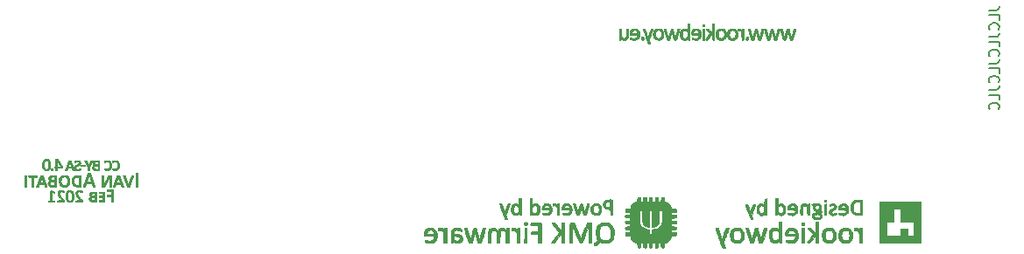
<source format=gbr>
%TF.GenerationSoftware,KiCad,Pcbnew,(5.1.9)-1*%
%TF.CreationDate,2021-06-03T20:52:14+02:00*%
%TF.ProjectId,Neopad,4e656f70-6164-42e6-9b69-6361645f7063,rev?*%
%TF.SameCoordinates,Original*%
%TF.FileFunction,Legend,Bot*%
%TF.FilePolarity,Positive*%
%FSLAX46Y46*%
G04 Gerber Fmt 4.6, Leading zero omitted, Abs format (unit mm)*
G04 Created by KiCad (PCBNEW (5.1.9)-1) date 2021-06-03 20:52:14*
%MOMM*%
%LPD*%
G01*
G04 APERTURE LIST*
%ADD10C,0.150000*%
%ADD11C,0.010000*%
G04 APERTURE END LIST*
D10*
X138358630Y-67612202D02*
X139072916Y-67612202D01*
X139215773Y-67564583D01*
X139311011Y-67469345D01*
X139358630Y-67326488D01*
X139358630Y-67231250D01*
X139358630Y-68564583D02*
X139358630Y-68088392D01*
X138358630Y-68088392D01*
X139263392Y-69469345D02*
X139311011Y-69421726D01*
X139358630Y-69278869D01*
X139358630Y-69183630D01*
X139311011Y-69040773D01*
X139215773Y-68945535D01*
X139120535Y-68897916D01*
X138930059Y-68850297D01*
X138787202Y-68850297D01*
X138596726Y-68897916D01*
X138501488Y-68945535D01*
X138406250Y-69040773D01*
X138358630Y-69183630D01*
X138358630Y-69278869D01*
X138406250Y-69421726D01*
X138453869Y-69469345D01*
X138358630Y-70183630D02*
X139072916Y-70183630D01*
X139215773Y-70136011D01*
X139311011Y-70040773D01*
X139358630Y-69897916D01*
X139358630Y-69802678D01*
X139358630Y-71136011D02*
X139358630Y-70659821D01*
X138358630Y-70659821D01*
X139263392Y-72040773D02*
X139311011Y-71993154D01*
X139358630Y-71850297D01*
X139358630Y-71755059D01*
X139311011Y-71612202D01*
X139215773Y-71516964D01*
X139120535Y-71469345D01*
X138930059Y-71421726D01*
X138787202Y-71421726D01*
X138596726Y-71469345D01*
X138501488Y-71516964D01*
X138406250Y-71612202D01*
X138358630Y-71755059D01*
X138358630Y-71850297D01*
X138406250Y-71993154D01*
X138453869Y-72040773D01*
X138358630Y-72755059D02*
X139072916Y-72755059D01*
X139215773Y-72707440D01*
X139311011Y-72612202D01*
X139358630Y-72469345D01*
X139358630Y-72374107D01*
X139358630Y-73707440D02*
X139358630Y-73231250D01*
X138358630Y-73231250D01*
X139263392Y-74612202D02*
X139311011Y-74564583D01*
X139358630Y-74421726D01*
X139358630Y-74326488D01*
X139311011Y-74183630D01*
X139215773Y-74088392D01*
X139120535Y-74040773D01*
X138930059Y-73993154D01*
X138787202Y-73993154D01*
X138596726Y-74040773D01*
X138501488Y-74088392D01*
X138406250Y-74183630D01*
X138358630Y-74326488D01*
X138358630Y-74421726D01*
X138406250Y-74564583D01*
X138453869Y-74612202D01*
X138358630Y-75326488D02*
X139072916Y-75326488D01*
X139215773Y-75278869D01*
X139311011Y-75183630D01*
X139358630Y-75040773D01*
X139358630Y-74945535D01*
X139358630Y-76278869D02*
X139358630Y-75802678D01*
X138358630Y-75802678D01*
X139263392Y-77183630D02*
X139311011Y-77136011D01*
X139358630Y-76993154D01*
X139358630Y-76897916D01*
X139311011Y-76755059D01*
X139215773Y-76659821D01*
X139120535Y-76612202D01*
X138930059Y-76564583D01*
X138787202Y-76564583D01*
X138596726Y-76612202D01*
X138501488Y-76659821D01*
X138406250Y-76755059D01*
X138358630Y-76897916D01*
X138358630Y-76993154D01*
X138406250Y-77136011D01*
X138453869Y-77183630D01*
D11*
%TO.C,G\u002A\u002A\u002A*%
G36*
X105706996Y-69379990D02*
G01*
X105687395Y-69385182D01*
X105686544Y-69385794D01*
X105679857Y-69398505D01*
X105666808Y-69429746D01*
X105648275Y-69477184D01*
X105625137Y-69538484D01*
X105598274Y-69611312D01*
X105568565Y-69693331D01*
X105536887Y-69782208D01*
X105530461Y-69800408D01*
X105498816Y-69889761D01*
X105469330Y-69972232D01*
X105442826Y-70045577D01*
X105420129Y-70107552D01*
X105402060Y-70155911D01*
X105389445Y-70188410D01*
X105383106Y-70202805D01*
X105382631Y-70203320D01*
X105377941Y-70193208D01*
X105367007Y-70164395D01*
X105350619Y-70119118D01*
X105329566Y-70059614D01*
X105304637Y-69988118D01*
X105276623Y-69906868D01*
X105246312Y-69818099D01*
X105237436Y-69791950D01*
X105098002Y-69380652D01*
X105005523Y-69380652D01*
X104960286Y-69381037D01*
X104932571Y-69382969D01*
X104917818Y-69387618D01*
X104911466Y-69396149D01*
X104909551Y-69405219D01*
X104909901Y-69412212D01*
X104912504Y-69424819D01*
X104917746Y-69444151D01*
X104926013Y-69471320D01*
X104937690Y-69507437D01*
X104953163Y-69553614D01*
X104972818Y-69610962D01*
X104997041Y-69680594D01*
X105026217Y-69763620D01*
X105060733Y-69861153D01*
X105100975Y-69974304D01*
X105147327Y-70104184D01*
X105200176Y-70251905D01*
X105259908Y-70418579D01*
X105301562Y-70534695D01*
X105329504Y-70611569D01*
X105355879Y-70682270D01*
X105379565Y-70743929D01*
X105399436Y-70793676D01*
X105414368Y-70828642D01*
X105423238Y-70845959D01*
X105423805Y-70846674D01*
X105443651Y-70857245D01*
X105476904Y-70864191D01*
X105517191Y-70867447D01*
X105558138Y-70866948D01*
X105593374Y-70862628D01*
X105616526Y-70854424D01*
X105621640Y-70848689D01*
X105619918Y-70833215D01*
X105611047Y-70800928D01*
X105596208Y-70755471D01*
X105576582Y-70700487D01*
X105556302Y-70647146D01*
X105529952Y-70578715D01*
X105511421Y-70527850D01*
X105499899Y-70491780D01*
X105494581Y-70467739D01*
X105494657Y-70452957D01*
X105497716Y-70446347D01*
X105505236Y-70431445D01*
X105519087Y-70398412D01*
X105538372Y-70349714D01*
X105562194Y-70287814D01*
X105589657Y-70215178D01*
X105619863Y-70134270D01*
X105651916Y-70047556D01*
X105684918Y-69957499D01*
X105717974Y-69866565D01*
X105750185Y-69777218D01*
X105780656Y-69691923D01*
X105808488Y-69613144D01*
X105832787Y-69543347D01*
X105852653Y-69484996D01*
X105867192Y-69440555D01*
X105875505Y-69412490D01*
X105877120Y-69403706D01*
X105873369Y-69392007D01*
X105863116Y-69384750D01*
X105841699Y-69380570D01*
X105804456Y-69378104D01*
X105787192Y-69377408D01*
X105742206Y-69377237D01*
X105706996Y-69379990D01*
G37*
X105706996Y-69379990D02*
X105687395Y-69385182D01*
X105686544Y-69385794D01*
X105679857Y-69398505D01*
X105666808Y-69429746D01*
X105648275Y-69477184D01*
X105625137Y-69538484D01*
X105598274Y-69611312D01*
X105568565Y-69693331D01*
X105536887Y-69782208D01*
X105530461Y-69800408D01*
X105498816Y-69889761D01*
X105469330Y-69972232D01*
X105442826Y-70045577D01*
X105420129Y-70107552D01*
X105402060Y-70155911D01*
X105389445Y-70188410D01*
X105383106Y-70202805D01*
X105382631Y-70203320D01*
X105377941Y-70193208D01*
X105367007Y-70164395D01*
X105350619Y-70119118D01*
X105329566Y-70059614D01*
X105304637Y-69988118D01*
X105276623Y-69906868D01*
X105246312Y-69818099D01*
X105237436Y-69791950D01*
X105098002Y-69380652D01*
X105005523Y-69380652D01*
X104960286Y-69381037D01*
X104932571Y-69382969D01*
X104917818Y-69387618D01*
X104911466Y-69396149D01*
X104909551Y-69405219D01*
X104909901Y-69412212D01*
X104912504Y-69424819D01*
X104917746Y-69444151D01*
X104926013Y-69471320D01*
X104937690Y-69507437D01*
X104953163Y-69553614D01*
X104972818Y-69610962D01*
X104997041Y-69680594D01*
X105026217Y-69763620D01*
X105060733Y-69861153D01*
X105100975Y-69974304D01*
X105147327Y-70104184D01*
X105200176Y-70251905D01*
X105259908Y-70418579D01*
X105301562Y-70534695D01*
X105329504Y-70611569D01*
X105355879Y-70682270D01*
X105379565Y-70743929D01*
X105399436Y-70793676D01*
X105414368Y-70828642D01*
X105423238Y-70845959D01*
X105423805Y-70846674D01*
X105443651Y-70857245D01*
X105476904Y-70864191D01*
X105517191Y-70867447D01*
X105558138Y-70866948D01*
X105593374Y-70862628D01*
X105616526Y-70854424D01*
X105621640Y-70848689D01*
X105619918Y-70833215D01*
X105611047Y-70800928D01*
X105596208Y-70755471D01*
X105576582Y-70700487D01*
X105556302Y-70647146D01*
X105529952Y-70578715D01*
X105511421Y-70527850D01*
X105499899Y-70491780D01*
X105494581Y-70467739D01*
X105494657Y-70452957D01*
X105497716Y-70446347D01*
X105505236Y-70431445D01*
X105519087Y-70398412D01*
X105538372Y-70349714D01*
X105562194Y-70287814D01*
X105589657Y-70215178D01*
X105619863Y-70134270D01*
X105651916Y-70047556D01*
X105684918Y-69957499D01*
X105717974Y-69866565D01*
X105750185Y-69777218D01*
X105780656Y-69691923D01*
X105808488Y-69613144D01*
X105832787Y-69543347D01*
X105852653Y-69484996D01*
X105867192Y-69440555D01*
X105875505Y-69412490D01*
X105877120Y-69403706D01*
X105873369Y-69392007D01*
X105863116Y-69384750D01*
X105841699Y-69380570D01*
X105804456Y-69378104D01*
X105787192Y-69377408D01*
X105742206Y-69377237D01*
X105706996Y-69379990D01*
G36*
X106141654Y-69411330D02*
G01*
X106063209Y-69459778D01*
X106000884Y-69520458D01*
X105953246Y-69595344D01*
X105918861Y-69686410D01*
X105907109Y-69734236D01*
X105891587Y-69852325D01*
X105893403Y-69972685D01*
X105911956Y-70089883D01*
X105946644Y-70198487D01*
X105962277Y-70233039D01*
X106014344Y-70315512D01*
X106081078Y-70381754D01*
X106161865Y-70431480D01*
X106256092Y-70464408D01*
X106363145Y-70480255D01*
X106482411Y-70478736D01*
X106492261Y-70477874D01*
X106593637Y-70458973D01*
X106681718Y-70422494D01*
X106756112Y-70368788D01*
X106816427Y-70298203D01*
X106862268Y-70211090D01*
X106889598Y-70124153D01*
X106899139Y-70065143D01*
X106904436Y-69992296D01*
X106905047Y-69946646D01*
X106703134Y-69946646D01*
X106694592Y-70034043D01*
X106675989Y-70115239D01*
X106647724Y-70184904D01*
X106625521Y-70219969D01*
X106579783Y-70262816D01*
X106520192Y-70293442D01*
X106451912Y-70310863D01*
X106380105Y-70314091D01*
X106309936Y-70302141D01*
X106271391Y-70287571D01*
X106226172Y-70262584D01*
X106191941Y-70233260D01*
X106163254Y-70193735D01*
X106136747Y-70142619D01*
X106124121Y-70114290D01*
X106115479Y-70089341D01*
X106110070Y-70062563D01*
X106107144Y-70028744D01*
X106105951Y-69982676D01*
X106105739Y-69927304D01*
X106106493Y-69858425D01*
X106109092Y-69806483D01*
X106114044Y-69766367D01*
X106121856Y-69732968D01*
X106126452Y-69718735D01*
X106156853Y-69656788D01*
X106200245Y-69602154D01*
X106251276Y-69561047D01*
X106271391Y-69550342D01*
X106319489Y-69536345D01*
X106379296Y-69530109D01*
X106441844Y-69531635D01*
X106498162Y-69540922D01*
X106525486Y-69550335D01*
X106573544Y-69581592D01*
X106619006Y-69627924D01*
X106655661Y-69682617D01*
X106664405Y-69700534D01*
X106688440Y-69774563D01*
X106701216Y-69858376D01*
X106703134Y-69946646D01*
X106905047Y-69946646D01*
X106905492Y-69913452D01*
X106902312Y-69836450D01*
X106894901Y-69769128D01*
X106889387Y-69740593D01*
X106858363Y-69649285D01*
X106811439Y-69565184D01*
X106751589Y-69491982D01*
X106681786Y-69433369D01*
X106611360Y-69395515D01*
X106583305Y-69385180D01*
X106556133Y-69378021D01*
X106524882Y-69373467D01*
X106484591Y-69370949D01*
X106430301Y-69369897D01*
X106386775Y-69369730D01*
X106226072Y-69369608D01*
X106141654Y-69411330D01*
G37*
X106141654Y-69411330D02*
X106063209Y-69459778D01*
X106000884Y-69520458D01*
X105953246Y-69595344D01*
X105918861Y-69686410D01*
X105907109Y-69734236D01*
X105891587Y-69852325D01*
X105893403Y-69972685D01*
X105911956Y-70089883D01*
X105946644Y-70198487D01*
X105962277Y-70233039D01*
X106014344Y-70315512D01*
X106081078Y-70381754D01*
X106161865Y-70431480D01*
X106256092Y-70464408D01*
X106363145Y-70480255D01*
X106482411Y-70478736D01*
X106492261Y-70477874D01*
X106593637Y-70458973D01*
X106681718Y-70422494D01*
X106756112Y-70368788D01*
X106816427Y-70298203D01*
X106862268Y-70211090D01*
X106889598Y-70124153D01*
X106899139Y-70065143D01*
X106904436Y-69992296D01*
X106905047Y-69946646D01*
X106703134Y-69946646D01*
X106694592Y-70034043D01*
X106675989Y-70115239D01*
X106647724Y-70184904D01*
X106625521Y-70219969D01*
X106579783Y-70262816D01*
X106520192Y-70293442D01*
X106451912Y-70310863D01*
X106380105Y-70314091D01*
X106309936Y-70302141D01*
X106271391Y-70287571D01*
X106226172Y-70262584D01*
X106191941Y-70233260D01*
X106163254Y-70193735D01*
X106136747Y-70142619D01*
X106124121Y-70114290D01*
X106115479Y-70089341D01*
X106110070Y-70062563D01*
X106107144Y-70028744D01*
X106105951Y-69982676D01*
X106105739Y-69927304D01*
X106106493Y-69858425D01*
X106109092Y-69806483D01*
X106114044Y-69766367D01*
X106121856Y-69732968D01*
X106126452Y-69718735D01*
X106156853Y-69656788D01*
X106200245Y-69602154D01*
X106251276Y-69561047D01*
X106271391Y-69550342D01*
X106319489Y-69536345D01*
X106379296Y-69530109D01*
X106441844Y-69531635D01*
X106498162Y-69540922D01*
X106525486Y-69550335D01*
X106573544Y-69581592D01*
X106619006Y-69627924D01*
X106655661Y-69682617D01*
X106664405Y-69700534D01*
X106688440Y-69774563D01*
X106701216Y-69858376D01*
X106703134Y-69946646D01*
X106905047Y-69946646D01*
X106905492Y-69913452D01*
X106902312Y-69836450D01*
X106894901Y-69769128D01*
X106889387Y-69740593D01*
X106858363Y-69649285D01*
X106811439Y-69565184D01*
X106751589Y-69491982D01*
X106681786Y-69433369D01*
X106611360Y-69395515D01*
X106583305Y-69385180D01*
X106556133Y-69378021D01*
X106524882Y-69373467D01*
X106484591Y-69370949D01*
X106430301Y-69369897D01*
X106386775Y-69369730D01*
X106226072Y-69369608D01*
X106141654Y-69411330D01*
G36*
X104024235Y-69369957D02*
G01*
X103980444Y-69371507D01*
X103948084Y-69375010D01*
X103921830Y-69381222D01*
X103896356Y-69390894D01*
X103879153Y-69398710D01*
X103798756Y-69447708D01*
X103734573Y-69511699D01*
X103686610Y-69590667D01*
X103654878Y-69684597D01*
X103639383Y-69793474D01*
X103637713Y-69845527D01*
X103637500Y-69877273D01*
X103638457Y-69902882D01*
X103642723Y-69923035D01*
X103652437Y-69938412D01*
X103669739Y-69949693D01*
X103696766Y-69957557D01*
X103735659Y-69962684D01*
X103788555Y-69965755D01*
X103857594Y-69967450D01*
X103944914Y-69968447D01*
X104026679Y-69969175D01*
X104369376Y-69972394D01*
X104363468Y-70037549D01*
X104346859Y-70120746D01*
X104313998Y-70191542D01*
X104266182Y-70248081D01*
X104204708Y-70288506D01*
X104181435Y-70298069D01*
X104151389Y-70304832D01*
X104107025Y-70310086D01*
X104056102Y-70313011D01*
X104036716Y-70313341D01*
X103978959Y-70312230D01*
X103931754Y-70307125D01*
X103884514Y-70296303D01*
X103833073Y-70280202D01*
X103775583Y-70261825D01*
X103735405Y-70252048D01*
X103709314Y-70251338D01*
X103694085Y-70260165D01*
X103686493Y-70278997D01*
X103683730Y-70301896D01*
X103682880Y-70350647D01*
X103690367Y-70383501D01*
X103708706Y-70405871D01*
X103740020Y-70422999D01*
X103835312Y-70454268D01*
X103943426Y-70473997D01*
X104057838Y-70481301D01*
X104145522Y-70477954D01*
X104250551Y-70460022D01*
X104341149Y-70425422D01*
X104417187Y-70374316D01*
X104478538Y-70306865D01*
X104525076Y-70223229D01*
X104556672Y-70123571D01*
X104573201Y-70008051D01*
X104575834Y-69932826D01*
X104567808Y-69807404D01*
X104565190Y-69795196D01*
X104366391Y-69795196D01*
X104366391Y-69827913D01*
X103833237Y-69827913D01*
X103839057Y-69763722D01*
X103853575Y-69692443D01*
X103881997Y-69628383D01*
X103921514Y-69576907D01*
X103948440Y-69554911D01*
X103995580Y-69533713D01*
X104054723Y-69521378D01*
X104117267Y-69518814D01*
X104174610Y-69526928D01*
X104184878Y-69529971D01*
X104232662Y-69555782D01*
X104278271Y-69598117D01*
X104317939Y-69651470D01*
X104347896Y-69710334D01*
X104364374Y-69769203D01*
X104366391Y-69795196D01*
X104565190Y-69795196D01*
X104543916Y-69696006D01*
X104504434Y-69599168D01*
X104449640Y-69517424D01*
X104379811Y-69451310D01*
X104302347Y-69404665D01*
X104270861Y-69390244D01*
X104244600Y-69380439D01*
X104218052Y-69374362D01*
X104185702Y-69371123D01*
X104142038Y-69369835D01*
X104084782Y-69369608D01*
X104024235Y-69369957D01*
G37*
X104024235Y-69369957D02*
X103980444Y-69371507D01*
X103948084Y-69375010D01*
X103921830Y-69381222D01*
X103896356Y-69390894D01*
X103879153Y-69398710D01*
X103798756Y-69447708D01*
X103734573Y-69511699D01*
X103686610Y-69590667D01*
X103654878Y-69684597D01*
X103639383Y-69793474D01*
X103637713Y-69845527D01*
X103637500Y-69877273D01*
X103638457Y-69902882D01*
X103642723Y-69923035D01*
X103652437Y-69938412D01*
X103669739Y-69949693D01*
X103696766Y-69957557D01*
X103735659Y-69962684D01*
X103788555Y-69965755D01*
X103857594Y-69967450D01*
X103944914Y-69968447D01*
X104026679Y-69969175D01*
X104369376Y-69972394D01*
X104363468Y-70037549D01*
X104346859Y-70120746D01*
X104313998Y-70191542D01*
X104266182Y-70248081D01*
X104204708Y-70288506D01*
X104181435Y-70298069D01*
X104151389Y-70304832D01*
X104107025Y-70310086D01*
X104056102Y-70313011D01*
X104036716Y-70313341D01*
X103978959Y-70312230D01*
X103931754Y-70307125D01*
X103884514Y-70296303D01*
X103833073Y-70280202D01*
X103775583Y-70261825D01*
X103735405Y-70252048D01*
X103709314Y-70251338D01*
X103694085Y-70260165D01*
X103686493Y-70278997D01*
X103683730Y-70301896D01*
X103682880Y-70350647D01*
X103690367Y-70383501D01*
X103708706Y-70405871D01*
X103740020Y-70422999D01*
X103835312Y-70454268D01*
X103943426Y-70473997D01*
X104057838Y-70481301D01*
X104145522Y-70477954D01*
X104250551Y-70460022D01*
X104341149Y-70425422D01*
X104417187Y-70374316D01*
X104478538Y-70306865D01*
X104525076Y-70223229D01*
X104556672Y-70123571D01*
X104573201Y-70008051D01*
X104575834Y-69932826D01*
X104567808Y-69807404D01*
X104565190Y-69795196D01*
X104366391Y-69795196D01*
X104366391Y-69827913D01*
X103833237Y-69827913D01*
X103839057Y-69763722D01*
X103853575Y-69692443D01*
X103881997Y-69628383D01*
X103921514Y-69576907D01*
X103948440Y-69554911D01*
X103995580Y-69533713D01*
X104054723Y-69521378D01*
X104117267Y-69518814D01*
X104174610Y-69526928D01*
X104184878Y-69529971D01*
X104232662Y-69555782D01*
X104278271Y-69598117D01*
X104317939Y-69651470D01*
X104347896Y-69710334D01*
X104364374Y-69769203D01*
X104366391Y-69795196D01*
X104565190Y-69795196D01*
X104543916Y-69696006D01*
X104504434Y-69599168D01*
X104449640Y-69517424D01*
X104379811Y-69451310D01*
X104302347Y-69404665D01*
X104270861Y-69390244D01*
X104244600Y-69380439D01*
X104218052Y-69374362D01*
X104185702Y-69371123D01*
X104142038Y-69369835D01*
X104084782Y-69369608D01*
X104024235Y-69369957D01*
G36*
X102698583Y-69377356D02*
G01*
X102616000Y-69380652D01*
X102616000Y-70462913D01*
X102654652Y-70468536D01*
X102692686Y-70470850D01*
X102733754Y-70468975D01*
X102737478Y-70468536D01*
X102781652Y-70462913D01*
X102788212Y-70325461D01*
X102851041Y-70376636D01*
X102929197Y-70430939D01*
X103007621Y-70465067D01*
X103091172Y-70480450D01*
X103184707Y-70478517D01*
X103193819Y-70477539D01*
X103273298Y-70459210D01*
X103340457Y-70423239D01*
X103396379Y-70368805D01*
X103442146Y-70295089D01*
X103446397Y-70286217D01*
X103477391Y-70219956D01*
X103477391Y-69380652D01*
X103300696Y-69380652D01*
X103289652Y-70131608D01*
X103256522Y-70197869D01*
X103222511Y-70253554D01*
X103184307Y-70289718D01*
X103138204Y-70308922D01*
X103088688Y-70313826D01*
X103046557Y-70311049D01*
X103009457Y-70301032D01*
X102972601Y-70281241D01*
X102931206Y-70249145D01*
X102883804Y-70205422D01*
X102809261Y-70133506D01*
X102809261Y-69772994D01*
X102809047Y-69667187D01*
X102808362Y-69581634D01*
X102807137Y-69514506D01*
X102805305Y-69463974D01*
X102802798Y-69428210D01*
X102799548Y-69405383D01*
X102795489Y-69393667D01*
X102795214Y-69393271D01*
X102783929Y-69383221D01*
X102765145Y-69377901D01*
X102733594Y-69376444D01*
X102698583Y-69377356D01*
G37*
X102698583Y-69377356D02*
X102616000Y-69380652D01*
X102616000Y-70462913D01*
X102654652Y-70468536D01*
X102692686Y-70470850D01*
X102733754Y-70468975D01*
X102737478Y-70468536D01*
X102781652Y-70462913D01*
X102788212Y-70325461D01*
X102851041Y-70376636D01*
X102929197Y-70430939D01*
X103007621Y-70465067D01*
X103091172Y-70480450D01*
X103184707Y-70478517D01*
X103193819Y-70477539D01*
X103273298Y-70459210D01*
X103340457Y-70423239D01*
X103396379Y-70368805D01*
X103442146Y-70295089D01*
X103446397Y-70286217D01*
X103477391Y-70219956D01*
X103477391Y-69380652D01*
X103300696Y-69380652D01*
X103289652Y-70131608D01*
X103256522Y-70197869D01*
X103222511Y-70253554D01*
X103184307Y-70289718D01*
X103138204Y-70308922D01*
X103088688Y-70313826D01*
X103046557Y-70311049D01*
X103009457Y-70301032D01*
X102972601Y-70281241D01*
X102931206Y-70249145D01*
X102883804Y-70205422D01*
X102809261Y-70133506D01*
X102809261Y-69772994D01*
X102809047Y-69667187D01*
X102808362Y-69581634D01*
X102807137Y-69514506D01*
X102805305Y-69463974D01*
X102802798Y-69428210D01*
X102799548Y-69405383D01*
X102795489Y-69393667D01*
X102795214Y-69393271D01*
X102783929Y-69383221D01*
X102765145Y-69377901D01*
X102733594Y-69376444D01*
X102698583Y-69377356D01*
G36*
X115163695Y-69377454D02*
G01*
X115117939Y-69379791D01*
X115089922Y-69383525D01*
X115075298Y-69389693D01*
X115069725Y-69399331D01*
X115069612Y-69399890D01*
X115071981Y-69414401D01*
X115080263Y-69447435D01*
X115093690Y-69496475D01*
X115111493Y-69559003D01*
X115132904Y-69632503D01*
X115157155Y-69714457D01*
X115183479Y-69802347D01*
X115211107Y-69893657D01*
X115239271Y-69985870D01*
X115267203Y-70076468D01*
X115294136Y-70162933D01*
X115319301Y-70242750D01*
X115341929Y-70313400D01*
X115361254Y-70372367D01*
X115376506Y-70417132D01*
X115386919Y-70445180D01*
X115391184Y-70453830D01*
X115409856Y-70461426D01*
X115444041Y-70466814D01*
X115487259Y-70469847D01*
X115533032Y-70470376D01*
X115574882Y-70468254D01*
X115606331Y-70463332D01*
X115617472Y-70458999D01*
X115623753Y-70446567D01*
X115635121Y-70415349D01*
X115650789Y-70367850D01*
X115669969Y-70306577D01*
X115691875Y-70234034D01*
X115715718Y-70152726D01*
X115735925Y-70082114D01*
X115760388Y-69995917D01*
X115782989Y-69916717D01*
X115803020Y-69846959D01*
X115819771Y-69789093D01*
X115832536Y-69745565D01*
X115840606Y-69718824D01*
X115843231Y-69711131D01*
X115846691Y-69720638D01*
X115855079Y-69749098D01*
X115867732Y-69794097D01*
X115883984Y-69853221D01*
X115903170Y-69924056D01*
X115924626Y-70004187D01*
X115943236Y-70074336D01*
X115966492Y-70161217D01*
X115988577Y-70241575D01*
X116008738Y-70312834D01*
X116026224Y-70372420D01*
X116040282Y-70417756D01*
X116050160Y-70446266D01*
X116054448Y-70455137D01*
X116071432Y-70461445D01*
X116104092Y-70466182D01*
X116146060Y-70469133D01*
X116190969Y-70470087D01*
X116232449Y-70468830D01*
X116264132Y-70465147D01*
X116273906Y-70462488D01*
X116289798Y-70447703D01*
X116302919Y-70421666D01*
X116303288Y-70420523D01*
X116308734Y-70402792D01*
X116319837Y-70366269D01*
X116335884Y-70313313D01*
X116356162Y-70246280D01*
X116379957Y-70167528D01*
X116406558Y-70079414D01*
X116435252Y-69984296D01*
X116454099Y-69921782D01*
X116483480Y-69824659D01*
X116511085Y-69734086D01*
X116536232Y-69652250D01*
X116558240Y-69581339D01*
X116576427Y-69523542D01*
X116590112Y-69481045D01*
X116598611Y-69456037D01*
X116601080Y-69450140D01*
X116605634Y-69458766D01*
X116615899Y-69486524D01*
X116631219Y-69531397D01*
X116650939Y-69591366D01*
X116674403Y-69664415D01*
X116700958Y-69748524D01*
X116729948Y-69841677D01*
X116760631Y-69941575D01*
X116791659Y-70042616D01*
X116821117Y-70137351D01*
X116848317Y-70223648D01*
X116872567Y-70299375D01*
X116893180Y-70362398D01*
X116909467Y-70410584D01*
X116920736Y-70441803D01*
X116926198Y-70453830D01*
X116944891Y-70461427D01*
X116979095Y-70466816D01*
X117022328Y-70469848D01*
X117068111Y-70470376D01*
X117109962Y-70468251D01*
X117141401Y-70463325D01*
X117152515Y-70458999D01*
X117158796Y-70446567D01*
X117170164Y-70415349D01*
X117185832Y-70367850D01*
X117205013Y-70306577D01*
X117226918Y-70234034D01*
X117250762Y-70152726D01*
X117270968Y-70082114D01*
X117295436Y-69995911D01*
X117318046Y-69916699D01*
X117338090Y-69846927D01*
X117354860Y-69789042D01*
X117367646Y-69745495D01*
X117375739Y-69718732D01*
X117378383Y-69711022D01*
X117381869Y-69720485D01*
X117390245Y-69748866D01*
X117402838Y-69793708D01*
X117418971Y-69852555D01*
X117437969Y-69922952D01*
X117459157Y-70002441D01*
X117474726Y-70061402D01*
X117497474Y-70147253D01*
X117518927Y-70227030D01*
X117538331Y-70298017D01*
X117554929Y-70357497D01*
X117567968Y-70402752D01*
X117576692Y-70431066D01*
X117579641Y-70438999D01*
X117600127Y-70456662D01*
X117639040Y-70467676D01*
X117693606Y-70471590D01*
X117758692Y-70468192D01*
X117792379Y-70463741D01*
X117816165Y-70458631D01*
X117822634Y-70455786D01*
X117828057Y-70443096D01*
X117838839Y-70411693D01*
X117854232Y-70364090D01*
X117873488Y-70302798D01*
X117895859Y-70230333D01*
X117920599Y-70149205D01*
X117946959Y-70061929D01*
X117974193Y-69971017D01*
X118001552Y-69878982D01*
X118028289Y-69788337D01*
X118053656Y-69701595D01*
X118076907Y-69621269D01*
X118097293Y-69549872D01*
X118114068Y-69489916D01*
X118126482Y-69443915D01*
X118133790Y-69414382D01*
X118135446Y-69404202D01*
X118131907Y-69392489D01*
X118122330Y-69385162D01*
X118102138Y-69380915D01*
X118066753Y-69378444D01*
X118041600Y-69377454D01*
X117995769Y-69376486D01*
X117967115Y-69378072D01*
X117950802Y-69383008D01*
X117941990Y-69392091D01*
X117940934Y-69394020D01*
X117935681Y-69408848D01*
X117925165Y-69442451D01*
X117910118Y-69492344D01*
X117891277Y-69556045D01*
X117869374Y-69631069D01*
X117845145Y-69714933D01*
X117819323Y-69805155D01*
X117817559Y-69811347D01*
X117791810Y-69901320D01*
X117767725Y-69984593D01*
X117746015Y-70058775D01*
X117727391Y-70121476D01*
X117712563Y-70170305D01*
X117702242Y-70202871D01*
X117697139Y-70216783D01*
X117696960Y-70217038D01*
X117692617Y-70208577D01*
X117683402Y-70180976D01*
X117669960Y-70136486D01*
X117652936Y-70077354D01*
X117632973Y-70005828D01*
X117610717Y-69924157D01*
X117586813Y-69834590D01*
X117581386Y-69814008D01*
X117556951Y-69721910D01*
X117533837Y-69636268D01*
X117512723Y-69559499D01*
X117494294Y-69494018D01*
X117479229Y-69442243D01*
X117468211Y-69406589D01*
X117461922Y-69389474D01*
X117461352Y-69388557D01*
X117444677Y-69380474D01*
X117410514Y-69376988D01*
X117365614Y-69377457D01*
X117281739Y-69380652D01*
X117037001Y-70240460D01*
X116934423Y-69876817D01*
X116909176Y-69787495D01*
X116884916Y-69702004D01*
X116862526Y-69623429D01*
X116842889Y-69554855D01*
X116826886Y-69499366D01*
X116815401Y-69460047D01*
X116810769Y-69444599D01*
X116789693Y-69376025D01*
X116602409Y-69376025D01*
X116533150Y-69376246D01*
X116482784Y-69377112D01*
X116448119Y-69378930D01*
X116425963Y-69382005D01*
X116413124Y-69386642D01*
X116406411Y-69393149D01*
X116405418Y-69394904D01*
X116400274Y-69409526D01*
X116389860Y-69442928D01*
X116374908Y-69492635D01*
X116356148Y-69556170D01*
X116334311Y-69631057D01*
X116310128Y-69714820D01*
X116284328Y-69804983D01*
X116282516Y-69811347D01*
X116256767Y-69901320D01*
X116232682Y-69984593D01*
X116210972Y-70058775D01*
X116192348Y-70121476D01*
X116177520Y-70170305D01*
X116167199Y-70202871D01*
X116162095Y-70216783D01*
X116161916Y-70217038D01*
X116157574Y-70208577D01*
X116148359Y-70180976D01*
X116134917Y-70136486D01*
X116117892Y-70077354D01*
X116097929Y-70005828D01*
X116075674Y-69924157D01*
X116051769Y-69834590D01*
X116046343Y-69814008D01*
X116021908Y-69721910D01*
X115998793Y-69636268D01*
X115977680Y-69559499D01*
X115959250Y-69494018D01*
X115944185Y-69442243D01*
X115933168Y-69406589D01*
X115926878Y-69389474D01*
X115926308Y-69388557D01*
X115909633Y-69380474D01*
X115875471Y-69376988D01*
X115830570Y-69377457D01*
X115746696Y-69380652D01*
X115501958Y-70240460D01*
X115399380Y-69876817D01*
X115374117Y-69787444D01*
X115349829Y-69701857D01*
X115327399Y-69623151D01*
X115307712Y-69554419D01*
X115291655Y-69498754D01*
X115280112Y-69459250D01*
X115275453Y-69443714D01*
X115254103Y-69374255D01*
X115163695Y-69377454D01*
G37*
X115163695Y-69377454D02*
X115117939Y-69379791D01*
X115089922Y-69383525D01*
X115075298Y-69389693D01*
X115069725Y-69399331D01*
X115069612Y-69399890D01*
X115071981Y-69414401D01*
X115080263Y-69447435D01*
X115093690Y-69496475D01*
X115111493Y-69559003D01*
X115132904Y-69632503D01*
X115157155Y-69714457D01*
X115183479Y-69802347D01*
X115211107Y-69893657D01*
X115239271Y-69985870D01*
X115267203Y-70076468D01*
X115294136Y-70162933D01*
X115319301Y-70242750D01*
X115341929Y-70313400D01*
X115361254Y-70372367D01*
X115376506Y-70417132D01*
X115386919Y-70445180D01*
X115391184Y-70453830D01*
X115409856Y-70461426D01*
X115444041Y-70466814D01*
X115487259Y-70469847D01*
X115533032Y-70470376D01*
X115574882Y-70468254D01*
X115606331Y-70463332D01*
X115617472Y-70458999D01*
X115623753Y-70446567D01*
X115635121Y-70415349D01*
X115650789Y-70367850D01*
X115669969Y-70306577D01*
X115691875Y-70234034D01*
X115715718Y-70152726D01*
X115735925Y-70082114D01*
X115760388Y-69995917D01*
X115782989Y-69916717D01*
X115803020Y-69846959D01*
X115819771Y-69789093D01*
X115832536Y-69745565D01*
X115840606Y-69718824D01*
X115843231Y-69711131D01*
X115846691Y-69720638D01*
X115855079Y-69749098D01*
X115867732Y-69794097D01*
X115883984Y-69853221D01*
X115903170Y-69924056D01*
X115924626Y-70004187D01*
X115943236Y-70074336D01*
X115966492Y-70161217D01*
X115988577Y-70241575D01*
X116008738Y-70312834D01*
X116026224Y-70372420D01*
X116040282Y-70417756D01*
X116050160Y-70446266D01*
X116054448Y-70455137D01*
X116071432Y-70461445D01*
X116104092Y-70466182D01*
X116146060Y-70469133D01*
X116190969Y-70470087D01*
X116232449Y-70468830D01*
X116264132Y-70465147D01*
X116273906Y-70462488D01*
X116289798Y-70447703D01*
X116302919Y-70421666D01*
X116303288Y-70420523D01*
X116308734Y-70402792D01*
X116319837Y-70366269D01*
X116335884Y-70313313D01*
X116356162Y-70246280D01*
X116379957Y-70167528D01*
X116406558Y-70079414D01*
X116435252Y-69984296D01*
X116454099Y-69921782D01*
X116483480Y-69824659D01*
X116511085Y-69734086D01*
X116536232Y-69652250D01*
X116558240Y-69581339D01*
X116576427Y-69523542D01*
X116590112Y-69481045D01*
X116598611Y-69456037D01*
X116601080Y-69450140D01*
X116605634Y-69458766D01*
X116615899Y-69486524D01*
X116631219Y-69531397D01*
X116650939Y-69591366D01*
X116674403Y-69664415D01*
X116700958Y-69748524D01*
X116729948Y-69841677D01*
X116760631Y-69941575D01*
X116791659Y-70042616D01*
X116821117Y-70137351D01*
X116848317Y-70223648D01*
X116872567Y-70299375D01*
X116893180Y-70362398D01*
X116909467Y-70410584D01*
X116920736Y-70441803D01*
X116926198Y-70453830D01*
X116944891Y-70461427D01*
X116979095Y-70466816D01*
X117022328Y-70469848D01*
X117068111Y-70470376D01*
X117109962Y-70468251D01*
X117141401Y-70463325D01*
X117152515Y-70458999D01*
X117158796Y-70446567D01*
X117170164Y-70415349D01*
X117185832Y-70367850D01*
X117205013Y-70306577D01*
X117226918Y-70234034D01*
X117250762Y-70152726D01*
X117270968Y-70082114D01*
X117295436Y-69995911D01*
X117318046Y-69916699D01*
X117338090Y-69846927D01*
X117354860Y-69789042D01*
X117367646Y-69745495D01*
X117375739Y-69718732D01*
X117378383Y-69711022D01*
X117381869Y-69720485D01*
X117390245Y-69748866D01*
X117402838Y-69793708D01*
X117418971Y-69852555D01*
X117437969Y-69922952D01*
X117459157Y-70002441D01*
X117474726Y-70061402D01*
X117497474Y-70147253D01*
X117518927Y-70227030D01*
X117538331Y-70298017D01*
X117554929Y-70357497D01*
X117567968Y-70402752D01*
X117576692Y-70431066D01*
X117579641Y-70438999D01*
X117600127Y-70456662D01*
X117639040Y-70467676D01*
X117693606Y-70471590D01*
X117758692Y-70468192D01*
X117792379Y-70463741D01*
X117816165Y-70458631D01*
X117822634Y-70455786D01*
X117828057Y-70443096D01*
X117838839Y-70411693D01*
X117854232Y-70364090D01*
X117873488Y-70302798D01*
X117895859Y-70230333D01*
X117920599Y-70149205D01*
X117946959Y-70061929D01*
X117974193Y-69971017D01*
X118001552Y-69878982D01*
X118028289Y-69788337D01*
X118053656Y-69701595D01*
X118076907Y-69621269D01*
X118097293Y-69549872D01*
X118114068Y-69489916D01*
X118126482Y-69443915D01*
X118133790Y-69414382D01*
X118135446Y-69404202D01*
X118131907Y-69392489D01*
X118122330Y-69385162D01*
X118102138Y-69380915D01*
X118066753Y-69378444D01*
X118041600Y-69377454D01*
X117995769Y-69376486D01*
X117967115Y-69378072D01*
X117950802Y-69383008D01*
X117941990Y-69392091D01*
X117940934Y-69394020D01*
X117935681Y-69408848D01*
X117925165Y-69442451D01*
X117910118Y-69492344D01*
X117891277Y-69556045D01*
X117869374Y-69631069D01*
X117845145Y-69714933D01*
X117819323Y-69805155D01*
X117817559Y-69811347D01*
X117791810Y-69901320D01*
X117767725Y-69984593D01*
X117746015Y-70058775D01*
X117727391Y-70121476D01*
X117712563Y-70170305D01*
X117702242Y-70202871D01*
X117697139Y-70216783D01*
X117696960Y-70217038D01*
X117692617Y-70208577D01*
X117683402Y-70180976D01*
X117669960Y-70136486D01*
X117652936Y-70077354D01*
X117632973Y-70005828D01*
X117610717Y-69924157D01*
X117586813Y-69834590D01*
X117581386Y-69814008D01*
X117556951Y-69721910D01*
X117533837Y-69636268D01*
X117512723Y-69559499D01*
X117494294Y-69494018D01*
X117479229Y-69442243D01*
X117468211Y-69406589D01*
X117461922Y-69389474D01*
X117461352Y-69388557D01*
X117444677Y-69380474D01*
X117410514Y-69376988D01*
X117365614Y-69377457D01*
X117281739Y-69380652D01*
X117037001Y-70240460D01*
X116934423Y-69876817D01*
X116909176Y-69787495D01*
X116884916Y-69702004D01*
X116862526Y-69623429D01*
X116842889Y-69554855D01*
X116826886Y-69499366D01*
X116815401Y-69460047D01*
X116810769Y-69444599D01*
X116789693Y-69376025D01*
X116602409Y-69376025D01*
X116533150Y-69376246D01*
X116482784Y-69377112D01*
X116448119Y-69378930D01*
X116425963Y-69382005D01*
X116413124Y-69386642D01*
X116406411Y-69393149D01*
X116405418Y-69394904D01*
X116400274Y-69409526D01*
X116389860Y-69442928D01*
X116374908Y-69492635D01*
X116356148Y-69556170D01*
X116334311Y-69631057D01*
X116310128Y-69714820D01*
X116284328Y-69804983D01*
X116282516Y-69811347D01*
X116256767Y-69901320D01*
X116232682Y-69984593D01*
X116210972Y-70058775D01*
X116192348Y-70121476D01*
X116177520Y-70170305D01*
X116167199Y-70202871D01*
X116162095Y-70216783D01*
X116161916Y-70217038D01*
X116157574Y-70208577D01*
X116148359Y-70180976D01*
X116134917Y-70136486D01*
X116117892Y-70077354D01*
X116097929Y-70005828D01*
X116075674Y-69924157D01*
X116051769Y-69834590D01*
X116046343Y-69814008D01*
X116021908Y-69721910D01*
X115998793Y-69636268D01*
X115977680Y-69559499D01*
X115959250Y-69494018D01*
X115944185Y-69442243D01*
X115933168Y-69406589D01*
X115926878Y-69389474D01*
X115926308Y-69388557D01*
X115909633Y-69380474D01*
X115875471Y-69376988D01*
X115830570Y-69377457D01*
X115746696Y-69380652D01*
X115501958Y-70240460D01*
X115399380Y-69876817D01*
X115374117Y-69787444D01*
X115349829Y-69701857D01*
X115327399Y-69623151D01*
X115307712Y-69554419D01*
X115291655Y-69498754D01*
X115280112Y-69459250D01*
X115275453Y-69443714D01*
X115254103Y-69374255D01*
X115163695Y-69377454D01*
G36*
X114944491Y-70204823D02*
G01*
X114915542Y-70209974D01*
X114896591Y-70220129D01*
X114891994Y-70224310D01*
X114873575Y-70255652D01*
X114862969Y-70300134D01*
X114860456Y-70350134D01*
X114866319Y-70398028D01*
X114880838Y-70436192D01*
X114883996Y-70440905D01*
X114906399Y-70456186D01*
X114944275Y-70466830D01*
X114991257Y-70471507D01*
X115025818Y-70470546D01*
X115065094Y-70460603D01*
X115091568Y-70436970D01*
X115106633Y-70397464D01*
X115111681Y-70339901D01*
X115111696Y-70335913D01*
X115109966Y-70290149D01*
X115103733Y-70259189D01*
X115091428Y-70235944D01*
X115088807Y-70232489D01*
X115074466Y-70216945D01*
X115057896Y-70208183D01*
X115032598Y-70204300D01*
X114992072Y-70203392D01*
X114989416Y-70203391D01*
X114944491Y-70204823D01*
G37*
X114944491Y-70204823D02*
X114915542Y-70209974D01*
X114896591Y-70220129D01*
X114891994Y-70224310D01*
X114873575Y-70255652D01*
X114862969Y-70300134D01*
X114860456Y-70350134D01*
X114866319Y-70398028D01*
X114880838Y-70436192D01*
X114883996Y-70440905D01*
X114906399Y-70456186D01*
X114944275Y-70466830D01*
X114991257Y-70471507D01*
X115025818Y-70470546D01*
X115065094Y-70460603D01*
X115091568Y-70436970D01*
X115106633Y-70397464D01*
X115111681Y-70339901D01*
X115111696Y-70335913D01*
X115109966Y-70290149D01*
X115103733Y-70259189D01*
X115091428Y-70235944D01*
X115088807Y-70232489D01*
X115074466Y-70216945D01*
X115057896Y-70208183D01*
X115032598Y-70204300D01*
X114992072Y-70203392D01*
X114989416Y-70203391D01*
X114944491Y-70204823D01*
G36*
X114145582Y-69366328D02*
G01*
X114107654Y-69371597D01*
X114084652Y-69378380D01*
X114070853Y-69386872D01*
X114062625Y-69398605D01*
X114058538Y-69418862D01*
X114057162Y-69452925D01*
X114057043Y-69480369D01*
X114057043Y-69568391D01*
X114090174Y-69566113D01*
X114119677Y-69563673D01*
X114160429Y-69559811D01*
X114189565Y-69556833D01*
X114228261Y-69553809D01*
X114254471Y-69556358D01*
X114277536Y-69566684D01*
X114301708Y-69583265D01*
X114331352Y-69609434D01*
X114365623Y-69646404D01*
X114397283Y-69686344D01*
X114398338Y-69687817D01*
X114449087Y-69758935D01*
X114449087Y-70101289D01*
X114449305Y-70203541D01*
X114450008Y-70285525D01*
X114451265Y-70349058D01*
X114453148Y-70395956D01*
X114455728Y-70428034D01*
X114459075Y-70447108D01*
X114462891Y-70454730D01*
X114488064Y-70465029D01*
X114527847Y-70470545D01*
X114575140Y-70470561D01*
X114598174Y-70468434D01*
X114642348Y-70462913D01*
X114642348Y-69380652D01*
X114476696Y-69380652D01*
X114470092Y-69532934D01*
X114415406Y-69471578D01*
X114362684Y-69419983D01*
X114310603Y-69386742D01*
X114253329Y-69369092D01*
X114188839Y-69364249D01*
X114145582Y-69366328D01*
G37*
X114145582Y-69366328D02*
X114107654Y-69371597D01*
X114084652Y-69378380D01*
X114070853Y-69386872D01*
X114062625Y-69398605D01*
X114058538Y-69418862D01*
X114057162Y-69452925D01*
X114057043Y-69480369D01*
X114057043Y-69568391D01*
X114090174Y-69566113D01*
X114119677Y-69563673D01*
X114160429Y-69559811D01*
X114189565Y-69556833D01*
X114228261Y-69553809D01*
X114254471Y-69556358D01*
X114277536Y-69566684D01*
X114301708Y-69583265D01*
X114331352Y-69609434D01*
X114365623Y-69646404D01*
X114397283Y-69686344D01*
X114398338Y-69687817D01*
X114449087Y-69758935D01*
X114449087Y-70101289D01*
X114449305Y-70203541D01*
X114450008Y-70285525D01*
X114451265Y-70349058D01*
X114453148Y-70395956D01*
X114455728Y-70428034D01*
X114459075Y-70447108D01*
X114462891Y-70454730D01*
X114488064Y-70465029D01*
X114527847Y-70470545D01*
X114575140Y-70470561D01*
X114598174Y-70468434D01*
X114642348Y-70462913D01*
X114642348Y-69380652D01*
X114476696Y-69380652D01*
X114470092Y-69532934D01*
X114415406Y-69471578D01*
X114362684Y-69419983D01*
X114310603Y-69386742D01*
X114253329Y-69369092D01*
X114188839Y-69364249D01*
X114145582Y-69366328D01*
G36*
X113297828Y-69411330D02*
G01*
X113219383Y-69459778D01*
X113157058Y-69520458D01*
X113109420Y-69595344D01*
X113075035Y-69686410D01*
X113063283Y-69734236D01*
X113048604Y-69839643D01*
X113047840Y-69946357D01*
X113060119Y-70050658D01*
X113084568Y-70148824D01*
X113120316Y-70237137D01*
X113166490Y-70311876D01*
X113209703Y-70358820D01*
X113248662Y-70388850D01*
X113296460Y-70419375D01*
X113333696Y-70439284D01*
X113364989Y-70453447D01*
X113392109Y-70463169D01*
X113420630Y-70469412D01*
X113456126Y-70473136D01*
X113504170Y-70475304D01*
X113549043Y-70476427D01*
X113614925Y-70477172D01*
X113664305Y-70475797D01*
X113702706Y-70471833D01*
X113735651Y-70464810D01*
X113755155Y-70458913D01*
X113843723Y-70420001D01*
X113916855Y-70366527D01*
X113974823Y-70298022D01*
X114017900Y-70214020D01*
X114046359Y-70114052D01*
X114060475Y-69997650D01*
X114061862Y-69946646D01*
X113859308Y-69946646D01*
X113850766Y-70034043D01*
X113832163Y-70115239D01*
X113803897Y-70184904D01*
X113781695Y-70219969D01*
X113735957Y-70262816D01*
X113676366Y-70293442D01*
X113608085Y-70310863D01*
X113536279Y-70314091D01*
X113466110Y-70302141D01*
X113427565Y-70287571D01*
X113382346Y-70262584D01*
X113348115Y-70233260D01*
X113319428Y-70193735D01*
X113292921Y-70142619D01*
X113280295Y-70114290D01*
X113271653Y-70089341D01*
X113266244Y-70062563D01*
X113263318Y-70028744D01*
X113262125Y-69982676D01*
X113261913Y-69927304D01*
X113262667Y-69858425D01*
X113265266Y-69806483D01*
X113270218Y-69766367D01*
X113278030Y-69732968D01*
X113282626Y-69718735D01*
X113313027Y-69656788D01*
X113356419Y-69602154D01*
X113407450Y-69561047D01*
X113427565Y-69550342D01*
X113475663Y-69536345D01*
X113535470Y-69530109D01*
X113598017Y-69531635D01*
X113654336Y-69540922D01*
X113681660Y-69550335D01*
X113729718Y-69581592D01*
X113775180Y-69627924D01*
X113811835Y-69682617D01*
X113820579Y-69700534D01*
X113844613Y-69774563D01*
X113857390Y-69858376D01*
X113859308Y-69946646D01*
X114061862Y-69946646D01*
X114062239Y-69932826D01*
X114056245Y-69815538D01*
X114037617Y-69714366D01*
X114005380Y-69626670D01*
X113958561Y-69549810D01*
X113896186Y-69481143D01*
X113895509Y-69480516D01*
X113849453Y-69441063D01*
X113805642Y-69411965D01*
X113759409Y-69391754D01*
X113706090Y-69378965D01*
X113641018Y-69372132D01*
X113559528Y-69369788D01*
X113542949Y-69369730D01*
X113382246Y-69369608D01*
X113297828Y-69411330D01*
G37*
X113297828Y-69411330D02*
X113219383Y-69459778D01*
X113157058Y-69520458D01*
X113109420Y-69595344D01*
X113075035Y-69686410D01*
X113063283Y-69734236D01*
X113048604Y-69839643D01*
X113047840Y-69946357D01*
X113060119Y-70050658D01*
X113084568Y-70148824D01*
X113120316Y-70237137D01*
X113166490Y-70311876D01*
X113209703Y-70358820D01*
X113248662Y-70388850D01*
X113296460Y-70419375D01*
X113333696Y-70439284D01*
X113364989Y-70453447D01*
X113392109Y-70463169D01*
X113420630Y-70469412D01*
X113456126Y-70473136D01*
X113504170Y-70475304D01*
X113549043Y-70476427D01*
X113614925Y-70477172D01*
X113664305Y-70475797D01*
X113702706Y-70471833D01*
X113735651Y-70464810D01*
X113755155Y-70458913D01*
X113843723Y-70420001D01*
X113916855Y-70366527D01*
X113974823Y-70298022D01*
X114017900Y-70214020D01*
X114046359Y-70114052D01*
X114060475Y-69997650D01*
X114061862Y-69946646D01*
X113859308Y-69946646D01*
X113850766Y-70034043D01*
X113832163Y-70115239D01*
X113803897Y-70184904D01*
X113781695Y-70219969D01*
X113735957Y-70262816D01*
X113676366Y-70293442D01*
X113608085Y-70310863D01*
X113536279Y-70314091D01*
X113466110Y-70302141D01*
X113427565Y-70287571D01*
X113382346Y-70262584D01*
X113348115Y-70233260D01*
X113319428Y-70193735D01*
X113292921Y-70142619D01*
X113280295Y-70114290D01*
X113271653Y-70089341D01*
X113266244Y-70062563D01*
X113263318Y-70028744D01*
X113262125Y-69982676D01*
X113261913Y-69927304D01*
X113262667Y-69858425D01*
X113265266Y-69806483D01*
X113270218Y-69766367D01*
X113278030Y-69732968D01*
X113282626Y-69718735D01*
X113313027Y-69656788D01*
X113356419Y-69602154D01*
X113407450Y-69561047D01*
X113427565Y-69550342D01*
X113475663Y-69536345D01*
X113535470Y-69530109D01*
X113598017Y-69531635D01*
X113654336Y-69540922D01*
X113681660Y-69550335D01*
X113729718Y-69581592D01*
X113775180Y-69627924D01*
X113811835Y-69682617D01*
X113820579Y-69700534D01*
X113844613Y-69774563D01*
X113857390Y-69858376D01*
X113859308Y-69946646D01*
X114061862Y-69946646D01*
X114062239Y-69932826D01*
X114056245Y-69815538D01*
X114037617Y-69714366D01*
X114005380Y-69626670D01*
X113958561Y-69549810D01*
X113896186Y-69481143D01*
X113895509Y-69480516D01*
X113849453Y-69441063D01*
X113805642Y-69411965D01*
X113759409Y-69391754D01*
X113706090Y-69378965D01*
X113641018Y-69372132D01*
X113559528Y-69369788D01*
X113542949Y-69369730D01*
X113382246Y-69369608D01*
X113297828Y-69411330D01*
G36*
X112204524Y-69411330D02*
G01*
X112126079Y-69459778D01*
X112063754Y-69520458D01*
X112016115Y-69595344D01*
X111981731Y-69686410D01*
X111969978Y-69734236D01*
X111955300Y-69839643D01*
X111954536Y-69946357D01*
X111966815Y-70050658D01*
X111991264Y-70148824D01*
X112027012Y-70237137D01*
X112073185Y-70311876D01*
X112116399Y-70358820D01*
X112155358Y-70388850D01*
X112203156Y-70419375D01*
X112240391Y-70439284D01*
X112271685Y-70453447D01*
X112298805Y-70463169D01*
X112327326Y-70469412D01*
X112362821Y-70473136D01*
X112410866Y-70475304D01*
X112455739Y-70476427D01*
X112521621Y-70477172D01*
X112571000Y-70475797D01*
X112609401Y-70471833D01*
X112642346Y-70464810D01*
X112661850Y-70458913D01*
X112750419Y-70420001D01*
X112823551Y-70366527D01*
X112881518Y-70298022D01*
X112924595Y-70214020D01*
X112953055Y-70114052D01*
X112967170Y-69997650D01*
X112968557Y-69946646D01*
X112766004Y-69946646D01*
X112757462Y-70034043D01*
X112738859Y-70115239D01*
X112710593Y-70184904D01*
X112688391Y-70219969D01*
X112642652Y-70262816D01*
X112583061Y-70293442D01*
X112514781Y-70310863D01*
X112442975Y-70314091D01*
X112372806Y-70302141D01*
X112334261Y-70287571D01*
X112289041Y-70262584D01*
X112254811Y-70233260D01*
X112226124Y-70193735D01*
X112199616Y-70142619D01*
X112186991Y-70114290D01*
X112178348Y-70089341D01*
X112172940Y-70062563D01*
X112170014Y-70028744D01*
X112168821Y-69982676D01*
X112168609Y-69927304D01*
X112169362Y-69858425D01*
X112171961Y-69806483D01*
X112176913Y-69766367D01*
X112184726Y-69732968D01*
X112189321Y-69718735D01*
X112219723Y-69656788D01*
X112263114Y-69602154D01*
X112314146Y-69561047D01*
X112334261Y-69550342D01*
X112382359Y-69536345D01*
X112442166Y-69530109D01*
X112504713Y-69531635D01*
X112561031Y-69540922D01*
X112588355Y-69550335D01*
X112636414Y-69581592D01*
X112681876Y-69627924D01*
X112718531Y-69682617D01*
X112727274Y-69700534D01*
X112751309Y-69774563D01*
X112764086Y-69858376D01*
X112766004Y-69946646D01*
X112968557Y-69946646D01*
X112968934Y-69932826D01*
X112962941Y-69815538D01*
X112944313Y-69714366D01*
X112912076Y-69626670D01*
X112865256Y-69549810D01*
X112802882Y-69481143D01*
X112802205Y-69480516D01*
X112756149Y-69441063D01*
X112712338Y-69411965D01*
X112666105Y-69391754D01*
X112612785Y-69378965D01*
X112547714Y-69372132D01*
X112466224Y-69369788D01*
X112449645Y-69369730D01*
X112288941Y-69369608D01*
X112204524Y-69411330D01*
G37*
X112204524Y-69411330D02*
X112126079Y-69459778D01*
X112063754Y-69520458D01*
X112016115Y-69595344D01*
X111981731Y-69686410D01*
X111969978Y-69734236D01*
X111955300Y-69839643D01*
X111954536Y-69946357D01*
X111966815Y-70050658D01*
X111991264Y-70148824D01*
X112027012Y-70237137D01*
X112073185Y-70311876D01*
X112116399Y-70358820D01*
X112155358Y-70388850D01*
X112203156Y-70419375D01*
X112240391Y-70439284D01*
X112271685Y-70453447D01*
X112298805Y-70463169D01*
X112327326Y-70469412D01*
X112362821Y-70473136D01*
X112410866Y-70475304D01*
X112455739Y-70476427D01*
X112521621Y-70477172D01*
X112571000Y-70475797D01*
X112609401Y-70471833D01*
X112642346Y-70464810D01*
X112661850Y-70458913D01*
X112750419Y-70420001D01*
X112823551Y-70366527D01*
X112881518Y-70298022D01*
X112924595Y-70214020D01*
X112953055Y-70114052D01*
X112967170Y-69997650D01*
X112968557Y-69946646D01*
X112766004Y-69946646D01*
X112757462Y-70034043D01*
X112738859Y-70115239D01*
X112710593Y-70184904D01*
X112688391Y-70219969D01*
X112642652Y-70262816D01*
X112583061Y-70293442D01*
X112514781Y-70310863D01*
X112442975Y-70314091D01*
X112372806Y-70302141D01*
X112334261Y-70287571D01*
X112289041Y-70262584D01*
X112254811Y-70233260D01*
X112226124Y-70193735D01*
X112199616Y-70142619D01*
X112186991Y-70114290D01*
X112178348Y-70089341D01*
X112172940Y-70062563D01*
X112170014Y-70028744D01*
X112168821Y-69982676D01*
X112168609Y-69927304D01*
X112169362Y-69858425D01*
X112171961Y-69806483D01*
X112176913Y-69766367D01*
X112184726Y-69732968D01*
X112189321Y-69718735D01*
X112219723Y-69656788D01*
X112263114Y-69602154D01*
X112314146Y-69561047D01*
X112334261Y-69550342D01*
X112382359Y-69536345D01*
X112442166Y-69530109D01*
X112504713Y-69531635D01*
X112561031Y-69540922D01*
X112588355Y-69550335D01*
X112636414Y-69581592D01*
X112681876Y-69627924D01*
X112718531Y-69682617D01*
X112727274Y-69700534D01*
X112751309Y-69774563D01*
X112764086Y-69858376D01*
X112766004Y-69946646D01*
X112968557Y-69946646D01*
X112968934Y-69932826D01*
X112962941Y-69815538D01*
X112944313Y-69714366D01*
X112912076Y-69626670D01*
X112865256Y-69549810D01*
X112802882Y-69481143D01*
X112802205Y-69480516D01*
X112756149Y-69441063D01*
X112712338Y-69411965D01*
X112666105Y-69391754D01*
X112612785Y-69378965D01*
X112547714Y-69372132D01*
X112466224Y-69369788D01*
X112449645Y-69369730D01*
X112288941Y-69369608D01*
X112204524Y-69411330D01*
G36*
X111629548Y-68905741D02*
G01*
X111613532Y-68913733D01*
X111612752Y-68914610D01*
X111609162Y-68927177D01*
X111606080Y-68956221D01*
X111603475Y-69002687D01*
X111601314Y-69067522D01*
X111599564Y-69151671D01*
X111598195Y-69256081D01*
X111597235Y-69371931D01*
X111594348Y-69814035D01*
X111412130Y-69609841D01*
X111360640Y-69552564D01*
X111312852Y-69500203D01*
X111271075Y-69455226D01*
X111237622Y-69420102D01*
X111214803Y-69397300D01*
X111206262Y-69389902D01*
X111182062Y-69380836D01*
X111142581Y-69376962D01*
X111095827Y-69377405D01*
X111052471Y-69379308D01*
X111026450Y-69382240D01*
X111013029Y-69388054D01*
X111007471Y-69398600D01*
X111005381Y-69412767D01*
X111005626Y-69424162D01*
X111010094Y-69437224D01*
X111020530Y-69454027D01*
X111038680Y-69476646D01*
X111066291Y-69507153D01*
X111105108Y-69547622D01*
X111156877Y-69600128D01*
X111197265Y-69640657D01*
X111392813Y-69836431D01*
X111176080Y-70122587D01*
X111112138Y-70207509D01*
X111060944Y-70276821D01*
X111021486Y-70332191D01*
X110992756Y-70375289D01*
X110973743Y-70407783D01*
X110963437Y-70431343D01*
X110960828Y-70447636D01*
X110964906Y-70458333D01*
X110970187Y-70462787D01*
X110987197Y-70466496D01*
X111019178Y-70468758D01*
X111059062Y-70469558D01*
X111099781Y-70468884D01*
X111134266Y-70466724D01*
X111155287Y-70463122D01*
X111166486Y-70452867D01*
X111189064Y-70427042D01*
X111221269Y-70387834D01*
X111261346Y-70337433D01*
X111307545Y-70278028D01*
X111358113Y-70211808D01*
X111384522Y-70176780D01*
X111594348Y-69897292D01*
X111597306Y-70168165D01*
X111598699Y-70254431D01*
X111600800Y-70327875D01*
X111603502Y-70386358D01*
X111606697Y-70427742D01*
X111610279Y-70449888D01*
X111611533Y-70452616D01*
X111632316Y-70463698D01*
X111668736Y-70470127D01*
X111714698Y-70471202D01*
X111748956Y-70468434D01*
X111793130Y-70462913D01*
X111793130Y-68905782D01*
X111709256Y-68902588D01*
X111660274Y-68902173D01*
X111629548Y-68905741D01*
G37*
X111629548Y-68905741D02*
X111613532Y-68913733D01*
X111612752Y-68914610D01*
X111609162Y-68927177D01*
X111606080Y-68956221D01*
X111603475Y-69002687D01*
X111601314Y-69067522D01*
X111599564Y-69151671D01*
X111598195Y-69256081D01*
X111597235Y-69371931D01*
X111594348Y-69814035D01*
X111412130Y-69609841D01*
X111360640Y-69552564D01*
X111312852Y-69500203D01*
X111271075Y-69455226D01*
X111237622Y-69420102D01*
X111214803Y-69397300D01*
X111206262Y-69389902D01*
X111182062Y-69380836D01*
X111142581Y-69376962D01*
X111095827Y-69377405D01*
X111052471Y-69379308D01*
X111026450Y-69382240D01*
X111013029Y-69388054D01*
X111007471Y-69398600D01*
X111005381Y-69412767D01*
X111005626Y-69424162D01*
X111010094Y-69437224D01*
X111020530Y-69454027D01*
X111038680Y-69476646D01*
X111066291Y-69507153D01*
X111105108Y-69547622D01*
X111156877Y-69600128D01*
X111197265Y-69640657D01*
X111392813Y-69836431D01*
X111176080Y-70122587D01*
X111112138Y-70207509D01*
X111060944Y-70276821D01*
X111021486Y-70332191D01*
X110992756Y-70375289D01*
X110973743Y-70407783D01*
X110963437Y-70431343D01*
X110960828Y-70447636D01*
X110964906Y-70458333D01*
X110970187Y-70462787D01*
X110987197Y-70466496D01*
X111019178Y-70468758D01*
X111059062Y-70469558D01*
X111099781Y-70468884D01*
X111134266Y-70466724D01*
X111155287Y-70463122D01*
X111166486Y-70452867D01*
X111189064Y-70427042D01*
X111221269Y-70387834D01*
X111261346Y-70337433D01*
X111307545Y-70278028D01*
X111358113Y-70211808D01*
X111384522Y-70176780D01*
X111594348Y-69897292D01*
X111597306Y-70168165D01*
X111598699Y-70254431D01*
X111600800Y-70327875D01*
X111603502Y-70386358D01*
X111606697Y-70427742D01*
X111610279Y-70449888D01*
X111611533Y-70452616D01*
X111632316Y-70463698D01*
X111668736Y-70470127D01*
X111714698Y-70471202D01*
X111748956Y-70468434D01*
X111793130Y-70462913D01*
X111793130Y-68905782D01*
X111709256Y-68902588D01*
X111660274Y-68902173D01*
X111629548Y-68905741D01*
G36*
X110701034Y-69381563D02*
G01*
X110687761Y-69387021D01*
X110684066Y-69400860D01*
X110680809Y-69434108D01*
X110677996Y-69484106D01*
X110675631Y-69548197D01*
X110673718Y-69623722D01*
X110672261Y-69708023D01*
X110671265Y-69798440D01*
X110670734Y-69892317D01*
X110670672Y-69986995D01*
X110671084Y-70079815D01*
X110671973Y-70168118D01*
X110673346Y-70249247D01*
X110675204Y-70320544D01*
X110677554Y-70379349D01*
X110680399Y-70423004D01*
X110683744Y-70448851D01*
X110686022Y-70454730D01*
X110711195Y-70465029D01*
X110750978Y-70470545D01*
X110798271Y-70470561D01*
X110821304Y-70468434D01*
X110865478Y-70462913D01*
X110865478Y-69380652D01*
X110784391Y-69377386D01*
X110735259Y-69377384D01*
X110701034Y-69381563D01*
G37*
X110701034Y-69381563D02*
X110687761Y-69387021D01*
X110684066Y-69400860D01*
X110680809Y-69434108D01*
X110677996Y-69484106D01*
X110675631Y-69548197D01*
X110673718Y-69623722D01*
X110672261Y-69708023D01*
X110671265Y-69798440D01*
X110670734Y-69892317D01*
X110670672Y-69986995D01*
X110671084Y-70079815D01*
X110671973Y-70168118D01*
X110673346Y-70249247D01*
X110675204Y-70320544D01*
X110677554Y-70379349D01*
X110680399Y-70423004D01*
X110683744Y-70448851D01*
X110686022Y-70454730D01*
X110711195Y-70465029D01*
X110750978Y-70470545D01*
X110798271Y-70470561D01*
X110821304Y-70468434D01*
X110865478Y-70462913D01*
X110865478Y-69380652D01*
X110784391Y-69377386D01*
X110735259Y-69377384D01*
X110701034Y-69381563D01*
G36*
X109965626Y-69369957D02*
G01*
X109921835Y-69371507D01*
X109889475Y-69375010D01*
X109863221Y-69381222D01*
X109837747Y-69390894D01*
X109820544Y-69398710D01*
X109740147Y-69447708D01*
X109675964Y-69511699D01*
X109628002Y-69590667D01*
X109596269Y-69684597D01*
X109580775Y-69793474D01*
X109579105Y-69845527D01*
X109578891Y-69877273D01*
X109579848Y-69902882D01*
X109584114Y-69923035D01*
X109593829Y-69938412D01*
X109611130Y-69949693D01*
X109638158Y-69957557D01*
X109677050Y-69962684D01*
X109729946Y-69965755D01*
X109798985Y-69967450D01*
X109886306Y-69968447D01*
X109968070Y-69969175D01*
X110310767Y-69972394D01*
X110304859Y-70037549D01*
X110288250Y-70120746D01*
X110255389Y-70191542D01*
X110207573Y-70248081D01*
X110146100Y-70288506D01*
X110122827Y-70298069D01*
X110092780Y-70304832D01*
X110048416Y-70310086D01*
X109997494Y-70313011D01*
X109978107Y-70313341D01*
X109920350Y-70312230D01*
X109873145Y-70307125D01*
X109825906Y-70296303D01*
X109774464Y-70280202D01*
X109716975Y-70261825D01*
X109676796Y-70252048D01*
X109650705Y-70251338D01*
X109635476Y-70260165D01*
X109627885Y-70278997D01*
X109625121Y-70301896D01*
X109624273Y-70350633D01*
X109631779Y-70383510D01*
X109650177Y-70405976D01*
X109681723Y-70423359D01*
X109749802Y-70446120D01*
X109831658Y-70463447D01*
X109920842Y-70474828D01*
X110010907Y-70479752D01*
X110095404Y-70477707D01*
X110167887Y-70468182D01*
X110187492Y-70463471D01*
X110279035Y-70427913D01*
X110355980Y-70375902D01*
X110418162Y-70307703D01*
X110465415Y-70223583D01*
X110497575Y-70123806D01*
X110514477Y-70008639D01*
X110517225Y-69932826D01*
X110509199Y-69807404D01*
X110506581Y-69795196D01*
X110307782Y-69795196D01*
X110307782Y-69827913D01*
X109774628Y-69827913D01*
X109780449Y-69763722D01*
X109794966Y-69692443D01*
X109823388Y-69628383D01*
X109862905Y-69576907D01*
X109889831Y-69554911D01*
X109936972Y-69533713D01*
X109996115Y-69521378D01*
X110058658Y-69518814D01*
X110116001Y-69526928D01*
X110126269Y-69529971D01*
X110174053Y-69555782D01*
X110219663Y-69598117D01*
X110259330Y-69651470D01*
X110289287Y-69710334D01*
X110305766Y-69769203D01*
X110307782Y-69795196D01*
X110506581Y-69795196D01*
X110485307Y-69696006D01*
X110445825Y-69599168D01*
X110391031Y-69517424D01*
X110321202Y-69451310D01*
X110243738Y-69404665D01*
X110212253Y-69390244D01*
X110185992Y-69380439D01*
X110159443Y-69374362D01*
X110127093Y-69371123D01*
X110083429Y-69369835D01*
X110026174Y-69369608D01*
X109965626Y-69369957D01*
G37*
X109965626Y-69369957D02*
X109921835Y-69371507D01*
X109889475Y-69375010D01*
X109863221Y-69381222D01*
X109837747Y-69390894D01*
X109820544Y-69398710D01*
X109740147Y-69447708D01*
X109675964Y-69511699D01*
X109628002Y-69590667D01*
X109596269Y-69684597D01*
X109580775Y-69793474D01*
X109579105Y-69845527D01*
X109578891Y-69877273D01*
X109579848Y-69902882D01*
X109584114Y-69923035D01*
X109593829Y-69938412D01*
X109611130Y-69949693D01*
X109638158Y-69957557D01*
X109677050Y-69962684D01*
X109729946Y-69965755D01*
X109798985Y-69967450D01*
X109886306Y-69968447D01*
X109968070Y-69969175D01*
X110310767Y-69972394D01*
X110304859Y-70037549D01*
X110288250Y-70120746D01*
X110255389Y-70191542D01*
X110207573Y-70248081D01*
X110146100Y-70288506D01*
X110122827Y-70298069D01*
X110092780Y-70304832D01*
X110048416Y-70310086D01*
X109997494Y-70313011D01*
X109978107Y-70313341D01*
X109920350Y-70312230D01*
X109873145Y-70307125D01*
X109825906Y-70296303D01*
X109774464Y-70280202D01*
X109716975Y-70261825D01*
X109676796Y-70252048D01*
X109650705Y-70251338D01*
X109635476Y-70260165D01*
X109627885Y-70278997D01*
X109625121Y-70301896D01*
X109624273Y-70350633D01*
X109631779Y-70383510D01*
X109650177Y-70405976D01*
X109681723Y-70423359D01*
X109749802Y-70446120D01*
X109831658Y-70463447D01*
X109920842Y-70474828D01*
X110010907Y-70479752D01*
X110095404Y-70477707D01*
X110167887Y-70468182D01*
X110187492Y-70463471D01*
X110279035Y-70427913D01*
X110355980Y-70375902D01*
X110418162Y-70307703D01*
X110465415Y-70223583D01*
X110497575Y-70123806D01*
X110514477Y-70008639D01*
X110517225Y-69932826D01*
X110509199Y-69807404D01*
X110506581Y-69795196D01*
X110307782Y-69795196D01*
X110307782Y-69827913D01*
X109774628Y-69827913D01*
X109780449Y-69763722D01*
X109794966Y-69692443D01*
X109823388Y-69628383D01*
X109862905Y-69576907D01*
X109889831Y-69554911D01*
X109936972Y-69533713D01*
X109996115Y-69521378D01*
X110058658Y-69518814D01*
X110116001Y-69526928D01*
X110126269Y-69529971D01*
X110174053Y-69555782D01*
X110219663Y-69598117D01*
X110259330Y-69651470D01*
X110289287Y-69710334D01*
X110305766Y-69769203D01*
X110307782Y-69795196D01*
X110506581Y-69795196D01*
X110485307Y-69696006D01*
X110445825Y-69599168D01*
X110391031Y-69517424D01*
X110321202Y-69451310D01*
X110243738Y-69404665D01*
X110212253Y-69390244D01*
X110185992Y-69380439D01*
X110159443Y-69374362D01*
X110127093Y-69371123D01*
X110083429Y-69369835D01*
X110026174Y-69369608D01*
X109965626Y-69369957D01*
G36*
X109254338Y-68906694D02*
G01*
X109241065Y-68912152D01*
X109236228Y-68919866D01*
X109232462Y-68935588D01*
X109229648Y-68961660D01*
X109227666Y-69000423D01*
X109226397Y-69054222D01*
X109225722Y-69125399D01*
X109225522Y-69216296D01*
X109225522Y-69509373D01*
X109181520Y-69471709D01*
X109145451Y-69444067D01*
X109102244Y-69415328D01*
X109079368Y-69401827D01*
X109052676Y-69387811D01*
X109029219Y-69378579D01*
X109003296Y-69373137D01*
X108969206Y-69370495D01*
X108921248Y-69369659D01*
X108894217Y-69369608D01*
X108838404Y-69369953D01*
X108798953Y-69371660D01*
X108770140Y-69375737D01*
X108746245Y-69383190D01*
X108721544Y-69395027D01*
X108708037Y-69402387D01*
X108637129Y-69454116D01*
X108579464Y-69523111D01*
X108535308Y-69608767D01*
X108504925Y-69710480D01*
X108488580Y-69827645D01*
X108485609Y-69910739D01*
X108493004Y-70037903D01*
X108514928Y-70151098D01*
X108550988Y-70249471D01*
X108600790Y-70332169D01*
X108663942Y-70398341D01*
X108730947Y-70442588D01*
X108762552Y-70457256D01*
X108793477Y-70466850D01*
X108830541Y-70472759D01*
X108880563Y-70476371D01*
X108901605Y-70477317D01*
X108954808Y-70478955D01*
X108992618Y-70478101D01*
X109021672Y-70473859D01*
X109048606Y-70465331D01*
X109075187Y-70453861D01*
X109117593Y-70430162D01*
X109163011Y-70398309D01*
X109191486Y-70374343D01*
X109246503Y-70322881D01*
X109249817Y-70392897D01*
X109253130Y-70462913D01*
X109297304Y-70468536D01*
X109337610Y-70470850D01*
X109376838Y-70468975D01*
X109380130Y-70468536D01*
X109418782Y-70462913D01*
X109418782Y-69721242D01*
X109225522Y-69721242D01*
X109225522Y-70133506D01*
X109149141Y-70207245D01*
X109111423Y-70241618D01*
X109074971Y-70271348D01*
X109045531Y-70291880D01*
X109035946Y-70296973D01*
X108994338Y-70308388D01*
X108944353Y-70312783D01*
X108895293Y-70310095D01*
X108856461Y-70300258D01*
X108852256Y-70298246D01*
X108801128Y-70259316D01*
X108756214Y-70199192D01*
X108732593Y-70153695D01*
X108718456Y-70119804D01*
X108708974Y-70087406D01*
X108702941Y-70049958D01*
X108699149Y-70000915D01*
X108697440Y-69962995D01*
X108698721Y-69845239D01*
X108712365Y-69745743D01*
X108738387Y-69664453D01*
X108776803Y-69601316D01*
X108812556Y-69566754D01*
X108843601Y-69547388D01*
X108878329Y-69536634D01*
X108922169Y-69531715D01*
X108965417Y-69530638D01*
X108997983Y-69535631D01*
X109030960Y-69549041D01*
X109049147Y-69558588D01*
X109085878Y-69583067D01*
X109127503Y-69617503D01*
X109165176Y-69654562D01*
X109166086Y-69655564D01*
X109225522Y-69721242D01*
X109418782Y-69721242D01*
X109418782Y-68905782D01*
X109337696Y-68902517D01*
X109288563Y-68902515D01*
X109254338Y-68906694D01*
G37*
X109254338Y-68906694D02*
X109241065Y-68912152D01*
X109236228Y-68919866D01*
X109232462Y-68935588D01*
X109229648Y-68961660D01*
X109227666Y-69000423D01*
X109226397Y-69054222D01*
X109225722Y-69125399D01*
X109225522Y-69216296D01*
X109225522Y-69509373D01*
X109181520Y-69471709D01*
X109145451Y-69444067D01*
X109102244Y-69415328D01*
X109079368Y-69401827D01*
X109052676Y-69387811D01*
X109029219Y-69378579D01*
X109003296Y-69373137D01*
X108969206Y-69370495D01*
X108921248Y-69369659D01*
X108894217Y-69369608D01*
X108838404Y-69369953D01*
X108798953Y-69371660D01*
X108770140Y-69375737D01*
X108746245Y-69383190D01*
X108721544Y-69395027D01*
X108708037Y-69402387D01*
X108637129Y-69454116D01*
X108579464Y-69523111D01*
X108535308Y-69608767D01*
X108504925Y-69710480D01*
X108488580Y-69827645D01*
X108485609Y-69910739D01*
X108493004Y-70037903D01*
X108514928Y-70151098D01*
X108550988Y-70249471D01*
X108600790Y-70332169D01*
X108663942Y-70398341D01*
X108730947Y-70442588D01*
X108762552Y-70457256D01*
X108793477Y-70466850D01*
X108830541Y-70472759D01*
X108880563Y-70476371D01*
X108901605Y-70477317D01*
X108954808Y-70478955D01*
X108992618Y-70478101D01*
X109021672Y-70473859D01*
X109048606Y-70465331D01*
X109075187Y-70453861D01*
X109117593Y-70430162D01*
X109163011Y-70398309D01*
X109191486Y-70374343D01*
X109246503Y-70322881D01*
X109249817Y-70392897D01*
X109253130Y-70462913D01*
X109297304Y-70468536D01*
X109337610Y-70470850D01*
X109376838Y-70468975D01*
X109380130Y-70468536D01*
X109418782Y-70462913D01*
X109418782Y-69721242D01*
X109225522Y-69721242D01*
X109225522Y-70133506D01*
X109149141Y-70207245D01*
X109111423Y-70241618D01*
X109074971Y-70271348D01*
X109045531Y-70291880D01*
X109035946Y-70296973D01*
X108994338Y-70308388D01*
X108944353Y-70312783D01*
X108895293Y-70310095D01*
X108856461Y-70300258D01*
X108852256Y-70298246D01*
X108801128Y-70259316D01*
X108756214Y-70199192D01*
X108732593Y-70153695D01*
X108718456Y-70119804D01*
X108708974Y-70087406D01*
X108702941Y-70049958D01*
X108699149Y-70000915D01*
X108697440Y-69962995D01*
X108698721Y-69845239D01*
X108712365Y-69745743D01*
X108738387Y-69664453D01*
X108776803Y-69601316D01*
X108812556Y-69566754D01*
X108843601Y-69547388D01*
X108878329Y-69536634D01*
X108922169Y-69531715D01*
X108965417Y-69530638D01*
X108997983Y-69535631D01*
X109030960Y-69549041D01*
X109049147Y-69558588D01*
X109085878Y-69583067D01*
X109127503Y-69617503D01*
X109165176Y-69654562D01*
X109166086Y-69655564D01*
X109225522Y-69721242D01*
X109418782Y-69721242D01*
X109418782Y-68905782D01*
X109337696Y-68902517D01*
X109288563Y-68902515D01*
X109254338Y-68906694D01*
G36*
X107013608Y-69377454D02*
G01*
X106967852Y-69379791D01*
X106939835Y-69383525D01*
X106925211Y-69389693D01*
X106919638Y-69399331D01*
X106919525Y-69399890D01*
X106921894Y-69414401D01*
X106930176Y-69447435D01*
X106943603Y-69496475D01*
X106961406Y-69559003D01*
X106982817Y-69632503D01*
X107007068Y-69714457D01*
X107033392Y-69802347D01*
X107061020Y-69893657D01*
X107089184Y-69985870D01*
X107117117Y-70076468D01*
X107144049Y-70162933D01*
X107169214Y-70242750D01*
X107191842Y-70313400D01*
X107211167Y-70372367D01*
X107226419Y-70417132D01*
X107236832Y-70445180D01*
X107241097Y-70453830D01*
X107259769Y-70461426D01*
X107293954Y-70466814D01*
X107337172Y-70469847D01*
X107382945Y-70470376D01*
X107424795Y-70468254D01*
X107456244Y-70463332D01*
X107467385Y-70458999D01*
X107473666Y-70446567D01*
X107485034Y-70415349D01*
X107500702Y-70367850D01*
X107519882Y-70306577D01*
X107541788Y-70234034D01*
X107565631Y-70152726D01*
X107585838Y-70082114D01*
X107610305Y-69995911D01*
X107632916Y-69916699D01*
X107652960Y-69846927D01*
X107669729Y-69789042D01*
X107682515Y-69745495D01*
X107690608Y-69718732D01*
X107693253Y-69711022D01*
X107696738Y-69720485D01*
X107705115Y-69748866D01*
X107717707Y-69793708D01*
X107733841Y-69852555D01*
X107752839Y-69922952D01*
X107774027Y-70002441D01*
X107789595Y-70061402D01*
X107812344Y-70147253D01*
X107833797Y-70227030D01*
X107853200Y-70298017D01*
X107869799Y-70357497D01*
X107882837Y-70402752D01*
X107891561Y-70431066D01*
X107894511Y-70438999D01*
X107914997Y-70456662D01*
X107953909Y-70467676D01*
X108008475Y-70471590D01*
X108073561Y-70468192D01*
X108107249Y-70463741D01*
X108131034Y-70458631D01*
X108137503Y-70455786D01*
X108142927Y-70443096D01*
X108153709Y-70411693D01*
X108169102Y-70364090D01*
X108188357Y-70302798D01*
X108210729Y-70230333D01*
X108235469Y-70149205D01*
X108261829Y-70061929D01*
X108289062Y-69971017D01*
X108316421Y-69878982D01*
X108343158Y-69788337D01*
X108368526Y-69701595D01*
X108391777Y-69621269D01*
X108412163Y-69549872D01*
X108428937Y-69489916D01*
X108441352Y-69443915D01*
X108448660Y-69414382D01*
X108450315Y-69404202D01*
X108446777Y-69392489D01*
X108437200Y-69385162D01*
X108417008Y-69380915D01*
X108381623Y-69378444D01*
X108356470Y-69377454D01*
X108310638Y-69376486D01*
X108281985Y-69378072D01*
X108265671Y-69383008D01*
X108256860Y-69392091D01*
X108255804Y-69394020D01*
X108250551Y-69408848D01*
X108240034Y-69442451D01*
X108224988Y-69492344D01*
X108206147Y-69556045D01*
X108184244Y-69631069D01*
X108160015Y-69714933D01*
X108134192Y-69805155D01*
X108132429Y-69811347D01*
X108106680Y-69901320D01*
X108082595Y-69984593D01*
X108060885Y-70058775D01*
X108042261Y-70121476D01*
X108027433Y-70170305D01*
X108017112Y-70202871D01*
X108012008Y-70216783D01*
X108011830Y-70217038D01*
X108007487Y-70208577D01*
X107998272Y-70180976D01*
X107984830Y-70136486D01*
X107967805Y-70077354D01*
X107947842Y-70005828D01*
X107925587Y-69924157D01*
X107901682Y-69834590D01*
X107896256Y-69814008D01*
X107871821Y-69721910D01*
X107848706Y-69636268D01*
X107827593Y-69559499D01*
X107809163Y-69494018D01*
X107794098Y-69442243D01*
X107783081Y-69406589D01*
X107776792Y-69389474D01*
X107776221Y-69388557D01*
X107759546Y-69380474D01*
X107725384Y-69376988D01*
X107680483Y-69377457D01*
X107596609Y-69380652D01*
X107351871Y-70240460D01*
X107249293Y-69876817D01*
X107224031Y-69787444D01*
X107199742Y-69701857D01*
X107177312Y-69623151D01*
X107157625Y-69554419D01*
X107141568Y-69498754D01*
X107130025Y-69459250D01*
X107125366Y-69443714D01*
X107104016Y-69374255D01*
X107013608Y-69377454D01*
G37*
X107013608Y-69377454D02*
X106967852Y-69379791D01*
X106939835Y-69383525D01*
X106925211Y-69389693D01*
X106919638Y-69399331D01*
X106919525Y-69399890D01*
X106921894Y-69414401D01*
X106930176Y-69447435D01*
X106943603Y-69496475D01*
X106961406Y-69559003D01*
X106982817Y-69632503D01*
X107007068Y-69714457D01*
X107033392Y-69802347D01*
X107061020Y-69893657D01*
X107089184Y-69985870D01*
X107117117Y-70076468D01*
X107144049Y-70162933D01*
X107169214Y-70242750D01*
X107191842Y-70313400D01*
X107211167Y-70372367D01*
X107226419Y-70417132D01*
X107236832Y-70445180D01*
X107241097Y-70453830D01*
X107259769Y-70461426D01*
X107293954Y-70466814D01*
X107337172Y-70469847D01*
X107382945Y-70470376D01*
X107424795Y-70468254D01*
X107456244Y-70463332D01*
X107467385Y-70458999D01*
X107473666Y-70446567D01*
X107485034Y-70415349D01*
X107500702Y-70367850D01*
X107519882Y-70306577D01*
X107541788Y-70234034D01*
X107565631Y-70152726D01*
X107585838Y-70082114D01*
X107610305Y-69995911D01*
X107632916Y-69916699D01*
X107652960Y-69846927D01*
X107669729Y-69789042D01*
X107682515Y-69745495D01*
X107690608Y-69718732D01*
X107693253Y-69711022D01*
X107696738Y-69720485D01*
X107705115Y-69748866D01*
X107717707Y-69793708D01*
X107733841Y-69852555D01*
X107752839Y-69922952D01*
X107774027Y-70002441D01*
X107789595Y-70061402D01*
X107812344Y-70147253D01*
X107833797Y-70227030D01*
X107853200Y-70298017D01*
X107869799Y-70357497D01*
X107882837Y-70402752D01*
X107891561Y-70431066D01*
X107894511Y-70438999D01*
X107914997Y-70456662D01*
X107953909Y-70467676D01*
X108008475Y-70471590D01*
X108073561Y-70468192D01*
X108107249Y-70463741D01*
X108131034Y-70458631D01*
X108137503Y-70455786D01*
X108142927Y-70443096D01*
X108153709Y-70411693D01*
X108169102Y-70364090D01*
X108188357Y-70302798D01*
X108210729Y-70230333D01*
X108235469Y-70149205D01*
X108261829Y-70061929D01*
X108289062Y-69971017D01*
X108316421Y-69878982D01*
X108343158Y-69788337D01*
X108368526Y-69701595D01*
X108391777Y-69621269D01*
X108412163Y-69549872D01*
X108428937Y-69489916D01*
X108441352Y-69443915D01*
X108448660Y-69414382D01*
X108450315Y-69404202D01*
X108446777Y-69392489D01*
X108437200Y-69385162D01*
X108417008Y-69380915D01*
X108381623Y-69378444D01*
X108356470Y-69377454D01*
X108310638Y-69376486D01*
X108281985Y-69378072D01*
X108265671Y-69383008D01*
X108256860Y-69392091D01*
X108255804Y-69394020D01*
X108250551Y-69408848D01*
X108240034Y-69442451D01*
X108224988Y-69492344D01*
X108206147Y-69556045D01*
X108184244Y-69631069D01*
X108160015Y-69714933D01*
X108134192Y-69805155D01*
X108132429Y-69811347D01*
X108106680Y-69901320D01*
X108082595Y-69984593D01*
X108060885Y-70058775D01*
X108042261Y-70121476D01*
X108027433Y-70170305D01*
X108017112Y-70202871D01*
X108012008Y-70216783D01*
X108011830Y-70217038D01*
X108007487Y-70208577D01*
X107998272Y-70180976D01*
X107984830Y-70136486D01*
X107967805Y-70077354D01*
X107947842Y-70005828D01*
X107925587Y-69924157D01*
X107901682Y-69834590D01*
X107896256Y-69814008D01*
X107871821Y-69721910D01*
X107848706Y-69636268D01*
X107827593Y-69559499D01*
X107809163Y-69494018D01*
X107794098Y-69442243D01*
X107783081Y-69406589D01*
X107776792Y-69389474D01*
X107776221Y-69388557D01*
X107759546Y-69380474D01*
X107725384Y-69376988D01*
X107680483Y-69377457D01*
X107596609Y-69380652D01*
X107351871Y-70240460D01*
X107249293Y-69876817D01*
X107224031Y-69787444D01*
X107199742Y-69701857D01*
X107177312Y-69623151D01*
X107157625Y-69554419D01*
X107141568Y-69498754D01*
X107130025Y-69459250D01*
X107125366Y-69443714D01*
X107104016Y-69374255D01*
X107013608Y-69377454D01*
G36*
X104806578Y-70204823D02*
G01*
X104777629Y-70209974D01*
X104758677Y-70220129D01*
X104754081Y-70224310D01*
X104735662Y-70255652D01*
X104725056Y-70300134D01*
X104722543Y-70350134D01*
X104728406Y-70398028D01*
X104742925Y-70436192D01*
X104746083Y-70440905D01*
X104768486Y-70456186D01*
X104806362Y-70466830D01*
X104853344Y-70471507D01*
X104887905Y-70470546D01*
X104927181Y-70460603D01*
X104953655Y-70436970D01*
X104968720Y-70397464D01*
X104973768Y-70339901D01*
X104973782Y-70335913D01*
X104972053Y-70290149D01*
X104965820Y-70259189D01*
X104953515Y-70235944D01*
X104950894Y-70232489D01*
X104936553Y-70216945D01*
X104919983Y-70208183D01*
X104894685Y-70204300D01*
X104854159Y-70203392D01*
X104851503Y-70203391D01*
X104806578Y-70204823D01*
G37*
X104806578Y-70204823D02*
X104777629Y-70209974D01*
X104758677Y-70220129D01*
X104754081Y-70224310D01*
X104735662Y-70255652D01*
X104725056Y-70300134D01*
X104722543Y-70350134D01*
X104728406Y-70398028D01*
X104742925Y-70436192D01*
X104746083Y-70440905D01*
X104768486Y-70456186D01*
X104806362Y-70466830D01*
X104853344Y-70471507D01*
X104887905Y-70470546D01*
X104927181Y-70460603D01*
X104953655Y-70436970D01*
X104968720Y-70397464D01*
X104973768Y-70339901D01*
X104973782Y-70335913D01*
X104972053Y-70290149D01*
X104965820Y-70259189D01*
X104953515Y-70235944D01*
X104950894Y-70232489D01*
X104936553Y-70216945D01*
X104919983Y-70208183D01*
X104894685Y-70204300D01*
X104854159Y-70203392D01*
X104851503Y-70203391D01*
X104806578Y-70204823D01*
G36*
X118244826Y-69377454D02*
G01*
X118199069Y-69379791D01*
X118171052Y-69383525D01*
X118156429Y-69389693D01*
X118150855Y-69399331D01*
X118150742Y-69399890D01*
X118153167Y-69414005D01*
X118161463Y-69446675D01*
X118174866Y-69495386D01*
X118192614Y-69557627D01*
X118213943Y-69630884D01*
X118238090Y-69712645D01*
X118264292Y-69800397D01*
X118291786Y-69891628D01*
X118319810Y-69983824D01*
X118347600Y-70074473D01*
X118374392Y-70161062D01*
X118399425Y-70241079D01*
X118421935Y-70312010D01*
X118441158Y-70371344D01*
X118456333Y-70416567D01*
X118466695Y-70445167D01*
X118470946Y-70454319D01*
X118486697Y-70460481D01*
X118518326Y-70465004D01*
X118559678Y-70467761D01*
X118604596Y-70468626D01*
X118646924Y-70467472D01*
X118680506Y-70464173D01*
X118698602Y-70458999D01*
X118704883Y-70446567D01*
X118716251Y-70415349D01*
X118731919Y-70367850D01*
X118751100Y-70306577D01*
X118773005Y-70234034D01*
X118796848Y-70152726D01*
X118817055Y-70082114D01*
X118841519Y-69995917D01*
X118864120Y-69916717D01*
X118884150Y-69846959D01*
X118900902Y-69789093D01*
X118913667Y-69745565D01*
X118921737Y-69718824D01*
X118924361Y-69711131D01*
X118927822Y-69720637D01*
X118936210Y-69749092D01*
X118948860Y-69794080D01*
X118965107Y-69853184D01*
X118984284Y-69923985D01*
X119005727Y-70004068D01*
X119024109Y-70073360D01*
X119047274Y-70160132D01*
X119069159Y-70240403D01*
X119089026Y-70311590D01*
X119106135Y-70371112D01*
X119119747Y-70416385D01*
X119129122Y-70444828D01*
X119132965Y-70453609D01*
X119148938Y-70460041D01*
X119180773Y-70464817D01*
X119222295Y-70467785D01*
X119267331Y-70468796D01*
X119309705Y-70467699D01*
X119343246Y-70464343D01*
X119360952Y-70459159D01*
X119367056Y-70446963D01*
X119378544Y-70416048D01*
X119394660Y-70368911D01*
X119414643Y-70308047D01*
X119437736Y-70235953D01*
X119463180Y-70155125D01*
X119490217Y-70068060D01*
X119518087Y-69977253D01*
X119546033Y-69885201D01*
X119573295Y-69794400D01*
X119599116Y-69707347D01*
X119622736Y-69626538D01*
X119643397Y-69554468D01*
X119660341Y-69493635D01*
X119672808Y-69446534D01*
X119680041Y-69415662D01*
X119681533Y-69404202D01*
X119677994Y-69392489D01*
X119668417Y-69385162D01*
X119648225Y-69380915D01*
X119612840Y-69378444D01*
X119587687Y-69377454D01*
X119541855Y-69376486D01*
X119513202Y-69378072D01*
X119496889Y-69383008D01*
X119488077Y-69392091D01*
X119487021Y-69394020D01*
X119481768Y-69408848D01*
X119471251Y-69442451D01*
X119456205Y-69492344D01*
X119437364Y-69556045D01*
X119415461Y-69631069D01*
X119391232Y-69714933D01*
X119365410Y-69805155D01*
X119363646Y-69811347D01*
X119337897Y-69901320D01*
X119313812Y-69984593D01*
X119292102Y-70058775D01*
X119273478Y-70121476D01*
X119258650Y-70170305D01*
X119248329Y-70202871D01*
X119243226Y-70216783D01*
X119243047Y-70217038D01*
X119238704Y-70208577D01*
X119229489Y-70180976D01*
X119216047Y-70136486D01*
X119199022Y-70077354D01*
X119179060Y-70005828D01*
X119156804Y-69924157D01*
X119132900Y-69834590D01*
X119127473Y-69814008D01*
X119103038Y-69721910D01*
X119079924Y-69636268D01*
X119058810Y-69559499D01*
X119040381Y-69494018D01*
X119025316Y-69442243D01*
X119014298Y-69406589D01*
X119008009Y-69389474D01*
X119007439Y-69388557D01*
X118990764Y-69380474D01*
X118956601Y-69376988D01*
X118911701Y-69377457D01*
X118827826Y-69380652D01*
X118583088Y-70240460D01*
X118480510Y-69876817D01*
X118455248Y-69787444D01*
X118430959Y-69701857D01*
X118408529Y-69623151D01*
X118388843Y-69554419D01*
X118372786Y-69498754D01*
X118361243Y-69459250D01*
X118356583Y-69443714D01*
X118335234Y-69374255D01*
X118244826Y-69377454D01*
G37*
X118244826Y-69377454D02*
X118199069Y-69379791D01*
X118171052Y-69383525D01*
X118156429Y-69389693D01*
X118150855Y-69399331D01*
X118150742Y-69399890D01*
X118153167Y-69414005D01*
X118161463Y-69446675D01*
X118174866Y-69495386D01*
X118192614Y-69557627D01*
X118213943Y-69630884D01*
X118238090Y-69712645D01*
X118264292Y-69800397D01*
X118291786Y-69891628D01*
X118319810Y-69983824D01*
X118347600Y-70074473D01*
X118374392Y-70161062D01*
X118399425Y-70241079D01*
X118421935Y-70312010D01*
X118441158Y-70371344D01*
X118456333Y-70416567D01*
X118466695Y-70445167D01*
X118470946Y-70454319D01*
X118486697Y-70460481D01*
X118518326Y-70465004D01*
X118559678Y-70467761D01*
X118604596Y-70468626D01*
X118646924Y-70467472D01*
X118680506Y-70464173D01*
X118698602Y-70458999D01*
X118704883Y-70446567D01*
X118716251Y-70415349D01*
X118731919Y-70367850D01*
X118751100Y-70306577D01*
X118773005Y-70234034D01*
X118796848Y-70152726D01*
X118817055Y-70082114D01*
X118841519Y-69995917D01*
X118864120Y-69916717D01*
X118884150Y-69846959D01*
X118900902Y-69789093D01*
X118913667Y-69745565D01*
X118921737Y-69718824D01*
X118924361Y-69711131D01*
X118927822Y-69720637D01*
X118936210Y-69749092D01*
X118948860Y-69794080D01*
X118965107Y-69853184D01*
X118984284Y-69923985D01*
X119005727Y-70004068D01*
X119024109Y-70073360D01*
X119047274Y-70160132D01*
X119069159Y-70240403D01*
X119089026Y-70311590D01*
X119106135Y-70371112D01*
X119119747Y-70416385D01*
X119129122Y-70444828D01*
X119132965Y-70453609D01*
X119148938Y-70460041D01*
X119180773Y-70464817D01*
X119222295Y-70467785D01*
X119267331Y-70468796D01*
X119309705Y-70467699D01*
X119343246Y-70464343D01*
X119360952Y-70459159D01*
X119367056Y-70446963D01*
X119378544Y-70416048D01*
X119394660Y-70368911D01*
X119414643Y-70308047D01*
X119437736Y-70235953D01*
X119463180Y-70155125D01*
X119490217Y-70068060D01*
X119518087Y-69977253D01*
X119546033Y-69885201D01*
X119573295Y-69794400D01*
X119599116Y-69707347D01*
X119622736Y-69626538D01*
X119643397Y-69554468D01*
X119660341Y-69493635D01*
X119672808Y-69446534D01*
X119680041Y-69415662D01*
X119681533Y-69404202D01*
X119677994Y-69392489D01*
X119668417Y-69385162D01*
X119648225Y-69380915D01*
X119612840Y-69378444D01*
X119587687Y-69377454D01*
X119541855Y-69376486D01*
X119513202Y-69378072D01*
X119496889Y-69383008D01*
X119488077Y-69392091D01*
X119487021Y-69394020D01*
X119481768Y-69408848D01*
X119471251Y-69442451D01*
X119456205Y-69492344D01*
X119437364Y-69556045D01*
X119415461Y-69631069D01*
X119391232Y-69714933D01*
X119365410Y-69805155D01*
X119363646Y-69811347D01*
X119337897Y-69901320D01*
X119313812Y-69984593D01*
X119292102Y-70058775D01*
X119273478Y-70121476D01*
X119258650Y-70170305D01*
X119248329Y-70202871D01*
X119243226Y-70216783D01*
X119243047Y-70217038D01*
X119238704Y-70208577D01*
X119229489Y-70180976D01*
X119216047Y-70136486D01*
X119199022Y-70077354D01*
X119179060Y-70005828D01*
X119156804Y-69924157D01*
X119132900Y-69834590D01*
X119127473Y-69814008D01*
X119103038Y-69721910D01*
X119079924Y-69636268D01*
X119058810Y-69559499D01*
X119040381Y-69494018D01*
X119025316Y-69442243D01*
X119014298Y-69406589D01*
X119008009Y-69389474D01*
X119007439Y-69388557D01*
X118990764Y-69380474D01*
X118956601Y-69376988D01*
X118911701Y-69377457D01*
X118827826Y-69380652D01*
X118583088Y-70240460D01*
X118480510Y-69876817D01*
X118455248Y-69787444D01*
X118430959Y-69701857D01*
X118408529Y-69623151D01*
X118388843Y-69554419D01*
X118372786Y-69498754D01*
X118361243Y-69459250D01*
X118356583Y-69443714D01*
X118335234Y-69374255D01*
X118244826Y-69377454D01*
G36*
X110729745Y-68956690D02*
G01*
X110702579Y-68961362D01*
X110684648Y-68971042D01*
X110676690Y-68978752D01*
X110662412Y-69007552D01*
X110655591Y-69048364D01*
X110656255Y-69092523D01*
X110664435Y-69131365D01*
X110676077Y-69152424D01*
X110705399Y-69170197D01*
X110749908Y-69178822D01*
X110804325Y-69177460D01*
X110819721Y-69175321D01*
X110854875Y-69166628D01*
X110875292Y-69151097D01*
X110886010Y-69122997D01*
X110890176Y-69095139D01*
X110892582Y-69037439D01*
X110883251Y-68997120D01*
X110860083Y-68971692D01*
X110820980Y-68958664D01*
X110772531Y-68955478D01*
X110729745Y-68956690D01*
G37*
X110729745Y-68956690D02*
X110702579Y-68961362D01*
X110684648Y-68971042D01*
X110676690Y-68978752D01*
X110662412Y-69007552D01*
X110655591Y-69048364D01*
X110656255Y-69092523D01*
X110664435Y-69131365D01*
X110676077Y-69152424D01*
X110705399Y-69170197D01*
X110749908Y-69178822D01*
X110804325Y-69177460D01*
X110819721Y-69175321D01*
X110854875Y-69166628D01*
X110875292Y-69151097D01*
X110886010Y-69122997D01*
X110890176Y-69095139D01*
X110892582Y-69037439D01*
X110883251Y-68997120D01*
X110860083Y-68971692D01*
X110820980Y-68958664D01*
X110772531Y-68955478D01*
X110729745Y-68956690D01*
G36*
X50808516Y-82600799D02*
G01*
X50805416Y-82600800D01*
X50596486Y-82600800D01*
X50589745Y-82618262D01*
X50586255Y-82634992D01*
X50585138Y-82657723D01*
X50586147Y-82682227D01*
X50589037Y-82704277D01*
X50593563Y-82719644D01*
X50595822Y-82723019D01*
X50601652Y-82725441D01*
X50614520Y-82727450D01*
X50635408Y-82729095D01*
X50665299Y-82730422D01*
X50705178Y-82731477D01*
X50756027Y-82732307D01*
X50802469Y-82732814D01*
X50858085Y-82733294D01*
X50902416Y-82733543D01*
X50936876Y-82733492D01*
X50962881Y-82733071D01*
X50981845Y-82732211D01*
X50995182Y-82730841D01*
X51004306Y-82728892D01*
X51010633Y-82726294D01*
X51015576Y-82722978D01*
X51016473Y-82722263D01*
X51024710Y-82714099D01*
X51029340Y-82703952D01*
X51031362Y-82688143D01*
X51031775Y-82665837D01*
X51031964Y-82648695D01*
X51031718Y-82634852D01*
X51029815Y-82623956D01*
X51025035Y-82615656D01*
X51016159Y-82609601D01*
X51001965Y-82605442D01*
X50981233Y-82602827D01*
X50952742Y-82601406D01*
X50915273Y-82600828D01*
X50867605Y-82600743D01*
X50808516Y-82600799D01*
G37*
X50808516Y-82600799D02*
X50805416Y-82600800D01*
X50596486Y-82600800D01*
X50589745Y-82618262D01*
X50586255Y-82634992D01*
X50585138Y-82657723D01*
X50586147Y-82682227D01*
X50589037Y-82704277D01*
X50593563Y-82719644D01*
X50595822Y-82723019D01*
X50601652Y-82725441D01*
X50614520Y-82727450D01*
X50635408Y-82729095D01*
X50665299Y-82730422D01*
X50705178Y-82731477D01*
X50756027Y-82732307D01*
X50802469Y-82732814D01*
X50858085Y-82733294D01*
X50902416Y-82733543D01*
X50936876Y-82733492D01*
X50962881Y-82733071D01*
X50981845Y-82732211D01*
X50995182Y-82730841D01*
X51004306Y-82728892D01*
X51010633Y-82726294D01*
X51015576Y-82722978D01*
X51016473Y-82722263D01*
X51024710Y-82714099D01*
X51029340Y-82703952D01*
X51031362Y-82688143D01*
X51031775Y-82665837D01*
X51031964Y-82648695D01*
X51031718Y-82634852D01*
X51029815Y-82623956D01*
X51025035Y-82615656D01*
X51016159Y-82609601D01*
X51001965Y-82605442D01*
X50981233Y-82602827D01*
X50952742Y-82601406D01*
X50915273Y-82600828D01*
X50867605Y-82600743D01*
X50808516Y-82600799D01*
G36*
X52224770Y-82163263D02*
G01*
X52173112Y-82163717D01*
X52146607Y-82163982D01*
X52089533Y-82164600D01*
X52043594Y-82165241D01*
X52007227Y-82166010D01*
X51978868Y-82167013D01*
X51956954Y-82168355D01*
X51939919Y-82170144D01*
X51926200Y-82172484D01*
X51914234Y-82175483D01*
X51902456Y-82179245D01*
X51897872Y-82180838D01*
X51846943Y-82204494D01*
X51805747Y-82236078D01*
X51774560Y-82275278D01*
X51753657Y-82321779D01*
X51746057Y-82353705D01*
X51741939Y-82410274D01*
X51748926Y-82462889D01*
X51766595Y-82510401D01*
X51794526Y-82551666D01*
X51831012Y-82584630D01*
X51859145Y-82604632D01*
X51829210Y-82615264D01*
X51783552Y-82638013D01*
X51745043Y-82671036D01*
X51714220Y-82713765D01*
X51694041Y-82758484D01*
X51687608Y-82779987D01*
X51684121Y-82801688D01*
X51683112Y-82828009D01*
X51683781Y-82855512D01*
X51685449Y-82885984D01*
X51688363Y-82908559D01*
X51693674Y-82928042D01*
X51702536Y-82949235D01*
X51709969Y-82964635D01*
X51738385Y-83010595D01*
X51774465Y-83048088D01*
X51819273Y-83077914D01*
X51873872Y-83100869D01*
X51902840Y-83109413D01*
X51918900Y-83113272D01*
X51935648Y-83116376D01*
X51954819Y-83118843D01*
X51978146Y-83120790D01*
X52007365Y-83122334D01*
X52044209Y-83123592D01*
X52090414Y-83124682D01*
X52143025Y-83125643D01*
X52197689Y-83126509D01*
X52241154Y-83127029D01*
X52274922Y-83127145D01*
X52300489Y-83126797D01*
X52319357Y-83125926D01*
X52333024Y-83124472D01*
X52342989Y-83122377D01*
X52350752Y-83119580D01*
X52355568Y-83117231D01*
X52371934Y-83105539D01*
X52380524Y-83089423D01*
X52382763Y-83080335D01*
X52383609Y-83069798D01*
X52384360Y-83047671D01*
X52385007Y-83015063D01*
X52385543Y-82973085D01*
X52385959Y-82922845D01*
X52386247Y-82865454D01*
X52386400Y-82802020D01*
X52386409Y-82733655D01*
X52386322Y-82689700D01*
X52228750Y-82689700D01*
X52228750Y-83002686D01*
X52103338Y-82999104D01*
X52053426Y-82997356D01*
X52014567Y-82995212D01*
X51985115Y-82992522D01*
X51963427Y-82989139D01*
X51948317Y-82985077D01*
X51917559Y-82969134D01*
X51889417Y-82945477D01*
X51868028Y-82917896D01*
X51862092Y-82906143D01*
X51855084Y-82878552D01*
X51853006Y-82844796D01*
X51855789Y-82810383D01*
X51863365Y-82780824D01*
X51863676Y-82780042D01*
X51875589Y-82758985D01*
X51892529Y-82738214D01*
X51899324Y-82731786D01*
X51916869Y-82718252D01*
X51935189Y-82707887D01*
X51956260Y-82700294D01*
X51982058Y-82695076D01*
X52014561Y-82691836D01*
X52055745Y-82690176D01*
X52107586Y-82689700D01*
X52228750Y-82689700D01*
X52386322Y-82689700D01*
X52386265Y-82661466D01*
X52386121Y-82620984D01*
X52385915Y-82570985D01*
X52228750Y-82570985D01*
X52121275Y-82567349D01*
X52078557Y-82565641D01*
X52046326Y-82563638D01*
X52022370Y-82561083D01*
X52004476Y-82557715D01*
X51990432Y-82553277D01*
X51986337Y-82551566D01*
X51953459Y-82530488D01*
X51928192Y-82501104D01*
X51911521Y-82465941D01*
X51904429Y-82427525D01*
X51907900Y-82388385D01*
X51914668Y-82367465D01*
X51927318Y-82342924D01*
X51943456Y-82325071D01*
X51966896Y-82310120D01*
X51977925Y-82304687D01*
X51990423Y-82299216D01*
X52002583Y-82295268D01*
X52016746Y-82292597D01*
X52035249Y-82290953D01*
X52060433Y-82290089D01*
X52094636Y-82289758D01*
X52119213Y-82289712D01*
X52228750Y-82289650D01*
X52228750Y-82570985D01*
X52385915Y-82570985D01*
X52384325Y-82186922D01*
X52368857Y-82174399D01*
X52364101Y-82170966D01*
X52358326Y-82168246D01*
X52350147Y-82166174D01*
X52338180Y-82164685D01*
X52321043Y-82163714D01*
X52297352Y-82163197D01*
X52265722Y-82163068D01*
X52224770Y-82163263D01*
G37*
X52224770Y-82163263D02*
X52173112Y-82163717D01*
X52146607Y-82163982D01*
X52089533Y-82164600D01*
X52043594Y-82165241D01*
X52007227Y-82166010D01*
X51978868Y-82167013D01*
X51956954Y-82168355D01*
X51939919Y-82170144D01*
X51926200Y-82172484D01*
X51914234Y-82175483D01*
X51902456Y-82179245D01*
X51897872Y-82180838D01*
X51846943Y-82204494D01*
X51805747Y-82236078D01*
X51774560Y-82275278D01*
X51753657Y-82321779D01*
X51746057Y-82353705D01*
X51741939Y-82410274D01*
X51748926Y-82462889D01*
X51766595Y-82510401D01*
X51794526Y-82551666D01*
X51831012Y-82584630D01*
X51859145Y-82604632D01*
X51829210Y-82615264D01*
X51783552Y-82638013D01*
X51745043Y-82671036D01*
X51714220Y-82713765D01*
X51694041Y-82758484D01*
X51687608Y-82779987D01*
X51684121Y-82801688D01*
X51683112Y-82828009D01*
X51683781Y-82855512D01*
X51685449Y-82885984D01*
X51688363Y-82908559D01*
X51693674Y-82928042D01*
X51702536Y-82949235D01*
X51709969Y-82964635D01*
X51738385Y-83010595D01*
X51774465Y-83048088D01*
X51819273Y-83077914D01*
X51873872Y-83100869D01*
X51902840Y-83109413D01*
X51918900Y-83113272D01*
X51935648Y-83116376D01*
X51954819Y-83118843D01*
X51978146Y-83120790D01*
X52007365Y-83122334D01*
X52044209Y-83123592D01*
X52090414Y-83124682D01*
X52143025Y-83125643D01*
X52197689Y-83126509D01*
X52241154Y-83127029D01*
X52274922Y-83127145D01*
X52300489Y-83126797D01*
X52319357Y-83125926D01*
X52333024Y-83124472D01*
X52342989Y-83122377D01*
X52350752Y-83119580D01*
X52355568Y-83117231D01*
X52371934Y-83105539D01*
X52380524Y-83089423D01*
X52382763Y-83080335D01*
X52383609Y-83069798D01*
X52384360Y-83047671D01*
X52385007Y-83015063D01*
X52385543Y-82973085D01*
X52385959Y-82922845D01*
X52386247Y-82865454D01*
X52386400Y-82802020D01*
X52386409Y-82733655D01*
X52386322Y-82689700D01*
X52228750Y-82689700D01*
X52228750Y-83002686D01*
X52103338Y-82999104D01*
X52053426Y-82997356D01*
X52014567Y-82995212D01*
X51985115Y-82992522D01*
X51963427Y-82989139D01*
X51948317Y-82985077D01*
X51917559Y-82969134D01*
X51889417Y-82945477D01*
X51868028Y-82917896D01*
X51862092Y-82906143D01*
X51855084Y-82878552D01*
X51853006Y-82844796D01*
X51855789Y-82810383D01*
X51863365Y-82780824D01*
X51863676Y-82780042D01*
X51875589Y-82758985D01*
X51892529Y-82738214D01*
X51899324Y-82731786D01*
X51916869Y-82718252D01*
X51935189Y-82707887D01*
X51956260Y-82700294D01*
X51982058Y-82695076D01*
X52014561Y-82691836D01*
X52055745Y-82690176D01*
X52107586Y-82689700D01*
X52228750Y-82689700D01*
X52386322Y-82689700D01*
X52386265Y-82661466D01*
X52386121Y-82620984D01*
X52385915Y-82570985D01*
X52228750Y-82570985D01*
X52121275Y-82567349D01*
X52078557Y-82565641D01*
X52046326Y-82563638D01*
X52022370Y-82561083D01*
X52004476Y-82557715D01*
X51990432Y-82553277D01*
X51986337Y-82551566D01*
X51953459Y-82530488D01*
X51928192Y-82501104D01*
X51911521Y-82465941D01*
X51904429Y-82427525D01*
X51907900Y-82388385D01*
X51914668Y-82367465D01*
X51927318Y-82342924D01*
X51943456Y-82325071D01*
X51966896Y-82310120D01*
X51977925Y-82304687D01*
X51990423Y-82299216D01*
X52002583Y-82295268D01*
X52016746Y-82292597D01*
X52035249Y-82290953D01*
X52060433Y-82290089D01*
X52094636Y-82289758D01*
X52119213Y-82289712D01*
X52228750Y-82289650D01*
X52228750Y-82570985D01*
X52385915Y-82570985D01*
X52384325Y-82186922D01*
X52368857Y-82174399D01*
X52364101Y-82170966D01*
X52358326Y-82168246D01*
X52350147Y-82166174D01*
X52338180Y-82164685D01*
X52321043Y-82163714D01*
X52297352Y-82163197D01*
X52265722Y-82163068D01*
X52224770Y-82163263D01*
G36*
X47774156Y-82933225D02*
G01*
X47747161Y-82940897D01*
X47729186Y-82955512D01*
X47718749Y-82978564D01*
X47714365Y-83011547D01*
X47713971Y-83029425D01*
X47716921Y-83068583D01*
X47725674Y-83097205D01*
X47740091Y-83114881D01*
X47744359Y-83117440D01*
X47772257Y-83126414D01*
X47806779Y-83129867D01*
X47839602Y-83127761D01*
X47860058Y-83122133D01*
X47877046Y-83113131D01*
X47880151Y-83110471D01*
X47891145Y-83092092D01*
X47898178Y-83064694D01*
X47900732Y-83031483D01*
X47898488Y-82997103D01*
X47892312Y-82968560D01*
X47881561Y-82949243D01*
X47864192Y-82937598D01*
X47838163Y-82932068D01*
X47811656Y-82931000D01*
X47774156Y-82933225D01*
G37*
X47774156Y-82933225D02*
X47747161Y-82940897D01*
X47729186Y-82955512D01*
X47718749Y-82978564D01*
X47714365Y-83011547D01*
X47713971Y-83029425D01*
X47716921Y-83068583D01*
X47725674Y-83097205D01*
X47740091Y-83114881D01*
X47744359Y-83117440D01*
X47772257Y-83126414D01*
X47806779Y-83129867D01*
X47839602Y-83127761D01*
X47860058Y-83122133D01*
X47877046Y-83113131D01*
X47880151Y-83110471D01*
X47891145Y-83092092D01*
X47898178Y-83064694D01*
X47900732Y-83031483D01*
X47898488Y-82997103D01*
X47892312Y-82968560D01*
X47881561Y-82949243D01*
X47864192Y-82937598D01*
X47838163Y-82932068D01*
X47811656Y-82931000D01*
X47774156Y-82933225D01*
G36*
X48211687Y-82032834D02*
G01*
X48183159Y-82034007D01*
X48164072Y-82036132D01*
X48152804Y-82039348D01*
X48149851Y-82041190D01*
X48147577Y-82043956D01*
X48145653Y-82048835D01*
X48144052Y-82056823D01*
X48142744Y-82068917D01*
X48141700Y-82086111D01*
X48140891Y-82109403D01*
X48140289Y-82139788D01*
X48139864Y-82178261D01*
X48139586Y-82225820D01*
X48139428Y-82283460D01*
X48139360Y-82352177D01*
X48139350Y-82401552D01*
X48139350Y-82753200D01*
X48070520Y-82753200D01*
X48040205Y-82753315D01*
X48020118Y-82754010D01*
X48007788Y-82755811D01*
X48000744Y-82759240D01*
X47996512Y-82764824D01*
X47994320Y-82769373D01*
X47988698Y-82791131D01*
X47987262Y-82818217D01*
X47990029Y-82844095D01*
X47994075Y-82857138D01*
X48000033Y-82866836D01*
X48009000Y-82873387D01*
X48023297Y-82877384D01*
X48045240Y-82879421D01*
X48077150Y-82880092D01*
X48083788Y-82880113D01*
X48139350Y-82880200D01*
X48139350Y-82997300D01*
X48139600Y-83042121D01*
X48140401Y-83075479D01*
X48141833Y-83098605D01*
X48143977Y-83112725D01*
X48146913Y-83119071D01*
X48147288Y-83119347D01*
X48159325Y-83123263D01*
X48179505Y-83126642D01*
X48203271Y-83128982D01*
X48226064Y-83129784D01*
X48237775Y-83129283D01*
X48254152Y-83127979D01*
X48266291Y-83126355D01*
X48274824Y-83122716D01*
X48280378Y-83115365D01*
X48283585Y-83102606D01*
X48285073Y-83082744D01*
X48285473Y-83054083D01*
X48285414Y-83014927D01*
X48285400Y-83001021D01*
X48285400Y-82880784D01*
X48520868Y-82878904D01*
X48581845Y-82878390D01*
X48631371Y-82877871D01*
X48670696Y-82877275D01*
X48701067Y-82876528D01*
X48723736Y-82875559D01*
X48739950Y-82874295D01*
X48750959Y-82872663D01*
X48758011Y-82870590D01*
X48762356Y-82868005D01*
X48765244Y-82864834D01*
X48765343Y-82864698D01*
X48770541Y-82850485D01*
X48773513Y-82827806D01*
X48774254Y-82800696D01*
X48772759Y-82773194D01*
X48769628Y-82753200D01*
X48636111Y-82753200D01*
X48285400Y-82753200D01*
X48285400Y-82459687D01*
X48285446Y-82390182D01*
X48285603Y-82332426D01*
X48285900Y-82285469D01*
X48286366Y-82248360D01*
X48287030Y-82220149D01*
X48287920Y-82199884D01*
X48289066Y-82186614D01*
X48290498Y-82179391D01*
X48292242Y-82177262D01*
X48293960Y-82178699D01*
X48298827Y-82186543D01*
X48309483Y-82204209D01*
X48325266Y-82230583D01*
X48345512Y-82264549D01*
X48369557Y-82304993D01*
X48396738Y-82350798D01*
X48426390Y-82400851D01*
X48457851Y-82454036D01*
X48460149Y-82457925D01*
X48491746Y-82511360D01*
X48521602Y-82561805D01*
X48549050Y-82608134D01*
X48573422Y-82649223D01*
X48594051Y-82683949D01*
X48610270Y-82711185D01*
X48621411Y-82729809D01*
X48626806Y-82738695D01*
X48626944Y-82738912D01*
X48636111Y-82753200D01*
X48769628Y-82753200D01*
X48769022Y-82749337D01*
X48765504Y-82737968D01*
X48760303Y-82727798D01*
X48749360Y-82708110D01*
X48733365Y-82680069D01*
X48713008Y-82644838D01*
X48688981Y-82603582D01*
X48661974Y-82557463D01*
X48632678Y-82507647D01*
X48601783Y-82455297D01*
X48569981Y-82401577D01*
X48537962Y-82347651D01*
X48506416Y-82294684D01*
X48476035Y-82243838D01*
X48447509Y-82196279D01*
X48421528Y-82153169D01*
X48398785Y-82115674D01*
X48379968Y-82084956D01*
X48365770Y-82062181D01*
X48356880Y-82048511D01*
X48354391Y-82045175D01*
X48348516Y-82040143D01*
X48340723Y-82036640D01*
X48328802Y-82034394D01*
X48310547Y-82033132D01*
X48283748Y-82032584D01*
X48251275Y-82032475D01*
X48211687Y-82032834D01*
G37*
X48211687Y-82032834D02*
X48183159Y-82034007D01*
X48164072Y-82036132D01*
X48152804Y-82039348D01*
X48149851Y-82041190D01*
X48147577Y-82043956D01*
X48145653Y-82048835D01*
X48144052Y-82056823D01*
X48142744Y-82068917D01*
X48141700Y-82086111D01*
X48140891Y-82109403D01*
X48140289Y-82139788D01*
X48139864Y-82178261D01*
X48139586Y-82225820D01*
X48139428Y-82283460D01*
X48139360Y-82352177D01*
X48139350Y-82401552D01*
X48139350Y-82753200D01*
X48070520Y-82753200D01*
X48040205Y-82753315D01*
X48020118Y-82754010D01*
X48007788Y-82755811D01*
X48000744Y-82759240D01*
X47996512Y-82764824D01*
X47994320Y-82769373D01*
X47988698Y-82791131D01*
X47987262Y-82818217D01*
X47990029Y-82844095D01*
X47994075Y-82857138D01*
X48000033Y-82866836D01*
X48009000Y-82873387D01*
X48023297Y-82877384D01*
X48045240Y-82879421D01*
X48077150Y-82880092D01*
X48083788Y-82880113D01*
X48139350Y-82880200D01*
X48139350Y-82997300D01*
X48139600Y-83042121D01*
X48140401Y-83075479D01*
X48141833Y-83098605D01*
X48143977Y-83112725D01*
X48146913Y-83119071D01*
X48147288Y-83119347D01*
X48159325Y-83123263D01*
X48179505Y-83126642D01*
X48203271Y-83128982D01*
X48226064Y-83129784D01*
X48237775Y-83129283D01*
X48254152Y-83127979D01*
X48266291Y-83126355D01*
X48274824Y-83122716D01*
X48280378Y-83115365D01*
X48283585Y-83102606D01*
X48285073Y-83082744D01*
X48285473Y-83054083D01*
X48285414Y-83014927D01*
X48285400Y-83001021D01*
X48285400Y-82880784D01*
X48520868Y-82878904D01*
X48581845Y-82878390D01*
X48631371Y-82877871D01*
X48670696Y-82877275D01*
X48701067Y-82876528D01*
X48723736Y-82875559D01*
X48739950Y-82874295D01*
X48750959Y-82872663D01*
X48758011Y-82870590D01*
X48762356Y-82868005D01*
X48765244Y-82864834D01*
X48765343Y-82864698D01*
X48770541Y-82850485D01*
X48773513Y-82827806D01*
X48774254Y-82800696D01*
X48772759Y-82773194D01*
X48769628Y-82753200D01*
X48636111Y-82753200D01*
X48285400Y-82753200D01*
X48285400Y-82459687D01*
X48285446Y-82390182D01*
X48285603Y-82332426D01*
X48285900Y-82285469D01*
X48286366Y-82248360D01*
X48287030Y-82220149D01*
X48287920Y-82199884D01*
X48289066Y-82186614D01*
X48290498Y-82179391D01*
X48292242Y-82177262D01*
X48293960Y-82178699D01*
X48298827Y-82186543D01*
X48309483Y-82204209D01*
X48325266Y-82230583D01*
X48345512Y-82264549D01*
X48369557Y-82304993D01*
X48396738Y-82350798D01*
X48426390Y-82400851D01*
X48457851Y-82454036D01*
X48460149Y-82457925D01*
X48491746Y-82511360D01*
X48521602Y-82561805D01*
X48549050Y-82608134D01*
X48573422Y-82649223D01*
X48594051Y-82683949D01*
X48610270Y-82711185D01*
X48621411Y-82729809D01*
X48626806Y-82738695D01*
X48626944Y-82738912D01*
X48636111Y-82753200D01*
X48769628Y-82753200D01*
X48769022Y-82749337D01*
X48765504Y-82737968D01*
X48760303Y-82727798D01*
X48749360Y-82708110D01*
X48733365Y-82680069D01*
X48713008Y-82644838D01*
X48688981Y-82603582D01*
X48661974Y-82557463D01*
X48632678Y-82507647D01*
X48601783Y-82455297D01*
X48569981Y-82401577D01*
X48537962Y-82347651D01*
X48506416Y-82294684D01*
X48476035Y-82243838D01*
X48447509Y-82196279D01*
X48421528Y-82153169D01*
X48398785Y-82115674D01*
X48379968Y-82084956D01*
X48365770Y-82062181D01*
X48356880Y-82048511D01*
X48354391Y-82045175D01*
X48348516Y-82040143D01*
X48340723Y-82036640D01*
X48328802Y-82034394D01*
X48310547Y-82033132D01*
X48283748Y-82032584D01*
X48251275Y-82032475D01*
X48211687Y-82032834D01*
G36*
X49466331Y-82163258D02*
G01*
X49436783Y-82165111D01*
X49418843Y-82168254D01*
X49413683Y-82170587D01*
X49409637Y-82177761D01*
X49401608Y-82195723D01*
X49390026Y-82223350D01*
X49375317Y-82259520D01*
X49357910Y-82303111D01*
X49338233Y-82353000D01*
X49316714Y-82408065D01*
X49293781Y-82467184D01*
X49269861Y-82529235D01*
X49245383Y-82593096D01*
X49220774Y-82657643D01*
X49196463Y-82721756D01*
X49172878Y-82784311D01*
X49150446Y-82844187D01*
X49129596Y-82900260D01*
X49110756Y-82951410D01*
X49094352Y-82996513D01*
X49080815Y-83034448D01*
X49070570Y-83064092D01*
X49064047Y-83084323D01*
X49061712Y-83093557D01*
X49060826Y-83111192D01*
X49064307Y-83120406D01*
X49070287Y-83124050D01*
X49082999Y-83126410D01*
X49104079Y-83127827D01*
X49130231Y-83128355D01*
X49158160Y-83128049D01*
X49184569Y-83126962D01*
X49206161Y-83125151D01*
X49219642Y-83122668D01*
X49221980Y-83121537D01*
X49226626Y-83113656D01*
X49234647Y-83095807D01*
X49245218Y-83070009D01*
X49257510Y-83038278D01*
X49270248Y-83003869D01*
X49310443Y-82892900D01*
X49712689Y-82892900D01*
X49749114Y-82997513D01*
X49761518Y-83032464D01*
X49773063Y-83063760D01*
X49782900Y-83089191D01*
X49790179Y-83106549D01*
X49793561Y-83113097D01*
X49805158Y-83120268D01*
X49826460Y-83125725D01*
X49854536Y-83129047D01*
X49886458Y-83129815D01*
X49904526Y-83129000D01*
X49929114Y-83125202D01*
X49943236Y-83117266D01*
X49948809Y-83103883D01*
X49949100Y-83098509D01*
X49946895Y-83089844D01*
X49940564Y-83070470D01*
X49930530Y-83041519D01*
X49917221Y-83004124D01*
X49901062Y-82959418D01*
X49882477Y-82908534D01*
X49861893Y-82852604D01*
X49839734Y-82792762D01*
X49829737Y-82765900D01*
X49669313Y-82765900D01*
X49352770Y-82765900D01*
X49367631Y-82726212D01*
X49373708Y-82709767D01*
X49383365Y-82683364D01*
X49395878Y-82648993D01*
X49410526Y-82608644D01*
X49426584Y-82564308D01*
X49443328Y-82517974D01*
X49444375Y-82515075D01*
X49460473Y-82470480D01*
X49475315Y-82429377D01*
X49488311Y-82393400D01*
X49498870Y-82364181D01*
X49506404Y-82343353D01*
X49510321Y-82332549D01*
X49510593Y-82331804D01*
X49513899Y-82331017D01*
X49519741Y-82340607D01*
X49528381Y-82361141D01*
X49540076Y-82393183D01*
X49544118Y-82404829D01*
X49555306Y-82437284D01*
X49569504Y-82478367D01*
X49585548Y-82524712D01*
X49602270Y-82572953D01*
X49618507Y-82619724D01*
X49621309Y-82627787D01*
X49669313Y-82765900D01*
X49829737Y-82765900D01*
X49816427Y-82730140D01*
X49792396Y-82665871D01*
X49768066Y-82601087D01*
X49743864Y-82536922D01*
X49720215Y-82474508D01*
X49697544Y-82414979D01*
X49676276Y-82359466D01*
X49656837Y-82309103D01*
X49639653Y-82265022D01*
X49625148Y-82228356D01*
X49613748Y-82200239D01*
X49605879Y-82181802D01*
X49602002Y-82174219D01*
X49596199Y-82169424D01*
X49587509Y-82166148D01*
X49573678Y-82164116D01*
X49552453Y-82163050D01*
X49521578Y-82162671D01*
X49508005Y-82162650D01*
X49466331Y-82163258D01*
G37*
X49466331Y-82163258D02*
X49436783Y-82165111D01*
X49418843Y-82168254D01*
X49413683Y-82170587D01*
X49409637Y-82177761D01*
X49401608Y-82195723D01*
X49390026Y-82223350D01*
X49375317Y-82259520D01*
X49357910Y-82303111D01*
X49338233Y-82353000D01*
X49316714Y-82408065D01*
X49293781Y-82467184D01*
X49269861Y-82529235D01*
X49245383Y-82593096D01*
X49220774Y-82657643D01*
X49196463Y-82721756D01*
X49172878Y-82784311D01*
X49150446Y-82844187D01*
X49129596Y-82900260D01*
X49110756Y-82951410D01*
X49094352Y-82996513D01*
X49080815Y-83034448D01*
X49070570Y-83064092D01*
X49064047Y-83084323D01*
X49061712Y-83093557D01*
X49060826Y-83111192D01*
X49064307Y-83120406D01*
X49070287Y-83124050D01*
X49082999Y-83126410D01*
X49104079Y-83127827D01*
X49130231Y-83128355D01*
X49158160Y-83128049D01*
X49184569Y-83126962D01*
X49206161Y-83125151D01*
X49219642Y-83122668D01*
X49221980Y-83121537D01*
X49226626Y-83113656D01*
X49234647Y-83095807D01*
X49245218Y-83070009D01*
X49257510Y-83038278D01*
X49270248Y-83003869D01*
X49310443Y-82892900D01*
X49712689Y-82892900D01*
X49749114Y-82997513D01*
X49761518Y-83032464D01*
X49773063Y-83063760D01*
X49782900Y-83089191D01*
X49790179Y-83106549D01*
X49793561Y-83113097D01*
X49805158Y-83120268D01*
X49826460Y-83125725D01*
X49854536Y-83129047D01*
X49886458Y-83129815D01*
X49904526Y-83129000D01*
X49929114Y-83125202D01*
X49943236Y-83117266D01*
X49948809Y-83103883D01*
X49949100Y-83098509D01*
X49946895Y-83089844D01*
X49940564Y-83070470D01*
X49930530Y-83041519D01*
X49917221Y-83004124D01*
X49901062Y-82959418D01*
X49882477Y-82908534D01*
X49861893Y-82852604D01*
X49839734Y-82792762D01*
X49829737Y-82765900D01*
X49669313Y-82765900D01*
X49352770Y-82765900D01*
X49367631Y-82726212D01*
X49373708Y-82709767D01*
X49383365Y-82683364D01*
X49395878Y-82648993D01*
X49410526Y-82608644D01*
X49426584Y-82564308D01*
X49443328Y-82517974D01*
X49444375Y-82515075D01*
X49460473Y-82470480D01*
X49475315Y-82429377D01*
X49488311Y-82393400D01*
X49498870Y-82364181D01*
X49506404Y-82343353D01*
X49510321Y-82332549D01*
X49510593Y-82331804D01*
X49513899Y-82331017D01*
X49519741Y-82340607D01*
X49528381Y-82361141D01*
X49540076Y-82393183D01*
X49544118Y-82404829D01*
X49555306Y-82437284D01*
X49569504Y-82478367D01*
X49585548Y-82524712D01*
X49602270Y-82572953D01*
X49618507Y-82619724D01*
X49621309Y-82627787D01*
X49669313Y-82765900D01*
X49829737Y-82765900D01*
X49816427Y-82730140D01*
X49792396Y-82665871D01*
X49768066Y-82601087D01*
X49743864Y-82536922D01*
X49720215Y-82474508D01*
X49697544Y-82414979D01*
X49676276Y-82359466D01*
X49656837Y-82309103D01*
X49639653Y-82265022D01*
X49625148Y-82228356D01*
X49613748Y-82200239D01*
X49605879Y-82181802D01*
X49602002Y-82174219D01*
X49596199Y-82169424D01*
X49587509Y-82166148D01*
X49573678Y-82164116D01*
X49552453Y-82163050D01*
X49521578Y-82162671D01*
X49508005Y-82162650D01*
X49466331Y-82163258D01*
G36*
X50988776Y-82162978D02*
G01*
X50965492Y-82164352D01*
X50950935Y-82167356D01*
X50943122Y-82172575D01*
X50940071Y-82180593D01*
X50939702Y-82187141D01*
X50942812Y-82196488D01*
X50951873Y-82216072D01*
X50966485Y-82245136D01*
X50986248Y-82282921D01*
X51010760Y-82328668D01*
X51039622Y-82381617D01*
X51072433Y-82441009D01*
X51095277Y-82481976D01*
X51250850Y-82760027D01*
X51250850Y-82937213D01*
X51250990Y-82992621D01*
X51251441Y-83036423D01*
X51252250Y-83069713D01*
X51253465Y-83093583D01*
X51255134Y-83109124D01*
X51257304Y-83117429D01*
X51258788Y-83119347D01*
X51272456Y-83123844D01*
X51294712Y-83127124D01*
X51321474Y-83128855D01*
X51348660Y-83128705D01*
X51361975Y-83127736D01*
X51382024Y-83124864D01*
X51397287Y-83121257D01*
X51401663Y-83119424D01*
X51404147Y-83114725D01*
X51406100Y-83103398D01*
X51407570Y-83084351D01*
X51408605Y-83056490D01*
X51409252Y-83018721D01*
X51409559Y-82969950D01*
X51409600Y-82938025D01*
X51409600Y-82761651D01*
X51568296Y-82479613D01*
X51599165Y-82424566D01*
X51628054Y-82372688D01*
X51654374Y-82325063D01*
X51677537Y-82282775D01*
X51696951Y-82246907D01*
X51712029Y-82218543D01*
X51722181Y-82198767D01*
X51726816Y-82188662D01*
X51727046Y-82187732D01*
X51725220Y-82177465D01*
X51718398Y-82170357D01*
X51704761Y-82165875D01*
X51682490Y-82163491D01*
X51649766Y-82162672D01*
X51641090Y-82162650D01*
X51609064Y-82162944D01*
X51587305Y-82164051D01*
X51573389Y-82166307D01*
X51564893Y-82170046D01*
X51560841Y-82173762D01*
X51555724Y-82181761D01*
X51545345Y-82199623D01*
X51530441Y-82226016D01*
X51511755Y-82259611D01*
X51490025Y-82299078D01*
X51465992Y-82343086D01*
X51440795Y-82389566D01*
X51415512Y-82436186D01*
X51392053Y-82479084D01*
X51371114Y-82517019D01*
X51353384Y-82548754D01*
X51339559Y-82573046D01*
X51330329Y-82588658D01*
X51326389Y-82594349D01*
X51326363Y-82594353D01*
X51322636Y-82588951D01*
X51313730Y-82573531D01*
X51300323Y-82549346D01*
X51283097Y-82517646D01*
X51262729Y-82479682D01*
X51239901Y-82436704D01*
X51215292Y-82389964D01*
X51215238Y-82389860D01*
X51190275Y-82342511D01*
X51166760Y-82298415D01*
X51145432Y-82258918D01*
X51127029Y-82225367D01*
X51112289Y-82199108D01*
X51101952Y-82181488D01*
X51096863Y-82173960D01*
X51089412Y-82168572D01*
X51078082Y-82165168D01*
X51060207Y-82163340D01*
X51033117Y-82162680D01*
X51022770Y-82162650D01*
X50988776Y-82162978D01*
G37*
X50988776Y-82162978D02*
X50965492Y-82164352D01*
X50950935Y-82167356D01*
X50943122Y-82172575D01*
X50940071Y-82180593D01*
X50939702Y-82187141D01*
X50942812Y-82196488D01*
X50951873Y-82216072D01*
X50966485Y-82245136D01*
X50986248Y-82282921D01*
X51010760Y-82328668D01*
X51039622Y-82381617D01*
X51072433Y-82441009D01*
X51095277Y-82481976D01*
X51250850Y-82760027D01*
X51250850Y-82937213D01*
X51250990Y-82992621D01*
X51251441Y-83036423D01*
X51252250Y-83069713D01*
X51253465Y-83093583D01*
X51255134Y-83109124D01*
X51257304Y-83117429D01*
X51258788Y-83119347D01*
X51272456Y-83123844D01*
X51294712Y-83127124D01*
X51321474Y-83128855D01*
X51348660Y-83128705D01*
X51361975Y-83127736D01*
X51382024Y-83124864D01*
X51397287Y-83121257D01*
X51401663Y-83119424D01*
X51404147Y-83114725D01*
X51406100Y-83103398D01*
X51407570Y-83084351D01*
X51408605Y-83056490D01*
X51409252Y-83018721D01*
X51409559Y-82969950D01*
X51409600Y-82938025D01*
X51409600Y-82761651D01*
X51568296Y-82479613D01*
X51599165Y-82424566D01*
X51628054Y-82372688D01*
X51654374Y-82325063D01*
X51677537Y-82282775D01*
X51696951Y-82246907D01*
X51712029Y-82218543D01*
X51722181Y-82198767D01*
X51726816Y-82188662D01*
X51727046Y-82187732D01*
X51725220Y-82177465D01*
X51718398Y-82170357D01*
X51704761Y-82165875D01*
X51682490Y-82163491D01*
X51649766Y-82162672D01*
X51641090Y-82162650D01*
X51609064Y-82162944D01*
X51587305Y-82164051D01*
X51573389Y-82166307D01*
X51564893Y-82170046D01*
X51560841Y-82173762D01*
X51555724Y-82181761D01*
X51545345Y-82199623D01*
X51530441Y-82226016D01*
X51511755Y-82259611D01*
X51490025Y-82299078D01*
X51465992Y-82343086D01*
X51440795Y-82389566D01*
X51415512Y-82436186D01*
X51392053Y-82479084D01*
X51371114Y-82517019D01*
X51353384Y-82548754D01*
X51339559Y-82573046D01*
X51330329Y-82588658D01*
X51326389Y-82594349D01*
X51326363Y-82594353D01*
X51322636Y-82588951D01*
X51313730Y-82573531D01*
X51300323Y-82549346D01*
X51283097Y-82517646D01*
X51262729Y-82479682D01*
X51239901Y-82436704D01*
X51215292Y-82389964D01*
X51215238Y-82389860D01*
X51190275Y-82342511D01*
X51166760Y-82298415D01*
X51145432Y-82258918D01*
X51127029Y-82225367D01*
X51112289Y-82199108D01*
X51101952Y-82181488D01*
X51096863Y-82173960D01*
X51089412Y-82168572D01*
X51078082Y-82165168D01*
X51060207Y-82163340D01*
X51033117Y-82162680D01*
X51022770Y-82162650D01*
X50988776Y-82162978D01*
G36*
X53817307Y-82153715D02*
G01*
X53787136Y-82154270D01*
X53764362Y-82155554D01*
X53746332Y-82157860D01*
X53730396Y-82161483D01*
X53713902Y-82166716D01*
X53702623Y-82170755D01*
X53660080Y-82188107D01*
X53625784Y-82205838D01*
X53601331Y-82223041D01*
X53591118Y-82234009D01*
X53584479Y-82251631D01*
X53581556Y-82280570D01*
X53581387Y-82292650D01*
X53582486Y-82328259D01*
X53586370Y-82352055D01*
X53594170Y-82364818D01*
X53607013Y-82367326D01*
X53626027Y-82360358D01*
X53652341Y-82344693D01*
X53654624Y-82343200D01*
X53692004Y-82320104D01*
X53724465Y-82304138D01*
X53756137Y-82294077D01*
X53791149Y-82288694D01*
X53833630Y-82286762D01*
X53844928Y-82286677D01*
X53877711Y-82286759D01*
X53901182Y-82287600D01*
X53918730Y-82289790D01*
X53933743Y-82293916D01*
X53949607Y-82300566D01*
X53963494Y-82307265D01*
X54011772Y-82337837D01*
X54051616Y-82377883D01*
X54083006Y-82427369D01*
X54105921Y-82486256D01*
X54120343Y-82554509D01*
X54125502Y-82610325D01*
X54124969Y-82687719D01*
X54115562Y-82757388D01*
X54097590Y-82818923D01*
X54071363Y-82871916D01*
X54037189Y-82915957D01*
X53995378Y-82950637D01*
X53946240Y-82975548D01*
X53890084Y-82990280D01*
X53834920Y-82994500D01*
X53783142Y-82990770D01*
X53735327Y-82978812D01*
X53687808Y-82957468D01*
X53654861Y-82937698D01*
X53627149Y-82921181D01*
X53607174Y-82913514D01*
X53593440Y-82914826D01*
X53584453Y-82925248D01*
X53578839Y-82944268D01*
X53575436Y-82986028D01*
X53582365Y-83021566D01*
X53599448Y-83050132D01*
X53605691Y-83056472D01*
X53634977Y-83078045D01*
X53673157Y-83098226D01*
X53716432Y-83115200D01*
X53746806Y-83123976D01*
X53784907Y-83130396D01*
X53830825Y-83133647D01*
X53880091Y-83133779D01*
X53928236Y-83130840D01*
X53970792Y-83124881D01*
X53986579Y-83121318D01*
X54047147Y-83101234D01*
X54099333Y-83074265D01*
X54146405Y-83038592D01*
X54162907Y-83023092D01*
X54209442Y-82968278D01*
X54246305Y-82905437D01*
X54273391Y-82834897D01*
X54290598Y-82756982D01*
X54297820Y-82672020D01*
X54296660Y-82604518D01*
X54286809Y-82518463D01*
X54267632Y-82440612D01*
X54239248Y-82371152D01*
X54201778Y-82310270D01*
X54155343Y-82258150D01*
X54100063Y-82214979D01*
X54036058Y-82180944D01*
X54017514Y-82173427D01*
X53998024Y-82166172D01*
X53981747Y-82160944D01*
X53966006Y-82157411D01*
X53948122Y-82155242D01*
X53925416Y-82154105D01*
X53895210Y-82153666D01*
X53857525Y-82153596D01*
X53817307Y-82153715D01*
G37*
X53817307Y-82153715D02*
X53787136Y-82154270D01*
X53764362Y-82155554D01*
X53746332Y-82157860D01*
X53730396Y-82161483D01*
X53713902Y-82166716D01*
X53702623Y-82170755D01*
X53660080Y-82188107D01*
X53625784Y-82205838D01*
X53601331Y-82223041D01*
X53591118Y-82234009D01*
X53584479Y-82251631D01*
X53581556Y-82280570D01*
X53581387Y-82292650D01*
X53582486Y-82328259D01*
X53586370Y-82352055D01*
X53594170Y-82364818D01*
X53607013Y-82367326D01*
X53626027Y-82360358D01*
X53652341Y-82344693D01*
X53654624Y-82343200D01*
X53692004Y-82320104D01*
X53724465Y-82304138D01*
X53756137Y-82294077D01*
X53791149Y-82288694D01*
X53833630Y-82286762D01*
X53844928Y-82286677D01*
X53877711Y-82286759D01*
X53901182Y-82287600D01*
X53918730Y-82289790D01*
X53933743Y-82293916D01*
X53949607Y-82300566D01*
X53963494Y-82307265D01*
X54011772Y-82337837D01*
X54051616Y-82377883D01*
X54083006Y-82427369D01*
X54105921Y-82486256D01*
X54120343Y-82554509D01*
X54125502Y-82610325D01*
X54124969Y-82687719D01*
X54115562Y-82757388D01*
X54097590Y-82818923D01*
X54071363Y-82871916D01*
X54037189Y-82915957D01*
X53995378Y-82950637D01*
X53946240Y-82975548D01*
X53890084Y-82990280D01*
X53834920Y-82994500D01*
X53783142Y-82990770D01*
X53735327Y-82978812D01*
X53687808Y-82957468D01*
X53654861Y-82937698D01*
X53627149Y-82921181D01*
X53607174Y-82913514D01*
X53593440Y-82914826D01*
X53584453Y-82925248D01*
X53578839Y-82944268D01*
X53575436Y-82986028D01*
X53582365Y-83021566D01*
X53599448Y-83050132D01*
X53605691Y-83056472D01*
X53634977Y-83078045D01*
X53673157Y-83098226D01*
X53716432Y-83115200D01*
X53746806Y-83123976D01*
X53784907Y-83130396D01*
X53830825Y-83133647D01*
X53880091Y-83133779D01*
X53928236Y-83130840D01*
X53970792Y-83124881D01*
X53986579Y-83121318D01*
X54047147Y-83101234D01*
X54099333Y-83074265D01*
X54146405Y-83038592D01*
X54162907Y-83023092D01*
X54209442Y-82968278D01*
X54246305Y-82905437D01*
X54273391Y-82834897D01*
X54290598Y-82756982D01*
X54297820Y-82672020D01*
X54296660Y-82604518D01*
X54286809Y-82518463D01*
X54267632Y-82440612D01*
X54239248Y-82371152D01*
X54201778Y-82310270D01*
X54155343Y-82258150D01*
X54100063Y-82214979D01*
X54036058Y-82180944D01*
X54017514Y-82173427D01*
X53998024Y-82166172D01*
X53981747Y-82160944D01*
X53966006Y-82157411D01*
X53948122Y-82155242D01*
X53925416Y-82154105D01*
X53895210Y-82153666D01*
X53857525Y-82153596D01*
X53817307Y-82153715D01*
G36*
X47199681Y-82017212D02*
G01*
X47162806Y-82019153D01*
X47132875Y-82022812D01*
X47128426Y-82023677D01*
X47073407Y-82041568D01*
X47023299Y-82070549D01*
X46979018Y-82109655D01*
X46941477Y-82157922D01*
X46911591Y-82214384D01*
X46891371Y-82273775D01*
X46881993Y-82318677D01*
X46874294Y-82373350D01*
X46868403Y-82434957D01*
X46864447Y-82500665D01*
X46862556Y-82567637D01*
X46862858Y-82633039D01*
X46865483Y-82694037D01*
X46870040Y-82743675D01*
X46884749Y-82827872D01*
X46906994Y-82902648D01*
X46936608Y-82967763D01*
X46973426Y-83022979D01*
X47017281Y-83068056D01*
X47068006Y-83102755D01*
X47125434Y-83126837D01*
X47139489Y-83130826D01*
X47168133Y-83135870D01*
X47205190Y-83138966D01*
X47246670Y-83140122D01*
X47288587Y-83139342D01*
X47326950Y-83136633D01*
X47357772Y-83132000D01*
X47363986Y-83130501D01*
X47420486Y-83109030D01*
X47470017Y-83077026D01*
X47512209Y-83034804D01*
X47546693Y-82982683D01*
X47554461Y-82967317D01*
X47572043Y-82926638D01*
X47586115Y-82884844D01*
X47597086Y-82839771D01*
X47605365Y-82789256D01*
X47611359Y-82731136D01*
X47615477Y-82663248D01*
X47616473Y-82638900D01*
X47616972Y-82540446D01*
X47463835Y-82540446D01*
X47463647Y-82613458D01*
X47460609Y-82674889D01*
X47452922Y-82753083D01*
X47441711Y-82819663D01*
X47426684Y-82875297D01*
X47407550Y-82920654D01*
X47384019Y-82956400D01*
X47355799Y-82983203D01*
X47322599Y-83001732D01*
X47317262Y-83003806D01*
X47290951Y-83009805D01*
X47257620Y-83012192D01*
X47221692Y-83011174D01*
X47187591Y-83006953D01*
X47159740Y-82999736D01*
X47151492Y-82996135D01*
X47116802Y-82972582D01*
X47087517Y-82940477D01*
X47063470Y-82899305D01*
X47044494Y-82848551D01*
X47030422Y-82787700D01*
X47021084Y-82716237D01*
X47016315Y-82633648D01*
X47015577Y-82578575D01*
X47017795Y-82487964D01*
X47024409Y-82408896D01*
X47035559Y-82340949D01*
X47051386Y-82283697D01*
X47072032Y-82236719D01*
X47097637Y-82199590D01*
X47128343Y-82171887D01*
X47156379Y-82156355D01*
X47174886Y-82149317D01*
X47192524Y-82145368D01*
X47213601Y-82143953D01*
X47242419Y-82144523D01*
X47247128Y-82144721D01*
X47277455Y-82146634D01*
X47299187Y-82149841D01*
X47316423Y-82155268D01*
X47333262Y-82163842D01*
X47334202Y-82164391D01*
X47370213Y-82192731D01*
X47401297Y-82232531D01*
X47414997Y-82256826D01*
X47430707Y-82296317D01*
X47443654Y-82346337D01*
X47453630Y-82404973D01*
X47460427Y-82470313D01*
X47463835Y-82540446D01*
X47616972Y-82540446D01*
X47617023Y-82530483D01*
X47610294Y-82432233D01*
X47596306Y-82344191D01*
X47575075Y-82266398D01*
X47546623Y-82198897D01*
X47510968Y-82141730D01*
X47468128Y-82094938D01*
X47418123Y-82058563D01*
X47360972Y-82032648D01*
X47338419Y-82025825D01*
X47312871Y-82021295D01*
X47278625Y-82018323D01*
X47239591Y-82016948D01*
X47199681Y-82017212D01*
G37*
X47199681Y-82017212D02*
X47162806Y-82019153D01*
X47132875Y-82022812D01*
X47128426Y-82023677D01*
X47073407Y-82041568D01*
X47023299Y-82070549D01*
X46979018Y-82109655D01*
X46941477Y-82157922D01*
X46911591Y-82214384D01*
X46891371Y-82273775D01*
X46881993Y-82318677D01*
X46874294Y-82373350D01*
X46868403Y-82434957D01*
X46864447Y-82500665D01*
X46862556Y-82567637D01*
X46862858Y-82633039D01*
X46865483Y-82694037D01*
X46870040Y-82743675D01*
X46884749Y-82827872D01*
X46906994Y-82902648D01*
X46936608Y-82967763D01*
X46973426Y-83022979D01*
X47017281Y-83068056D01*
X47068006Y-83102755D01*
X47125434Y-83126837D01*
X47139489Y-83130826D01*
X47168133Y-83135870D01*
X47205190Y-83138966D01*
X47246670Y-83140122D01*
X47288587Y-83139342D01*
X47326950Y-83136633D01*
X47357772Y-83132000D01*
X47363986Y-83130501D01*
X47420486Y-83109030D01*
X47470017Y-83077026D01*
X47512209Y-83034804D01*
X47546693Y-82982683D01*
X47554461Y-82967317D01*
X47572043Y-82926638D01*
X47586115Y-82884844D01*
X47597086Y-82839771D01*
X47605365Y-82789256D01*
X47611359Y-82731136D01*
X47615477Y-82663248D01*
X47616473Y-82638900D01*
X47616972Y-82540446D01*
X47463835Y-82540446D01*
X47463647Y-82613458D01*
X47460609Y-82674889D01*
X47452922Y-82753083D01*
X47441711Y-82819663D01*
X47426684Y-82875297D01*
X47407550Y-82920654D01*
X47384019Y-82956400D01*
X47355799Y-82983203D01*
X47322599Y-83001732D01*
X47317262Y-83003806D01*
X47290951Y-83009805D01*
X47257620Y-83012192D01*
X47221692Y-83011174D01*
X47187591Y-83006953D01*
X47159740Y-82999736D01*
X47151492Y-82996135D01*
X47116802Y-82972582D01*
X47087517Y-82940477D01*
X47063470Y-82899305D01*
X47044494Y-82848551D01*
X47030422Y-82787700D01*
X47021084Y-82716237D01*
X47016315Y-82633648D01*
X47015577Y-82578575D01*
X47017795Y-82487964D01*
X47024409Y-82408896D01*
X47035559Y-82340949D01*
X47051386Y-82283697D01*
X47072032Y-82236719D01*
X47097637Y-82199590D01*
X47128343Y-82171887D01*
X47156379Y-82156355D01*
X47174886Y-82149317D01*
X47192524Y-82145368D01*
X47213601Y-82143953D01*
X47242419Y-82144523D01*
X47247128Y-82144721D01*
X47277455Y-82146634D01*
X47299187Y-82149841D01*
X47316423Y-82155268D01*
X47333262Y-82163842D01*
X47334202Y-82164391D01*
X47370213Y-82192731D01*
X47401297Y-82232531D01*
X47414997Y-82256826D01*
X47430707Y-82296317D01*
X47443654Y-82346337D01*
X47453630Y-82404973D01*
X47460427Y-82470313D01*
X47463835Y-82540446D01*
X47616972Y-82540446D01*
X47617023Y-82530483D01*
X47610294Y-82432233D01*
X47596306Y-82344191D01*
X47575075Y-82266398D01*
X47546623Y-82198897D01*
X47510968Y-82141730D01*
X47468128Y-82094938D01*
X47418123Y-82058563D01*
X47360972Y-82032648D01*
X47338419Y-82025825D01*
X47312871Y-82021295D01*
X47278625Y-82018323D01*
X47239591Y-82016948D01*
X47199681Y-82017212D01*
G36*
X50203321Y-82151425D02*
G01*
X50146613Y-82156473D01*
X50095273Y-82166508D01*
X50051274Y-82180951D01*
X50016590Y-82199221D01*
X50002398Y-82210502D01*
X49991699Y-82221189D01*
X49985298Y-82230764D01*
X49982091Y-82242884D01*
X49980977Y-82261210D01*
X49980850Y-82282008D01*
X49981686Y-82311511D01*
X49984432Y-82330649D01*
X49989444Y-82341663D01*
X49990559Y-82342901D01*
X49996939Y-82347896D01*
X50004494Y-82349248D01*
X50015632Y-82346288D01*
X50032761Y-82338350D01*
X50058291Y-82324767D01*
X50060642Y-82323485D01*
X50112898Y-82298482D01*
X50160805Y-82283302D01*
X50206999Y-82277164D01*
X50217645Y-82276950D01*
X50259575Y-82279320D01*
X50292889Y-82287068D01*
X50320875Y-82301152D01*
X50333707Y-82310710D01*
X50357979Y-82337513D01*
X50371284Y-82369578D01*
X50374550Y-82400886D01*
X50371497Y-82429257D01*
X50361099Y-82453706D01*
X50341501Y-82478010D01*
X50332211Y-82487101D01*
X50318251Y-82499554D01*
X50303945Y-82510535D01*
X50287289Y-82521153D01*
X50266279Y-82532518D01*
X50238910Y-82545737D01*
X50203180Y-82561919D01*
X50172716Y-82575343D01*
X50113097Y-82602831D01*
X50064389Y-82628626D01*
X50025118Y-82653846D01*
X49993809Y-82679609D01*
X49968989Y-82707035D01*
X49949184Y-82737242D01*
X49942497Y-82750025D01*
X49935710Y-82765096D01*
X49931214Y-82779562D01*
X49928551Y-82796601D01*
X49927260Y-82819394D01*
X49926882Y-82851123D01*
X49926875Y-82858108D01*
X49927048Y-82890933D01*
X49927963Y-82914452D01*
X49930215Y-82932057D01*
X49934399Y-82947140D01*
X49941110Y-82963095D01*
X49947666Y-82976673D01*
X49977821Y-83023769D01*
X50018134Y-83063992D01*
X50067660Y-83096632D01*
X50125454Y-83120983D01*
X50149668Y-83127988D01*
X50193970Y-83136024D01*
X50245388Y-83140094D01*
X50299223Y-83140203D01*
X50350773Y-83136356D01*
X50395338Y-83128557D01*
X50398531Y-83127744D01*
X50435977Y-83116214D01*
X50471784Y-83102086D01*
X50503119Y-83086721D01*
X50527151Y-83071479D01*
X50539321Y-83060151D01*
X50546835Y-83047478D01*
X50550879Y-83031056D01*
X50552304Y-83006933D01*
X50552350Y-82999576D01*
X50550933Y-82966994D01*
X50545842Y-82945305D01*
X50535816Y-82933894D01*
X50519597Y-82932152D01*
X50495925Y-82939465D01*
X50463540Y-82955222D01*
X50462351Y-82955856D01*
X50405175Y-82981770D01*
X50348063Y-82998932D01*
X50292563Y-83007340D01*
X50240220Y-83006989D01*
X50192582Y-82997878D01*
X50151196Y-82980004D01*
X50120655Y-82956504D01*
X50098480Y-82926183D01*
X50086941Y-82891873D01*
X50086183Y-82856222D01*
X50096351Y-82821876D01*
X50111923Y-82797740D01*
X50128585Y-82780580D01*
X50149668Y-82764160D01*
X50176998Y-82747382D01*
X50212400Y-82729151D01*
X50257698Y-82708369D01*
X50268355Y-82703701D01*
X50330990Y-82675003D01*
X50382535Y-82647971D01*
X50424321Y-82621603D01*
X50457674Y-82594898D01*
X50483923Y-82566855D01*
X50504396Y-82536474D01*
X50513392Y-82519012D01*
X50520810Y-82501946D01*
X50525659Y-82486314D01*
X50528472Y-82468653D01*
X50529783Y-82445504D01*
X50530124Y-82413403D01*
X50530125Y-82410300D01*
X50529878Y-82377732D01*
X50528761Y-82354421D01*
X50526212Y-82336930D01*
X50521670Y-82321818D01*
X50514571Y-82305648D01*
X50512229Y-82300829D01*
X50483505Y-82256294D01*
X50444771Y-82217893D01*
X50397989Y-82187517D01*
X50391334Y-82184215D01*
X50354574Y-82168487D01*
X50319438Y-82158086D01*
X50282139Y-82152349D01*
X50238891Y-82150618D01*
X50203321Y-82151425D01*
G37*
X50203321Y-82151425D02*
X50146613Y-82156473D01*
X50095273Y-82166508D01*
X50051274Y-82180951D01*
X50016590Y-82199221D01*
X50002398Y-82210502D01*
X49991699Y-82221189D01*
X49985298Y-82230764D01*
X49982091Y-82242884D01*
X49980977Y-82261210D01*
X49980850Y-82282008D01*
X49981686Y-82311511D01*
X49984432Y-82330649D01*
X49989444Y-82341663D01*
X49990559Y-82342901D01*
X49996939Y-82347896D01*
X50004494Y-82349248D01*
X50015632Y-82346288D01*
X50032761Y-82338350D01*
X50058291Y-82324767D01*
X50060642Y-82323485D01*
X50112898Y-82298482D01*
X50160805Y-82283302D01*
X50206999Y-82277164D01*
X50217645Y-82276950D01*
X50259575Y-82279320D01*
X50292889Y-82287068D01*
X50320875Y-82301152D01*
X50333707Y-82310710D01*
X50357979Y-82337513D01*
X50371284Y-82369578D01*
X50374550Y-82400886D01*
X50371497Y-82429257D01*
X50361099Y-82453706D01*
X50341501Y-82478010D01*
X50332211Y-82487101D01*
X50318251Y-82499554D01*
X50303945Y-82510535D01*
X50287289Y-82521153D01*
X50266279Y-82532518D01*
X50238910Y-82545737D01*
X50203180Y-82561919D01*
X50172716Y-82575343D01*
X50113097Y-82602831D01*
X50064389Y-82628626D01*
X50025118Y-82653846D01*
X49993809Y-82679609D01*
X49968989Y-82707035D01*
X49949184Y-82737242D01*
X49942497Y-82750025D01*
X49935710Y-82765096D01*
X49931214Y-82779562D01*
X49928551Y-82796601D01*
X49927260Y-82819394D01*
X49926882Y-82851123D01*
X49926875Y-82858108D01*
X49927048Y-82890933D01*
X49927963Y-82914452D01*
X49930215Y-82932057D01*
X49934399Y-82947140D01*
X49941110Y-82963095D01*
X49947666Y-82976673D01*
X49977821Y-83023769D01*
X50018134Y-83063992D01*
X50067660Y-83096632D01*
X50125454Y-83120983D01*
X50149668Y-83127988D01*
X50193970Y-83136024D01*
X50245388Y-83140094D01*
X50299223Y-83140203D01*
X50350773Y-83136356D01*
X50395338Y-83128557D01*
X50398531Y-83127744D01*
X50435977Y-83116214D01*
X50471784Y-83102086D01*
X50503119Y-83086721D01*
X50527151Y-83071479D01*
X50539321Y-83060151D01*
X50546835Y-83047478D01*
X50550879Y-83031056D01*
X50552304Y-83006933D01*
X50552350Y-82999576D01*
X50550933Y-82966994D01*
X50545842Y-82945305D01*
X50535816Y-82933894D01*
X50519597Y-82932152D01*
X50495925Y-82939465D01*
X50463540Y-82955222D01*
X50462351Y-82955856D01*
X50405175Y-82981770D01*
X50348063Y-82998932D01*
X50292563Y-83007340D01*
X50240220Y-83006989D01*
X50192582Y-82997878D01*
X50151196Y-82980004D01*
X50120655Y-82956504D01*
X50098480Y-82926183D01*
X50086941Y-82891873D01*
X50086183Y-82856222D01*
X50096351Y-82821876D01*
X50111923Y-82797740D01*
X50128585Y-82780580D01*
X50149668Y-82764160D01*
X50176998Y-82747382D01*
X50212400Y-82729151D01*
X50257698Y-82708369D01*
X50268355Y-82703701D01*
X50330990Y-82675003D01*
X50382535Y-82647971D01*
X50424321Y-82621603D01*
X50457674Y-82594898D01*
X50483923Y-82566855D01*
X50504396Y-82536474D01*
X50513392Y-82519012D01*
X50520810Y-82501946D01*
X50525659Y-82486314D01*
X50528472Y-82468653D01*
X50529783Y-82445504D01*
X50530124Y-82413403D01*
X50530125Y-82410300D01*
X50529878Y-82377732D01*
X50528761Y-82354421D01*
X50526212Y-82336930D01*
X50521670Y-82321818D01*
X50514571Y-82305648D01*
X50512229Y-82300829D01*
X50483505Y-82256294D01*
X50444771Y-82217893D01*
X50397989Y-82187517D01*
X50391334Y-82184215D01*
X50354574Y-82168487D01*
X50319438Y-82158086D01*
X50282139Y-82152349D01*
X50238891Y-82150618D01*
X50203321Y-82151425D01*
G36*
X53061657Y-82153715D02*
G01*
X53031486Y-82154270D01*
X53008712Y-82155554D01*
X52990682Y-82157860D01*
X52974746Y-82161483D01*
X52958252Y-82166716D01*
X52946973Y-82170755D01*
X52904430Y-82188107D01*
X52870134Y-82205838D01*
X52845681Y-82223041D01*
X52835468Y-82234009D01*
X52828829Y-82251631D01*
X52825906Y-82280570D01*
X52825737Y-82292650D01*
X52826836Y-82328259D01*
X52830720Y-82352055D01*
X52838520Y-82364818D01*
X52851363Y-82367326D01*
X52870377Y-82360358D01*
X52896691Y-82344693D01*
X52898974Y-82343200D01*
X52936354Y-82320104D01*
X52968815Y-82304138D01*
X53000487Y-82294077D01*
X53035499Y-82288694D01*
X53077980Y-82286762D01*
X53089278Y-82286677D01*
X53122061Y-82286759D01*
X53145532Y-82287600D01*
X53163080Y-82289790D01*
X53178093Y-82293916D01*
X53193957Y-82300566D01*
X53207844Y-82307265D01*
X53256122Y-82337837D01*
X53295966Y-82377883D01*
X53327356Y-82427369D01*
X53350271Y-82486256D01*
X53364693Y-82554509D01*
X53369852Y-82610325D01*
X53369319Y-82687719D01*
X53359912Y-82757388D01*
X53341940Y-82818923D01*
X53315713Y-82871916D01*
X53281539Y-82915957D01*
X53239728Y-82950637D01*
X53190590Y-82975548D01*
X53134434Y-82990280D01*
X53079270Y-82994500D01*
X53027492Y-82990770D01*
X52979677Y-82978812D01*
X52932158Y-82957468D01*
X52899211Y-82937698D01*
X52870242Y-82920825D01*
X52848945Y-82913707D01*
X52834316Y-82916824D01*
X52825351Y-82930657D01*
X52821047Y-82955686D01*
X52820292Y-82975450D01*
X52822590Y-83008064D01*
X52831518Y-83033310D01*
X52849041Y-83054835D01*
X52873275Y-83073692D01*
X52926126Y-83102349D01*
X52987361Y-83122197D01*
X53056027Y-83133038D01*
X53131171Y-83134670D01*
X53156637Y-83133199D01*
X53211091Y-83125082D01*
X53266441Y-83109756D01*
X53317990Y-83088764D01*
X53354383Y-83068237D01*
X53406303Y-83026261D01*
X53450338Y-82974880D01*
X53486169Y-82914891D01*
X53513473Y-82847091D01*
X53531932Y-82772277D01*
X53541223Y-82691248D01*
X53541026Y-82604799D01*
X53541010Y-82604518D01*
X53531159Y-82518463D01*
X53511982Y-82440612D01*
X53483598Y-82371152D01*
X53446128Y-82310270D01*
X53399693Y-82258150D01*
X53344413Y-82214979D01*
X53280408Y-82180944D01*
X53261864Y-82173427D01*
X53242374Y-82166172D01*
X53226097Y-82160944D01*
X53210356Y-82157411D01*
X53192472Y-82155242D01*
X53169766Y-82154105D01*
X53139560Y-82153666D01*
X53101875Y-82153596D01*
X53061657Y-82153715D01*
G37*
X53061657Y-82153715D02*
X53031486Y-82154270D01*
X53008712Y-82155554D01*
X52990682Y-82157860D01*
X52974746Y-82161483D01*
X52958252Y-82166716D01*
X52946973Y-82170755D01*
X52904430Y-82188107D01*
X52870134Y-82205838D01*
X52845681Y-82223041D01*
X52835468Y-82234009D01*
X52828829Y-82251631D01*
X52825906Y-82280570D01*
X52825737Y-82292650D01*
X52826836Y-82328259D01*
X52830720Y-82352055D01*
X52838520Y-82364818D01*
X52851363Y-82367326D01*
X52870377Y-82360358D01*
X52896691Y-82344693D01*
X52898974Y-82343200D01*
X52936354Y-82320104D01*
X52968815Y-82304138D01*
X53000487Y-82294077D01*
X53035499Y-82288694D01*
X53077980Y-82286762D01*
X53089278Y-82286677D01*
X53122061Y-82286759D01*
X53145532Y-82287600D01*
X53163080Y-82289790D01*
X53178093Y-82293916D01*
X53193957Y-82300566D01*
X53207844Y-82307265D01*
X53256122Y-82337837D01*
X53295966Y-82377883D01*
X53327356Y-82427369D01*
X53350271Y-82486256D01*
X53364693Y-82554509D01*
X53369852Y-82610325D01*
X53369319Y-82687719D01*
X53359912Y-82757388D01*
X53341940Y-82818923D01*
X53315713Y-82871916D01*
X53281539Y-82915957D01*
X53239728Y-82950637D01*
X53190590Y-82975548D01*
X53134434Y-82990280D01*
X53079270Y-82994500D01*
X53027492Y-82990770D01*
X52979677Y-82978812D01*
X52932158Y-82957468D01*
X52899211Y-82937698D01*
X52870242Y-82920825D01*
X52848945Y-82913707D01*
X52834316Y-82916824D01*
X52825351Y-82930657D01*
X52821047Y-82955686D01*
X52820292Y-82975450D01*
X52822590Y-83008064D01*
X52831518Y-83033310D01*
X52849041Y-83054835D01*
X52873275Y-83073692D01*
X52926126Y-83102349D01*
X52987361Y-83122197D01*
X53056027Y-83133038D01*
X53131171Y-83134670D01*
X53156637Y-83133199D01*
X53211091Y-83125082D01*
X53266441Y-83109756D01*
X53317990Y-83088764D01*
X53354383Y-83068237D01*
X53406303Y-83026261D01*
X53450338Y-82974880D01*
X53486169Y-82914891D01*
X53513473Y-82847091D01*
X53531932Y-82772277D01*
X53541223Y-82691248D01*
X53541026Y-82604799D01*
X53541010Y-82604518D01*
X53531159Y-82518463D01*
X53511982Y-82440612D01*
X53483598Y-82371152D01*
X53446128Y-82310270D01*
X53399693Y-82258150D01*
X53344413Y-82214979D01*
X53280408Y-82180944D01*
X53261864Y-82173427D01*
X53242374Y-82166172D01*
X53226097Y-82160944D01*
X53210356Y-82157411D01*
X53192472Y-82155242D01*
X53169766Y-82154105D01*
X53139560Y-82153666D01*
X53101875Y-82153596D01*
X53061657Y-82153715D01*
G36*
X47877529Y-83616979D02*
G01*
X47820550Y-83617640D01*
X47773253Y-83618963D01*
X47734130Y-83621131D01*
X47701674Y-83624326D01*
X47674377Y-83628729D01*
X47650731Y-83634522D01*
X47629230Y-83641887D01*
X47608366Y-83651006D01*
X47591379Y-83659552D01*
X47544936Y-83690465D01*
X47508472Y-83729092D01*
X47482180Y-83775059D01*
X47466247Y-83827989D01*
X47460865Y-83887508D01*
X47461857Y-83915250D01*
X47471384Y-83972636D01*
X47491150Y-84023227D01*
X47520803Y-84066374D01*
X47559993Y-84101425D01*
X47563907Y-84104114D01*
X47580521Y-84115933D01*
X47587431Y-84123072D01*
X47585929Y-84127205D01*
X47582783Y-84128553D01*
X47527659Y-84152753D01*
X47480958Y-84185933D01*
X47443315Y-84227042D01*
X47415367Y-84275026D01*
X47397748Y-84328834D01*
X47391093Y-84387414D01*
X47394536Y-84440188D01*
X47408987Y-84500697D01*
X47433731Y-84553906D01*
X47468556Y-84599654D01*
X47513252Y-84637781D01*
X47567607Y-84668126D01*
X47631411Y-84690528D01*
X47704453Y-84704828D01*
X47747847Y-84709137D01*
X47781814Y-84711004D01*
X47822268Y-84712459D01*
X47867230Y-84713505D01*
X47914722Y-84714147D01*
X47962765Y-84714388D01*
X48009382Y-84714232D01*
X48052595Y-84713685D01*
X48090425Y-84712748D01*
X48120895Y-84711428D01*
X48142027Y-84709727D01*
X48150178Y-84708319D01*
X48157261Y-84706468D01*
X48163455Y-84704739D01*
X48168822Y-84702321D01*
X48173419Y-84698403D01*
X48177307Y-84692175D01*
X48180544Y-84682824D01*
X48183189Y-84669542D01*
X48185302Y-84651516D01*
X48186943Y-84627936D01*
X48188170Y-84597990D01*
X48188651Y-84577483D01*
X48012350Y-84577483D01*
X47871063Y-84573795D01*
X47828472Y-84572403D01*
X47788853Y-84570584D01*
X47754426Y-84568482D01*
X47727414Y-84566240D01*
X47710036Y-84564001D01*
X47706425Y-84563182D01*
X47665138Y-84544782D01*
X47630924Y-84517113D01*
X47605214Y-84482021D01*
X47589439Y-84441349D01*
X47584945Y-84406595D01*
X47588949Y-84356724D01*
X47603252Y-84314245D01*
X47627963Y-84278965D01*
X47663195Y-84250694D01*
X47680727Y-84241074D01*
X47692567Y-84235393D01*
X47703227Y-84231042D01*
X47714604Y-84227817D01*
X47728597Y-84225509D01*
X47747101Y-84223915D01*
X47772016Y-84222829D01*
X47805239Y-84222044D01*
X47848666Y-84221355D01*
X47864713Y-84221125D01*
X48012350Y-84219026D01*
X48012350Y-84577483D01*
X48188651Y-84577483D01*
X48189042Y-84560870D01*
X48189619Y-84515762D01*
X48189961Y-84461857D01*
X48190125Y-84398343D01*
X48190172Y-84324411D01*
X48190161Y-84239248D01*
X48190150Y-84161198D01*
X48190150Y-83756500D01*
X48012350Y-83756500D01*
X48012350Y-84088641D01*
X47892512Y-84085021D01*
X47849076Y-84083555D01*
X47816119Y-84081972D01*
X47791424Y-84080014D01*
X47772770Y-84077422D01*
X47757939Y-84073939D01*
X47744710Y-84069306D01*
X47739835Y-84067274D01*
X47712304Y-84051497D01*
X47688060Y-84030839D01*
X47684815Y-84027232D01*
X47662831Y-83993151D01*
X47649676Y-83954435D01*
X47645208Y-83913687D01*
X47649285Y-83873507D01*
X47661766Y-83836497D01*
X47682509Y-83805259D01*
X47697681Y-83791257D01*
X47714696Y-83779757D01*
X47732988Y-83771021D01*
X47754557Y-83764698D01*
X47781403Y-83760439D01*
X47815527Y-83757892D01*
X47858927Y-83756707D01*
X47895885Y-83756500D01*
X48012350Y-83756500D01*
X48190150Y-83756500D01*
X48190150Y-83647972D01*
X48158978Y-83616800D01*
X47945696Y-83616800D01*
X47877529Y-83616979D01*
G37*
X47877529Y-83616979D02*
X47820550Y-83617640D01*
X47773253Y-83618963D01*
X47734130Y-83621131D01*
X47701674Y-83624326D01*
X47674377Y-83628729D01*
X47650731Y-83634522D01*
X47629230Y-83641887D01*
X47608366Y-83651006D01*
X47591379Y-83659552D01*
X47544936Y-83690465D01*
X47508472Y-83729092D01*
X47482180Y-83775059D01*
X47466247Y-83827989D01*
X47460865Y-83887508D01*
X47461857Y-83915250D01*
X47471384Y-83972636D01*
X47491150Y-84023227D01*
X47520803Y-84066374D01*
X47559993Y-84101425D01*
X47563907Y-84104114D01*
X47580521Y-84115933D01*
X47587431Y-84123072D01*
X47585929Y-84127205D01*
X47582783Y-84128553D01*
X47527659Y-84152753D01*
X47480958Y-84185933D01*
X47443315Y-84227042D01*
X47415367Y-84275026D01*
X47397748Y-84328834D01*
X47391093Y-84387414D01*
X47394536Y-84440188D01*
X47408987Y-84500697D01*
X47433731Y-84553906D01*
X47468556Y-84599654D01*
X47513252Y-84637781D01*
X47567607Y-84668126D01*
X47631411Y-84690528D01*
X47704453Y-84704828D01*
X47747847Y-84709137D01*
X47781814Y-84711004D01*
X47822268Y-84712459D01*
X47867230Y-84713505D01*
X47914722Y-84714147D01*
X47962765Y-84714388D01*
X48009382Y-84714232D01*
X48052595Y-84713685D01*
X48090425Y-84712748D01*
X48120895Y-84711428D01*
X48142027Y-84709727D01*
X48150178Y-84708319D01*
X48157261Y-84706468D01*
X48163455Y-84704739D01*
X48168822Y-84702321D01*
X48173419Y-84698403D01*
X48177307Y-84692175D01*
X48180544Y-84682824D01*
X48183189Y-84669542D01*
X48185302Y-84651516D01*
X48186943Y-84627936D01*
X48188170Y-84597990D01*
X48188651Y-84577483D01*
X48012350Y-84577483D01*
X47871063Y-84573795D01*
X47828472Y-84572403D01*
X47788853Y-84570584D01*
X47754426Y-84568482D01*
X47727414Y-84566240D01*
X47710036Y-84564001D01*
X47706425Y-84563182D01*
X47665138Y-84544782D01*
X47630924Y-84517113D01*
X47605214Y-84482021D01*
X47589439Y-84441349D01*
X47584945Y-84406595D01*
X47588949Y-84356724D01*
X47603252Y-84314245D01*
X47627963Y-84278965D01*
X47663195Y-84250694D01*
X47680727Y-84241074D01*
X47692567Y-84235393D01*
X47703227Y-84231042D01*
X47714604Y-84227817D01*
X47728597Y-84225509D01*
X47747101Y-84223915D01*
X47772016Y-84222829D01*
X47805239Y-84222044D01*
X47848666Y-84221355D01*
X47864713Y-84221125D01*
X48012350Y-84219026D01*
X48012350Y-84577483D01*
X48188651Y-84577483D01*
X48189042Y-84560870D01*
X48189619Y-84515762D01*
X48189961Y-84461857D01*
X48190125Y-84398343D01*
X48190172Y-84324411D01*
X48190161Y-84239248D01*
X48190150Y-84161198D01*
X48190150Y-83756500D01*
X48012350Y-83756500D01*
X48012350Y-84088641D01*
X47892512Y-84085021D01*
X47849076Y-84083555D01*
X47816119Y-84081972D01*
X47791424Y-84080014D01*
X47772770Y-84077422D01*
X47757939Y-84073939D01*
X47744710Y-84069306D01*
X47739835Y-84067274D01*
X47712304Y-84051497D01*
X47688060Y-84030839D01*
X47684815Y-84027232D01*
X47662831Y-83993151D01*
X47649676Y-83954435D01*
X47645208Y-83913687D01*
X47649285Y-83873507D01*
X47661766Y-83836497D01*
X47682509Y-83805259D01*
X47697681Y-83791257D01*
X47714696Y-83779757D01*
X47732988Y-83771021D01*
X47754557Y-83764698D01*
X47781403Y-83760439D01*
X47815527Y-83757892D01*
X47858927Y-83756707D01*
X47895885Y-83756500D01*
X48012350Y-83756500D01*
X48190150Y-83756500D01*
X48190150Y-83647972D01*
X48158978Y-83616800D01*
X47945696Y-83616800D01*
X47877529Y-83616979D01*
G36*
X50331547Y-83618311D02*
G01*
X50271056Y-83618988D01*
X50221735Y-83619689D01*
X50182055Y-83620504D01*
X50150487Y-83621524D01*
X50125500Y-83622837D01*
X50105566Y-83624536D01*
X50089156Y-83626711D01*
X50074738Y-83629451D01*
X50060785Y-83632847D01*
X50053875Y-83634717D01*
X49977436Y-83661425D01*
X49910288Y-83696783D01*
X49852351Y-83740873D01*
X49803546Y-83793776D01*
X49763790Y-83855571D01*
X49733004Y-83926340D01*
X49719837Y-83969225D01*
X49712719Y-84004588D01*
X49707281Y-84049132D01*
X49703663Y-84099434D01*
X49702002Y-84152069D01*
X49702437Y-84203612D01*
X49705106Y-84250639D01*
X49707562Y-84273230D01*
X49723027Y-84352065D01*
X49747357Y-84424712D01*
X49779958Y-84490067D01*
X49820239Y-84547023D01*
X49867606Y-84594474D01*
X49888373Y-84610524D01*
X49937508Y-84641628D01*
X49989346Y-84666152D01*
X50046071Y-84684765D01*
X50109863Y-84698137D01*
X50182906Y-84706937D01*
X50209450Y-84708954D01*
X50250260Y-84711193D01*
X50295236Y-84712848D01*
X50342279Y-84713921D01*
X50389287Y-84714417D01*
X50434159Y-84714340D01*
X50474795Y-84713694D01*
X50509093Y-84712482D01*
X50534952Y-84710709D01*
X50550271Y-84708378D01*
X50550478Y-84708319D01*
X50557561Y-84706468D01*
X50563755Y-84704739D01*
X50569122Y-84702321D01*
X50573719Y-84698403D01*
X50577607Y-84692175D01*
X50580844Y-84682824D01*
X50583489Y-84669542D01*
X50585602Y-84651516D01*
X50587243Y-84627936D01*
X50588470Y-84597990D01*
X50589097Y-84571259D01*
X50412650Y-84571259D01*
X50295360Y-84566891D01*
X50240174Y-84564265D01*
X50195782Y-84560815D01*
X50160293Y-84556353D01*
X50131816Y-84550686D01*
X50129786Y-84550176D01*
X50078227Y-84533446D01*
X50035582Y-84511255D01*
X49998599Y-84481786D01*
X49987739Y-84470850D01*
X49952774Y-84426583D01*
X49925850Y-84375773D01*
X49906655Y-84317418D01*
X49894876Y-84250511D01*
X49890202Y-84174050D01*
X49890095Y-84156550D01*
X49890645Y-84114213D01*
X49892280Y-84081127D01*
X49895328Y-84053865D01*
X49900117Y-84028999D01*
X49903679Y-84014856D01*
X49926539Y-83950456D01*
X49957927Y-83894860D01*
X49997503Y-83848524D01*
X50044928Y-83811909D01*
X50060995Y-83802696D01*
X50088363Y-83789419D01*
X50115589Y-83779340D01*
X50145016Y-83772061D01*
X50178988Y-83767189D01*
X50219851Y-83764328D01*
X50269947Y-83763083D01*
X50296763Y-83762943D01*
X50412650Y-83762850D01*
X50412650Y-84571259D01*
X50589097Y-84571259D01*
X50589342Y-84560870D01*
X50589919Y-84515762D01*
X50590261Y-84461857D01*
X50590425Y-84398343D01*
X50590472Y-84324411D01*
X50590461Y-84239248D01*
X50590450Y-84161198D01*
X50590450Y-83647972D01*
X50558418Y-83615940D01*
X50331547Y-83618311D01*
G37*
X50331547Y-83618311D02*
X50271056Y-83618988D01*
X50221735Y-83619689D01*
X50182055Y-83620504D01*
X50150487Y-83621524D01*
X50125500Y-83622837D01*
X50105566Y-83624536D01*
X50089156Y-83626711D01*
X50074738Y-83629451D01*
X50060785Y-83632847D01*
X50053875Y-83634717D01*
X49977436Y-83661425D01*
X49910288Y-83696783D01*
X49852351Y-83740873D01*
X49803546Y-83793776D01*
X49763790Y-83855571D01*
X49733004Y-83926340D01*
X49719837Y-83969225D01*
X49712719Y-84004588D01*
X49707281Y-84049132D01*
X49703663Y-84099434D01*
X49702002Y-84152069D01*
X49702437Y-84203612D01*
X49705106Y-84250639D01*
X49707562Y-84273230D01*
X49723027Y-84352065D01*
X49747357Y-84424712D01*
X49779958Y-84490067D01*
X49820239Y-84547023D01*
X49867606Y-84594474D01*
X49888373Y-84610524D01*
X49937508Y-84641628D01*
X49989346Y-84666152D01*
X50046071Y-84684765D01*
X50109863Y-84698137D01*
X50182906Y-84706937D01*
X50209450Y-84708954D01*
X50250260Y-84711193D01*
X50295236Y-84712848D01*
X50342279Y-84713921D01*
X50389287Y-84714417D01*
X50434159Y-84714340D01*
X50474795Y-84713694D01*
X50509093Y-84712482D01*
X50534952Y-84710709D01*
X50550271Y-84708378D01*
X50550478Y-84708319D01*
X50557561Y-84706468D01*
X50563755Y-84704739D01*
X50569122Y-84702321D01*
X50573719Y-84698403D01*
X50577607Y-84692175D01*
X50580844Y-84682824D01*
X50583489Y-84669542D01*
X50585602Y-84651516D01*
X50587243Y-84627936D01*
X50588470Y-84597990D01*
X50589097Y-84571259D01*
X50412650Y-84571259D01*
X50295360Y-84566891D01*
X50240174Y-84564265D01*
X50195782Y-84560815D01*
X50160293Y-84556353D01*
X50131816Y-84550686D01*
X50129786Y-84550176D01*
X50078227Y-84533446D01*
X50035582Y-84511255D01*
X49998599Y-84481786D01*
X49987739Y-84470850D01*
X49952774Y-84426583D01*
X49925850Y-84375773D01*
X49906655Y-84317418D01*
X49894876Y-84250511D01*
X49890202Y-84174050D01*
X49890095Y-84156550D01*
X49890645Y-84114213D01*
X49892280Y-84081127D01*
X49895328Y-84053865D01*
X49900117Y-84028999D01*
X49903679Y-84014856D01*
X49926539Y-83950456D01*
X49957927Y-83894860D01*
X49997503Y-83848524D01*
X50044928Y-83811909D01*
X50060995Y-83802696D01*
X50088363Y-83789419D01*
X50115589Y-83779340D01*
X50145016Y-83772061D01*
X50178988Y-83767189D01*
X50219851Y-83764328D01*
X50269947Y-83763083D01*
X50296763Y-83762943D01*
X50412650Y-83762850D01*
X50412650Y-84571259D01*
X50589097Y-84571259D01*
X50589342Y-84560870D01*
X50589919Y-84515762D01*
X50590261Y-84461857D01*
X50590425Y-84398343D01*
X50590472Y-84324411D01*
X50590461Y-84239248D01*
X50590450Y-84161198D01*
X50590450Y-83647972D01*
X50558418Y-83615940D01*
X50331547Y-83618311D01*
G36*
X51307328Y-83370737D02*
G01*
X51284974Y-83373909D01*
X51269380Y-83379743D01*
X51258577Y-83388774D01*
X51250602Y-83401537D01*
X51248492Y-83406118D01*
X51242578Y-83420713D01*
X51233012Y-83445708D01*
X51220137Y-83480140D01*
X51204297Y-83523048D01*
X51185836Y-83573469D01*
X51165096Y-83630441D01*
X51142421Y-83693002D01*
X51118155Y-83760190D01*
X51092641Y-83831043D01*
X51066223Y-83904599D01*
X51039244Y-83979896D01*
X51012047Y-84055971D01*
X50984977Y-84131863D01*
X50958376Y-84206609D01*
X50932588Y-84279248D01*
X50907956Y-84348816D01*
X50884825Y-84414353D01*
X50863537Y-84474897D01*
X50844436Y-84529484D01*
X50827865Y-84577153D01*
X50814168Y-84616941D01*
X50803689Y-84647888D01*
X50796770Y-84669030D01*
X50793756Y-84679406D01*
X50793650Y-84680150D01*
X50794586Y-84693864D01*
X50798653Y-84703484D01*
X50807739Y-84709726D01*
X50823735Y-84713307D01*
X50848530Y-84714943D01*
X50884013Y-84715349D01*
X50886535Y-84715350D01*
X50919268Y-84715214D01*
X50941732Y-84714538D01*
X50956356Y-84712921D01*
X50965570Y-84709960D01*
X50971805Y-84705254D01*
X50975789Y-84700590D01*
X50980968Y-84690774D01*
X50989593Y-84670704D01*
X51000981Y-84642134D01*
X51014447Y-84606821D01*
X51029308Y-84566519D01*
X51043852Y-84525899D01*
X51100306Y-84365967D01*
X51376476Y-84367621D01*
X51652645Y-84369275D01*
X51708011Y-84530720D01*
X51726978Y-84585232D01*
X51742640Y-84628415D01*
X51755333Y-84661107D01*
X51765395Y-84684145D01*
X51773164Y-84698368D01*
X51777692Y-84703758D01*
X51791517Y-84709630D01*
X51814028Y-84713710D01*
X51841825Y-84715976D01*
X51871508Y-84716403D01*
X51899678Y-84714971D01*
X51922935Y-84711654D01*
X51937878Y-84706432D01*
X51939895Y-84704848D01*
X51947172Y-84691392D01*
X51946428Y-84673187D01*
X51943459Y-84662881D01*
X51936517Y-84641839D01*
X51925948Y-84611013D01*
X51912098Y-84571354D01*
X51895314Y-84523813D01*
X51875942Y-84469342D01*
X51854328Y-84408891D01*
X51830818Y-84343413D01*
X51805758Y-84273857D01*
X51786316Y-84220050D01*
X51605910Y-84220050D01*
X51377051Y-84220050D01*
X51324671Y-84219905D01*
X51276623Y-84219493D01*
X51234306Y-84218848D01*
X51199118Y-84218003D01*
X51172459Y-84216991D01*
X51155726Y-84215846D01*
X51150309Y-84214624D01*
X51152748Y-84207757D01*
X51158978Y-84190026D01*
X51168603Y-84162557D01*
X51181230Y-84126477D01*
X51196465Y-84082914D01*
X51213913Y-84032993D01*
X51233180Y-83977842D01*
X51253873Y-83918587D01*
X51263550Y-83890867D01*
X51284749Y-83830320D01*
X51304751Y-83773538D01*
X51323157Y-83721626D01*
X51339573Y-83675687D01*
X51353599Y-83636823D01*
X51364841Y-83606139D01*
X51372900Y-83584737D01*
X51377379Y-83573720D01*
X51378131Y-83572443D01*
X51380873Y-83578222D01*
X51387265Y-83594765D01*
X51396858Y-83620813D01*
X51409200Y-83655111D01*
X51423840Y-83696401D01*
X51440328Y-83743427D01*
X51458214Y-83794931D01*
X51466316Y-83818412D01*
X51485930Y-83875325D01*
X51505356Y-83931607D01*
X51523958Y-83985414D01*
X51541095Y-84034902D01*
X51556129Y-84078228D01*
X51568422Y-84113548D01*
X51577335Y-84139018D01*
X51578478Y-84142262D01*
X51605910Y-84220050D01*
X51786316Y-84220050D01*
X51779495Y-84201175D01*
X51752375Y-84126319D01*
X51724744Y-84050240D01*
X51696948Y-83973888D01*
X51669334Y-83898216D01*
X51642248Y-83824173D01*
X51616036Y-83752712D01*
X51591043Y-83684784D01*
X51567618Y-83621339D01*
X51546105Y-83563329D01*
X51526850Y-83511705D01*
X51510201Y-83467419D01*
X51496503Y-83431421D01*
X51486103Y-83404663D01*
X51479346Y-83388095D01*
X51476721Y-83382730D01*
X51469942Y-83378291D01*
X51458495Y-83375078D01*
X51440315Y-83372823D01*
X51413341Y-83371261D01*
X51380174Y-83370233D01*
X51338406Y-83369690D01*
X51307328Y-83370737D01*
G37*
X51307328Y-83370737D02*
X51284974Y-83373909D01*
X51269380Y-83379743D01*
X51258577Y-83388774D01*
X51250602Y-83401537D01*
X51248492Y-83406118D01*
X51242578Y-83420713D01*
X51233012Y-83445708D01*
X51220137Y-83480140D01*
X51204297Y-83523048D01*
X51185836Y-83573469D01*
X51165096Y-83630441D01*
X51142421Y-83693002D01*
X51118155Y-83760190D01*
X51092641Y-83831043D01*
X51066223Y-83904599D01*
X51039244Y-83979896D01*
X51012047Y-84055971D01*
X50984977Y-84131863D01*
X50958376Y-84206609D01*
X50932588Y-84279248D01*
X50907956Y-84348816D01*
X50884825Y-84414353D01*
X50863537Y-84474897D01*
X50844436Y-84529484D01*
X50827865Y-84577153D01*
X50814168Y-84616941D01*
X50803689Y-84647888D01*
X50796770Y-84669030D01*
X50793756Y-84679406D01*
X50793650Y-84680150D01*
X50794586Y-84693864D01*
X50798653Y-84703484D01*
X50807739Y-84709726D01*
X50823735Y-84713307D01*
X50848530Y-84714943D01*
X50884013Y-84715349D01*
X50886535Y-84715350D01*
X50919268Y-84715214D01*
X50941732Y-84714538D01*
X50956356Y-84712921D01*
X50965570Y-84709960D01*
X50971805Y-84705254D01*
X50975789Y-84700590D01*
X50980968Y-84690774D01*
X50989593Y-84670704D01*
X51000981Y-84642134D01*
X51014447Y-84606821D01*
X51029308Y-84566519D01*
X51043852Y-84525899D01*
X51100306Y-84365967D01*
X51376476Y-84367621D01*
X51652645Y-84369275D01*
X51708011Y-84530720D01*
X51726978Y-84585232D01*
X51742640Y-84628415D01*
X51755333Y-84661107D01*
X51765395Y-84684145D01*
X51773164Y-84698368D01*
X51777692Y-84703758D01*
X51791517Y-84709630D01*
X51814028Y-84713710D01*
X51841825Y-84715976D01*
X51871508Y-84716403D01*
X51899678Y-84714971D01*
X51922935Y-84711654D01*
X51937878Y-84706432D01*
X51939895Y-84704848D01*
X51947172Y-84691392D01*
X51946428Y-84673187D01*
X51943459Y-84662881D01*
X51936517Y-84641839D01*
X51925948Y-84611013D01*
X51912098Y-84571354D01*
X51895314Y-84523813D01*
X51875942Y-84469342D01*
X51854328Y-84408891D01*
X51830818Y-84343413D01*
X51805758Y-84273857D01*
X51786316Y-84220050D01*
X51605910Y-84220050D01*
X51377051Y-84220050D01*
X51324671Y-84219905D01*
X51276623Y-84219493D01*
X51234306Y-84218848D01*
X51199118Y-84218003D01*
X51172459Y-84216991D01*
X51155726Y-84215846D01*
X51150309Y-84214624D01*
X51152748Y-84207757D01*
X51158978Y-84190026D01*
X51168603Y-84162557D01*
X51181230Y-84126477D01*
X51196465Y-84082914D01*
X51213913Y-84032993D01*
X51233180Y-83977842D01*
X51253873Y-83918587D01*
X51263550Y-83890867D01*
X51284749Y-83830320D01*
X51304751Y-83773538D01*
X51323157Y-83721626D01*
X51339573Y-83675687D01*
X51353599Y-83636823D01*
X51364841Y-83606139D01*
X51372900Y-83584737D01*
X51377379Y-83573720D01*
X51378131Y-83572443D01*
X51380873Y-83578222D01*
X51387265Y-83594765D01*
X51396858Y-83620813D01*
X51409200Y-83655111D01*
X51423840Y-83696401D01*
X51440328Y-83743427D01*
X51458214Y-83794931D01*
X51466316Y-83818412D01*
X51485930Y-83875325D01*
X51505356Y-83931607D01*
X51523958Y-83985414D01*
X51541095Y-84034902D01*
X51556129Y-84078228D01*
X51568422Y-84113548D01*
X51577335Y-84139018D01*
X51578478Y-84142262D01*
X51605910Y-84220050D01*
X51786316Y-84220050D01*
X51779495Y-84201175D01*
X51752375Y-84126319D01*
X51724744Y-84050240D01*
X51696948Y-83973888D01*
X51669334Y-83898216D01*
X51642248Y-83824173D01*
X51616036Y-83752712D01*
X51591043Y-83684784D01*
X51567618Y-83621339D01*
X51546105Y-83563329D01*
X51526850Y-83511705D01*
X51510201Y-83467419D01*
X51496503Y-83431421D01*
X51486103Y-83404663D01*
X51479346Y-83388095D01*
X51476721Y-83382730D01*
X51469942Y-83378291D01*
X51458495Y-83375078D01*
X51440315Y-83372823D01*
X51413341Y-83371261D01*
X51380174Y-83370233D01*
X51338406Y-83369690D01*
X51307328Y-83370737D01*
G36*
X52655525Y-83608470D02*
G01*
X52647753Y-83610613D01*
X52641273Y-83615375D01*
X52635969Y-83623536D01*
X52631727Y-83635879D01*
X52628432Y-83653184D01*
X52625969Y-83676235D01*
X52624224Y-83705811D01*
X52623082Y-83742695D01*
X52622427Y-83787668D01*
X52622145Y-83841512D01*
X52622121Y-83905009D01*
X52622240Y-83978939D01*
X52622388Y-84064084D01*
X52622450Y-84150712D01*
X52622450Y-84677827D01*
X52637528Y-84692904D01*
X52653575Y-84703858D01*
X52676828Y-84711000D01*
X52708754Y-84714551D01*
X52750824Y-84714732D01*
X52775583Y-84713657D01*
X52807757Y-84711284D01*
X52830201Y-84707953D01*
X52845882Y-84703060D01*
X52856073Y-84697245D01*
X52862360Y-84690452D01*
X52872191Y-84676299D01*
X52885863Y-84654261D01*
X52903673Y-84623817D01*
X52925918Y-84584443D01*
X52952896Y-84535619D01*
X52984902Y-84476821D01*
X53022236Y-84407527D01*
X53045098Y-84364844D01*
X53078957Y-84301429D01*
X53112907Y-84237673D01*
X53146126Y-84175132D01*
X53177788Y-84115366D01*
X53207071Y-84059932D01*
X53233150Y-84010387D01*
X53255203Y-83968290D01*
X53272405Y-83935199D01*
X53277773Y-83924775D01*
X53339654Y-83804125D01*
X53339827Y-84253164D01*
X53339869Y-84339501D01*
X53339940Y-84414024D01*
X53340064Y-84477614D01*
X53340265Y-84531158D01*
X53340567Y-84575538D01*
X53340995Y-84611640D01*
X53341573Y-84640347D01*
X53342324Y-84662544D01*
X53343273Y-84679115D01*
X53344445Y-84690945D01*
X53345863Y-84698917D01*
X53347551Y-84703916D01*
X53349535Y-84706826D01*
X53351837Y-84708531D01*
X53352283Y-84708776D01*
X53365109Y-84712038D01*
X53386581Y-84714096D01*
X53412861Y-84714958D01*
X53440111Y-84714633D01*
X53464495Y-84713129D01*
X53482173Y-84710453D01*
X53487638Y-84708491D01*
X53489625Y-84706764D01*
X53491360Y-84703511D01*
X53492862Y-84697922D01*
X53494146Y-84689186D01*
X53495229Y-84676493D01*
X53496129Y-84659033D01*
X53496862Y-84635996D01*
X53497446Y-84606571D01*
X53497896Y-84569948D01*
X53498230Y-84525317D01*
X53498465Y-84471868D01*
X53498618Y-84408790D01*
X53498705Y-84335274D01*
X53498743Y-84250508D01*
X53498750Y-84174981D01*
X53498750Y-83647943D01*
X53481948Y-83632371D01*
X53475133Y-83626506D01*
X53467933Y-83622336D01*
X53458182Y-83619571D01*
X53443711Y-83617924D01*
X53422351Y-83617106D01*
X53391935Y-83616827D01*
X53364960Y-83616800D01*
X53327142Y-83616874D01*
X53299814Y-83617295D01*
X53280764Y-83618360D01*
X53267782Y-83620366D01*
X53258658Y-83623611D01*
X53251182Y-83628393D01*
X53245710Y-83632841D01*
X53239163Y-83641446D01*
X53227228Y-83660467D01*
X53210371Y-83689047D01*
X53189059Y-83726333D01*
X53163757Y-83771468D01*
X53134931Y-83823597D01*
X53103048Y-83881866D01*
X53068573Y-83945419D01*
X53031971Y-84013401D01*
X52993710Y-84084956D01*
X52954255Y-84159229D01*
X52914071Y-84235365D01*
X52873625Y-84312509D01*
X52834527Y-84387600D01*
X52781440Y-84489925D01*
X52781320Y-84056760D01*
X52781382Y-83970211D01*
X52781516Y-83895498D01*
X52781570Y-83831762D01*
X52781390Y-83778142D01*
X52780822Y-83733777D01*
X52779713Y-83697806D01*
X52777911Y-83669369D01*
X52775261Y-83647604D01*
X52771611Y-83631652D01*
X52766807Y-83620651D01*
X52760696Y-83613741D01*
X52753124Y-83610061D01*
X52743938Y-83608750D01*
X52732986Y-83608947D01*
X52720113Y-83609792D01*
X52705166Y-83610424D01*
X52701825Y-83610450D01*
X52687739Y-83609935D01*
X52675403Y-83608913D01*
X52664704Y-83608164D01*
X52655525Y-83608470D01*
G37*
X52655525Y-83608470D02*
X52647753Y-83610613D01*
X52641273Y-83615375D01*
X52635969Y-83623536D01*
X52631727Y-83635879D01*
X52628432Y-83653184D01*
X52625969Y-83676235D01*
X52624224Y-83705811D01*
X52623082Y-83742695D01*
X52622427Y-83787668D01*
X52622145Y-83841512D01*
X52622121Y-83905009D01*
X52622240Y-83978939D01*
X52622388Y-84064084D01*
X52622450Y-84150712D01*
X52622450Y-84677827D01*
X52637528Y-84692904D01*
X52653575Y-84703858D01*
X52676828Y-84711000D01*
X52708754Y-84714551D01*
X52750824Y-84714732D01*
X52775583Y-84713657D01*
X52807757Y-84711284D01*
X52830201Y-84707953D01*
X52845882Y-84703060D01*
X52856073Y-84697245D01*
X52862360Y-84690452D01*
X52872191Y-84676299D01*
X52885863Y-84654261D01*
X52903673Y-84623817D01*
X52925918Y-84584443D01*
X52952896Y-84535619D01*
X52984902Y-84476821D01*
X53022236Y-84407527D01*
X53045098Y-84364844D01*
X53078957Y-84301429D01*
X53112907Y-84237673D01*
X53146126Y-84175132D01*
X53177788Y-84115366D01*
X53207071Y-84059932D01*
X53233150Y-84010387D01*
X53255203Y-83968290D01*
X53272405Y-83935199D01*
X53277773Y-83924775D01*
X53339654Y-83804125D01*
X53339827Y-84253164D01*
X53339869Y-84339501D01*
X53339940Y-84414024D01*
X53340064Y-84477614D01*
X53340265Y-84531158D01*
X53340567Y-84575538D01*
X53340995Y-84611640D01*
X53341573Y-84640347D01*
X53342324Y-84662544D01*
X53343273Y-84679115D01*
X53344445Y-84690945D01*
X53345863Y-84698917D01*
X53347551Y-84703916D01*
X53349535Y-84706826D01*
X53351837Y-84708531D01*
X53352283Y-84708776D01*
X53365109Y-84712038D01*
X53386581Y-84714096D01*
X53412861Y-84714958D01*
X53440111Y-84714633D01*
X53464495Y-84713129D01*
X53482173Y-84710453D01*
X53487638Y-84708491D01*
X53489625Y-84706764D01*
X53491360Y-84703511D01*
X53492862Y-84697922D01*
X53494146Y-84689186D01*
X53495229Y-84676493D01*
X53496129Y-84659033D01*
X53496862Y-84635996D01*
X53497446Y-84606571D01*
X53497896Y-84569948D01*
X53498230Y-84525317D01*
X53498465Y-84471868D01*
X53498618Y-84408790D01*
X53498705Y-84335274D01*
X53498743Y-84250508D01*
X53498750Y-84174981D01*
X53498750Y-83647943D01*
X53481948Y-83632371D01*
X53475133Y-83626506D01*
X53467933Y-83622336D01*
X53458182Y-83619571D01*
X53443711Y-83617924D01*
X53422351Y-83617106D01*
X53391935Y-83616827D01*
X53364960Y-83616800D01*
X53327142Y-83616874D01*
X53299814Y-83617295D01*
X53280764Y-83618360D01*
X53267782Y-83620366D01*
X53258658Y-83623611D01*
X53251182Y-83628393D01*
X53245710Y-83632841D01*
X53239163Y-83641446D01*
X53227228Y-83660467D01*
X53210371Y-83689047D01*
X53189059Y-83726333D01*
X53163757Y-83771468D01*
X53134931Y-83823597D01*
X53103048Y-83881866D01*
X53068573Y-83945419D01*
X53031971Y-84013401D01*
X52993710Y-84084956D01*
X52954255Y-84159229D01*
X52914071Y-84235365D01*
X52873625Y-84312509D01*
X52834527Y-84387600D01*
X52781440Y-84489925D01*
X52781320Y-84056760D01*
X52781382Y-83970211D01*
X52781516Y-83895498D01*
X52781570Y-83831762D01*
X52781390Y-83778142D01*
X52780822Y-83733777D01*
X52779713Y-83697806D01*
X52777911Y-83669369D01*
X52775261Y-83647604D01*
X52771611Y-83631652D01*
X52766807Y-83620651D01*
X52760696Y-83613741D01*
X52753124Y-83610061D01*
X52743938Y-83608750D01*
X52732986Y-83608947D01*
X52720113Y-83609792D01*
X52705166Y-83610424D01*
X52701825Y-83610450D01*
X52687739Y-83609935D01*
X52675403Y-83608913D01*
X52664704Y-83608164D01*
X52655525Y-83608470D01*
G36*
X54159495Y-83610990D02*
G01*
X54128187Y-83612508D01*
X54105182Y-83614846D01*
X54093119Y-83617662D01*
X54079697Y-83629046D01*
X54068074Y-83648051D01*
X54066828Y-83650999D01*
X54054680Y-83681746D01*
X54039453Y-83720956D01*
X54021538Y-83767581D01*
X54001323Y-83820574D01*
X53979198Y-83878888D01*
X53955555Y-83941477D01*
X53930781Y-84007294D01*
X53905268Y-84075290D01*
X53879404Y-84144420D01*
X53853581Y-84213637D01*
X53828187Y-84281892D01*
X53803613Y-84348140D01*
X53780248Y-84411333D01*
X53758483Y-84470424D01*
X53738706Y-84524367D01*
X53721309Y-84572113D01*
X53706680Y-84612617D01*
X53695210Y-84644831D01*
X53687289Y-84667708D01*
X53683305Y-84680202D01*
X53682900Y-84682115D01*
X53685443Y-84698046D01*
X53690521Y-84707730D01*
X53699573Y-84710630D01*
X53718287Y-84712879D01*
X53743641Y-84714441D01*
X53772611Y-84715279D01*
X53802174Y-84715354D01*
X53829309Y-84714631D01*
X53850991Y-84713073D01*
X53864198Y-84710642D01*
X53865854Y-84709873D01*
X53870535Y-84702470D01*
X53878574Y-84685032D01*
X53889159Y-84659519D01*
X53901477Y-84627892D01*
X53914717Y-84592110D01*
X53915150Y-84590908D01*
X53928478Y-84554032D01*
X53940767Y-84520228D01*
X53951200Y-84491729D01*
X53958962Y-84470765D01*
X53963187Y-84459684D01*
X53970256Y-84442143D01*
X54199641Y-84443809D01*
X54429025Y-84445475D01*
X54471469Y-84569219D01*
X54489288Y-84619738D01*
X54504002Y-84658293D01*
X54515742Y-84685199D01*
X54524640Y-84700775D01*
X54527735Y-84704157D01*
X54541143Y-84709733D01*
X54563289Y-84713635D01*
X54590787Y-84715836D01*
X54620251Y-84716311D01*
X54648293Y-84715036D01*
X54671527Y-84711983D01*
X54686568Y-84707128D01*
X54688922Y-84705371D01*
X54697118Y-84691988D01*
X54698900Y-84683368D01*
X54696725Y-84675736D01*
X54690412Y-84657091D01*
X54680281Y-84628310D01*
X54666653Y-84590273D01*
X54649848Y-84543856D01*
X54630185Y-84489939D01*
X54607986Y-84429400D01*
X54583569Y-84363116D01*
X54557256Y-84291967D01*
X54556830Y-84290817D01*
X54375050Y-84290817D01*
X54368968Y-84292221D01*
X54351789Y-84293490D01*
X54325118Y-84294576D01*
X54290557Y-84295430D01*
X54249710Y-84296002D01*
X54204182Y-84296245D01*
X54196571Y-84296250D01*
X54142264Y-84296135D01*
X54099544Y-84295757D01*
X54067299Y-84295065D01*
X54044418Y-84294010D01*
X54029789Y-84292542D01*
X54022301Y-84290609D01*
X54020784Y-84288312D01*
X54033025Y-84252881D01*
X54047538Y-84211957D01*
X54063789Y-84166954D01*
X54081243Y-84119283D01*
X54099364Y-84070357D01*
X54117617Y-84021589D01*
X54135467Y-83974390D01*
X54152379Y-83930174D01*
X54167818Y-83890352D01*
X54181248Y-83856338D01*
X54192135Y-83829543D01*
X54199943Y-83811380D01*
X54204137Y-83803261D01*
X54204645Y-83803042D01*
X54207836Y-83810928D01*
X54214561Y-83829105D01*
X54224274Y-83856008D01*
X54236427Y-83890073D01*
X54250474Y-83929736D01*
X54265869Y-83973433D01*
X54282067Y-84019600D01*
X54298519Y-84066674D01*
X54314680Y-84113090D01*
X54330004Y-84157283D01*
X54343944Y-84197691D01*
X54355953Y-84232749D01*
X54365486Y-84260893D01*
X54371996Y-84280560D01*
X54374937Y-84290184D01*
X54375050Y-84290817D01*
X54556830Y-84290817D01*
X54529366Y-84216831D01*
X54505227Y-84152009D01*
X54466398Y-84048140D01*
X54431771Y-83956047D01*
X54401276Y-83875548D01*
X54374839Y-83806460D01*
X54352391Y-83748599D01*
X54333859Y-83701783D01*
X54319173Y-83665829D01*
X54308260Y-83640554D01*
X54301050Y-83625776D01*
X54298149Y-83621562D01*
X54290862Y-83617000D01*
X54280425Y-83613855D01*
X54264601Y-83611880D01*
X54241157Y-83610832D01*
X54207858Y-83610464D01*
X54196846Y-83610450D01*
X54159495Y-83610990D01*
G37*
X54159495Y-83610990D02*
X54128187Y-83612508D01*
X54105182Y-83614846D01*
X54093119Y-83617662D01*
X54079697Y-83629046D01*
X54068074Y-83648051D01*
X54066828Y-83650999D01*
X54054680Y-83681746D01*
X54039453Y-83720956D01*
X54021538Y-83767581D01*
X54001323Y-83820574D01*
X53979198Y-83878888D01*
X53955555Y-83941477D01*
X53930781Y-84007294D01*
X53905268Y-84075290D01*
X53879404Y-84144420D01*
X53853581Y-84213637D01*
X53828187Y-84281892D01*
X53803613Y-84348140D01*
X53780248Y-84411333D01*
X53758483Y-84470424D01*
X53738706Y-84524367D01*
X53721309Y-84572113D01*
X53706680Y-84612617D01*
X53695210Y-84644831D01*
X53687289Y-84667708D01*
X53683305Y-84680202D01*
X53682900Y-84682115D01*
X53685443Y-84698046D01*
X53690521Y-84707730D01*
X53699573Y-84710630D01*
X53718287Y-84712879D01*
X53743641Y-84714441D01*
X53772611Y-84715279D01*
X53802174Y-84715354D01*
X53829309Y-84714631D01*
X53850991Y-84713073D01*
X53864198Y-84710642D01*
X53865854Y-84709873D01*
X53870535Y-84702470D01*
X53878574Y-84685032D01*
X53889159Y-84659519D01*
X53901477Y-84627892D01*
X53914717Y-84592110D01*
X53915150Y-84590908D01*
X53928478Y-84554032D01*
X53940767Y-84520228D01*
X53951200Y-84491729D01*
X53958962Y-84470765D01*
X53963187Y-84459684D01*
X53970256Y-84442143D01*
X54199641Y-84443809D01*
X54429025Y-84445475D01*
X54471469Y-84569219D01*
X54489288Y-84619738D01*
X54504002Y-84658293D01*
X54515742Y-84685199D01*
X54524640Y-84700775D01*
X54527735Y-84704157D01*
X54541143Y-84709733D01*
X54563289Y-84713635D01*
X54590787Y-84715836D01*
X54620251Y-84716311D01*
X54648293Y-84715036D01*
X54671527Y-84711983D01*
X54686568Y-84707128D01*
X54688922Y-84705371D01*
X54697118Y-84691988D01*
X54698900Y-84683368D01*
X54696725Y-84675736D01*
X54690412Y-84657091D01*
X54680281Y-84628310D01*
X54666653Y-84590273D01*
X54649848Y-84543856D01*
X54630185Y-84489939D01*
X54607986Y-84429400D01*
X54583569Y-84363116D01*
X54557256Y-84291967D01*
X54556830Y-84290817D01*
X54375050Y-84290817D01*
X54368968Y-84292221D01*
X54351789Y-84293490D01*
X54325118Y-84294576D01*
X54290557Y-84295430D01*
X54249710Y-84296002D01*
X54204182Y-84296245D01*
X54196571Y-84296250D01*
X54142264Y-84296135D01*
X54099544Y-84295757D01*
X54067299Y-84295065D01*
X54044418Y-84294010D01*
X54029789Y-84292542D01*
X54022301Y-84290609D01*
X54020784Y-84288312D01*
X54033025Y-84252881D01*
X54047538Y-84211957D01*
X54063789Y-84166954D01*
X54081243Y-84119283D01*
X54099364Y-84070357D01*
X54117617Y-84021589D01*
X54135467Y-83974390D01*
X54152379Y-83930174D01*
X54167818Y-83890352D01*
X54181248Y-83856338D01*
X54192135Y-83829543D01*
X54199943Y-83811380D01*
X54204137Y-83803261D01*
X54204645Y-83803042D01*
X54207836Y-83810928D01*
X54214561Y-83829105D01*
X54224274Y-83856008D01*
X54236427Y-83890073D01*
X54250474Y-83929736D01*
X54265869Y-83973433D01*
X54282067Y-84019600D01*
X54298519Y-84066674D01*
X54314680Y-84113090D01*
X54330004Y-84157283D01*
X54343944Y-84197691D01*
X54355953Y-84232749D01*
X54365486Y-84260893D01*
X54371996Y-84280560D01*
X54374937Y-84290184D01*
X54375050Y-84290817D01*
X54556830Y-84290817D01*
X54529366Y-84216831D01*
X54505227Y-84152009D01*
X54466398Y-84048140D01*
X54431771Y-83956047D01*
X54401276Y-83875548D01*
X54374839Y-83806460D01*
X54352391Y-83748599D01*
X54333859Y-83701783D01*
X54319173Y-83665829D01*
X54308260Y-83640554D01*
X54301050Y-83625776D01*
X54298149Y-83621562D01*
X54290862Y-83617000D01*
X54280425Y-83613855D01*
X54264601Y-83611880D01*
X54241157Y-83610832D01*
X54207858Y-83610464D01*
X54196846Y-83610450D01*
X54159495Y-83610990D01*
G36*
X54714968Y-83610993D02*
G01*
X54691117Y-83613218D01*
X54676504Y-83618016D01*
X54669409Y-83626280D01*
X54668114Y-83638901D01*
X54669935Y-83651877D01*
X54672730Y-83661157D01*
X54679592Y-83681439D01*
X54690191Y-83711807D01*
X54704200Y-83751348D01*
X54721290Y-83799147D01*
X54741132Y-83854291D01*
X54763397Y-83915865D01*
X54787757Y-83982955D01*
X54813884Y-84054646D01*
X54841447Y-84130026D01*
X54861151Y-84183759D01*
X54898673Y-84285720D01*
X54932071Y-84375946D01*
X54961440Y-84454680D01*
X54986874Y-84522166D01*
X55008466Y-84578648D01*
X55026309Y-84624369D01*
X55040499Y-84659573D01*
X55051129Y-84684504D01*
X55058292Y-84699406D01*
X55061550Y-84704237D01*
X55069051Y-84708910D01*
X55079801Y-84712086D01*
X55096107Y-84714028D01*
X55120276Y-84714998D01*
X55154617Y-84715258D01*
X55158391Y-84715256D01*
X55199817Y-84714529D01*
X55231266Y-84712511D01*
X55251661Y-84709286D01*
X55257242Y-84707318D01*
X55260493Y-84704574D01*
X55264571Y-84698846D01*
X55269758Y-84689417D01*
X55276336Y-84675572D01*
X55284587Y-84656592D01*
X55294795Y-84631762D01*
X55307240Y-84600364D01*
X55322205Y-84561682D01*
X55339972Y-84514998D01*
X55360824Y-84459596D01*
X55385043Y-84394759D01*
X55412910Y-84319771D01*
X55444709Y-84233914D01*
X55461574Y-84188300D01*
X55490177Y-84110761D01*
X55517561Y-84036244D01*
X55543396Y-83965665D01*
X55567353Y-83899937D01*
X55589101Y-83839976D01*
X55608310Y-83786696D01*
X55624649Y-83741011D01*
X55637790Y-83703837D01*
X55647402Y-83676088D01*
X55653154Y-83658679D01*
X55654716Y-83653092D01*
X55656705Y-83636791D01*
X55654877Y-83625254D01*
X55647535Y-83617667D01*
X55632984Y-83613216D01*
X55609529Y-83611086D01*
X55575472Y-83610465D01*
X55565882Y-83610450D01*
X55532279Y-83610697D01*
X55509068Y-83611633D01*
X55493945Y-83613553D01*
X55484609Y-83616750D01*
X55478758Y-83621518D01*
X55478720Y-83621562D01*
X55475104Y-83629227D01*
X55467641Y-83647918D01*
X55456681Y-83676675D01*
X55442574Y-83714537D01*
X55425672Y-83760545D01*
X55406325Y-83813739D01*
X55384885Y-83873157D01*
X55361702Y-83937841D01*
X55337126Y-84006829D01*
X55311509Y-84079163D01*
X55311341Y-84079641D01*
X55285929Y-84151385D01*
X55261708Y-84219338D01*
X55239009Y-84282593D01*
X55218166Y-84340246D01*
X55199509Y-84391392D01*
X55183372Y-84435127D01*
X55170084Y-84470546D01*
X55159980Y-84496742D01*
X55153389Y-84512813D01*
X55150646Y-84517853D01*
X55150612Y-84517791D01*
X55148116Y-84510480D01*
X55141813Y-84492128D01*
X55132037Y-84463702D01*
X55119120Y-84426168D01*
X55103396Y-84380493D01*
X55085197Y-84327643D01*
X55064855Y-84268583D01*
X55042703Y-84204281D01*
X55019075Y-84135702D01*
X54996744Y-84070899D01*
X54965658Y-83980925D01*
X54938369Y-83902450D01*
X54914674Y-83834917D01*
X54894367Y-83777772D01*
X54877246Y-83730459D01*
X54863106Y-83692422D01*
X54851745Y-83663107D01*
X54842958Y-83641958D01*
X54836542Y-83628419D01*
X54832293Y-83621935D01*
X54831959Y-83621636D01*
X54823223Y-83616438D01*
X54810685Y-83613086D01*
X54791725Y-83611227D01*
X54763724Y-83610502D01*
X54749775Y-83610450D01*
X54714968Y-83610993D01*
G37*
X54714968Y-83610993D02*
X54691117Y-83613218D01*
X54676504Y-83618016D01*
X54669409Y-83626280D01*
X54668114Y-83638901D01*
X54669935Y-83651877D01*
X54672730Y-83661157D01*
X54679592Y-83681439D01*
X54690191Y-83711807D01*
X54704200Y-83751348D01*
X54721290Y-83799147D01*
X54741132Y-83854291D01*
X54763397Y-83915865D01*
X54787757Y-83982955D01*
X54813884Y-84054646D01*
X54841447Y-84130026D01*
X54861151Y-84183759D01*
X54898673Y-84285720D01*
X54932071Y-84375946D01*
X54961440Y-84454680D01*
X54986874Y-84522166D01*
X55008466Y-84578648D01*
X55026309Y-84624369D01*
X55040499Y-84659573D01*
X55051129Y-84684504D01*
X55058292Y-84699406D01*
X55061550Y-84704237D01*
X55069051Y-84708910D01*
X55079801Y-84712086D01*
X55096107Y-84714028D01*
X55120276Y-84714998D01*
X55154617Y-84715258D01*
X55158391Y-84715256D01*
X55199817Y-84714529D01*
X55231266Y-84712511D01*
X55251661Y-84709286D01*
X55257242Y-84707318D01*
X55260493Y-84704574D01*
X55264571Y-84698846D01*
X55269758Y-84689417D01*
X55276336Y-84675572D01*
X55284587Y-84656592D01*
X55294795Y-84631762D01*
X55307240Y-84600364D01*
X55322205Y-84561682D01*
X55339972Y-84514998D01*
X55360824Y-84459596D01*
X55385043Y-84394759D01*
X55412910Y-84319771D01*
X55444709Y-84233914D01*
X55461574Y-84188300D01*
X55490177Y-84110761D01*
X55517561Y-84036244D01*
X55543396Y-83965665D01*
X55567353Y-83899937D01*
X55589101Y-83839976D01*
X55608310Y-83786696D01*
X55624649Y-83741011D01*
X55637790Y-83703837D01*
X55647402Y-83676088D01*
X55653154Y-83658679D01*
X55654716Y-83653092D01*
X55656705Y-83636791D01*
X55654877Y-83625254D01*
X55647535Y-83617667D01*
X55632984Y-83613216D01*
X55609529Y-83611086D01*
X55575472Y-83610465D01*
X55565882Y-83610450D01*
X55532279Y-83610697D01*
X55509068Y-83611633D01*
X55493945Y-83613553D01*
X55484609Y-83616750D01*
X55478758Y-83621518D01*
X55478720Y-83621562D01*
X55475104Y-83629227D01*
X55467641Y-83647918D01*
X55456681Y-83676675D01*
X55442574Y-83714537D01*
X55425672Y-83760545D01*
X55406325Y-83813739D01*
X55384885Y-83873157D01*
X55361702Y-83937841D01*
X55337126Y-84006829D01*
X55311509Y-84079163D01*
X55311341Y-84079641D01*
X55285929Y-84151385D01*
X55261708Y-84219338D01*
X55239009Y-84282593D01*
X55218166Y-84340246D01*
X55199509Y-84391392D01*
X55183372Y-84435127D01*
X55170084Y-84470546D01*
X55159980Y-84496742D01*
X55153389Y-84512813D01*
X55150646Y-84517853D01*
X55150612Y-84517791D01*
X55148116Y-84510480D01*
X55141813Y-84492128D01*
X55132037Y-84463702D01*
X55119120Y-84426168D01*
X55103396Y-84380493D01*
X55085197Y-84327643D01*
X55064855Y-84268583D01*
X55042703Y-84204281D01*
X55019075Y-84135702D01*
X54996744Y-84070899D01*
X54965658Y-83980925D01*
X54938369Y-83902450D01*
X54914674Y-83834917D01*
X54894367Y-83777772D01*
X54877246Y-83730459D01*
X54863106Y-83692422D01*
X54851745Y-83663107D01*
X54842958Y-83641958D01*
X54836542Y-83628419D01*
X54832293Y-83621935D01*
X54831959Y-83621636D01*
X54823223Y-83616438D01*
X54810685Y-83613086D01*
X54791725Y-83611227D01*
X54763724Y-83610502D01*
X54749775Y-83610450D01*
X54714968Y-83610993D01*
G36*
X55911635Y-83371021D02*
G01*
X55891923Y-83373119D01*
X55884763Y-83374850D01*
X55867300Y-83381535D01*
X55867300Y-84702964D01*
X55883589Y-84709157D01*
X55896939Y-84711716D01*
X55919103Y-84713532D01*
X55946249Y-84714557D01*
X55974547Y-84714743D01*
X56000165Y-84714042D01*
X56019271Y-84712406D01*
X56026050Y-84710943D01*
X56030127Y-84709474D01*
X56033743Y-84707666D01*
X56036925Y-84704791D01*
X56039701Y-84700120D01*
X56042099Y-84692924D01*
X56044146Y-84682474D01*
X56045871Y-84668042D01*
X56047300Y-84648899D01*
X56048462Y-84624317D01*
X56049384Y-84593565D01*
X56050094Y-84555917D01*
X56050620Y-84510642D01*
X56050989Y-84457012D01*
X56051229Y-84394299D01*
X56051367Y-84321774D01*
X56051432Y-84238707D01*
X56051450Y-84144370D01*
X56051450Y-84042249D01*
X56051429Y-83935537D01*
X56051360Y-83840827D01*
X56051232Y-83757419D01*
X56051036Y-83684616D01*
X56050764Y-83621719D01*
X56050404Y-83568029D01*
X56049948Y-83522848D01*
X56049386Y-83485478D01*
X56048708Y-83455219D01*
X56047906Y-83431374D01*
X56046969Y-83413244D01*
X56045887Y-83400130D01*
X56044652Y-83391335D01*
X56043253Y-83386158D01*
X56042448Y-83384651D01*
X56036610Y-83378921D01*
X56027373Y-83375068D01*
X56012176Y-83372596D01*
X55988462Y-83371013D01*
X55967835Y-83370245D01*
X55938152Y-83369996D01*
X55911635Y-83371021D01*
G37*
X55911635Y-83371021D02*
X55891923Y-83373119D01*
X55884763Y-83374850D01*
X55867300Y-83381535D01*
X55867300Y-84702964D01*
X55883589Y-84709157D01*
X55896939Y-84711716D01*
X55919103Y-84713532D01*
X55946249Y-84714557D01*
X55974547Y-84714743D01*
X56000165Y-84714042D01*
X56019271Y-84712406D01*
X56026050Y-84710943D01*
X56030127Y-84709474D01*
X56033743Y-84707666D01*
X56036925Y-84704791D01*
X56039701Y-84700120D01*
X56042099Y-84692924D01*
X56044146Y-84682474D01*
X56045871Y-84668042D01*
X56047300Y-84648899D01*
X56048462Y-84624317D01*
X56049384Y-84593565D01*
X56050094Y-84555917D01*
X56050620Y-84510642D01*
X56050989Y-84457012D01*
X56051229Y-84394299D01*
X56051367Y-84321774D01*
X56051432Y-84238707D01*
X56051450Y-84144370D01*
X56051450Y-84042249D01*
X56051429Y-83935537D01*
X56051360Y-83840827D01*
X56051232Y-83757419D01*
X56051036Y-83684616D01*
X56050764Y-83621719D01*
X56050404Y-83568029D01*
X56049948Y-83522848D01*
X56049386Y-83485478D01*
X56048708Y-83455219D01*
X56047906Y-83431374D01*
X56046969Y-83413244D01*
X56045887Y-83400130D01*
X56044652Y-83391335D01*
X56043253Y-83386158D01*
X56042448Y-83384651D01*
X56036610Y-83378921D01*
X56027373Y-83375068D01*
X56012176Y-83372596D01*
X55988462Y-83371013D01*
X55967835Y-83370245D01*
X55938152Y-83369996D01*
X55911635Y-83371021D01*
G36*
X45209048Y-83610876D02*
G01*
X45182940Y-83612159D01*
X45163102Y-83614514D01*
X45154433Y-83617023D01*
X45152265Y-83618471D01*
X45150369Y-83620882D01*
X45148725Y-83625059D01*
X45147317Y-83631807D01*
X45146125Y-83641932D01*
X45145132Y-83656239D01*
X45144320Y-83675533D01*
X45143670Y-83700618D01*
X45143165Y-83732300D01*
X45142786Y-83771383D01*
X45142515Y-83818672D01*
X45142335Y-83874974D01*
X45142226Y-83941091D01*
X45142171Y-84017830D01*
X45142152Y-84105996D01*
X45142150Y-84162900D01*
X45142162Y-84258283D01*
X45142208Y-84341766D01*
X45142304Y-84414149D01*
X45142466Y-84476230D01*
X45142711Y-84528811D01*
X45143056Y-84572691D01*
X45143516Y-84608669D01*
X45144108Y-84637546D01*
X45144849Y-84660120D01*
X45145753Y-84677192D01*
X45146838Y-84689562D01*
X45148121Y-84698029D01*
X45149617Y-84703394D01*
X45151342Y-84706455D01*
X45153263Y-84707986D01*
X45168825Y-84712485D01*
X45193270Y-84715553D01*
X45222836Y-84716949D01*
X45253761Y-84716437D01*
X45269150Y-84715335D01*
X45290066Y-84712617D01*
X45306255Y-84709176D01*
X45312013Y-84706970D01*
X45313473Y-84703565D01*
X45314755Y-84694886D01*
X45315869Y-84680263D01*
X45316825Y-84659024D01*
X45317632Y-84630500D01*
X45318301Y-84594021D01*
X45318841Y-84548916D01*
X45319262Y-84494516D01*
X45319574Y-84430148D01*
X45319786Y-84355145D01*
X45319908Y-84268834D01*
X45319950Y-84170545D01*
X45319950Y-83622835D01*
X45303662Y-83616642D01*
X45288731Y-83613547D01*
X45265568Y-83611560D01*
X45237798Y-83610673D01*
X45209048Y-83610876D01*
G37*
X45209048Y-83610876D02*
X45182940Y-83612159D01*
X45163102Y-83614514D01*
X45154433Y-83617023D01*
X45152265Y-83618471D01*
X45150369Y-83620882D01*
X45148725Y-83625059D01*
X45147317Y-83631807D01*
X45146125Y-83641932D01*
X45145132Y-83656239D01*
X45144320Y-83675533D01*
X45143670Y-83700618D01*
X45143165Y-83732300D01*
X45142786Y-83771383D01*
X45142515Y-83818672D01*
X45142335Y-83874974D01*
X45142226Y-83941091D01*
X45142171Y-84017830D01*
X45142152Y-84105996D01*
X45142150Y-84162900D01*
X45142162Y-84258283D01*
X45142208Y-84341766D01*
X45142304Y-84414149D01*
X45142466Y-84476230D01*
X45142711Y-84528811D01*
X45143056Y-84572691D01*
X45143516Y-84608669D01*
X45144108Y-84637546D01*
X45144849Y-84660120D01*
X45145753Y-84677192D01*
X45146838Y-84689562D01*
X45148121Y-84698029D01*
X45149617Y-84703394D01*
X45151342Y-84706455D01*
X45153263Y-84707986D01*
X45168825Y-84712485D01*
X45193270Y-84715553D01*
X45222836Y-84716949D01*
X45253761Y-84716437D01*
X45269150Y-84715335D01*
X45290066Y-84712617D01*
X45306255Y-84709176D01*
X45312013Y-84706970D01*
X45313473Y-84703565D01*
X45314755Y-84694886D01*
X45315869Y-84680263D01*
X45316825Y-84659024D01*
X45317632Y-84630500D01*
X45318301Y-84594021D01*
X45318841Y-84548916D01*
X45319262Y-84494516D01*
X45319574Y-84430148D01*
X45319786Y-84355145D01*
X45319908Y-84268834D01*
X45319950Y-84170545D01*
X45319950Y-83622835D01*
X45303662Y-83616642D01*
X45288731Y-83613547D01*
X45265568Y-83611560D01*
X45237798Y-83610673D01*
X45209048Y-83610876D01*
G36*
X45666292Y-83616764D02*
G01*
X45624928Y-83617424D01*
X45591795Y-83618677D01*
X45566001Y-83620687D01*
X45546652Y-83623617D01*
X45532854Y-83627629D01*
X45523715Y-83632887D01*
X45518341Y-83639554D01*
X45515838Y-83647793D01*
X45515314Y-83657767D01*
X45515875Y-83669640D01*
X45516628Y-83683573D01*
X45516800Y-83692582D01*
X45516807Y-83715220D01*
X45517756Y-83732899D01*
X45521043Y-83746230D01*
X45528064Y-83755826D01*
X45540213Y-83762300D01*
X45558886Y-83766263D01*
X45585478Y-83768327D01*
X45621385Y-83769106D01*
X45668001Y-83769210D01*
X45691425Y-83769200D01*
X45840650Y-83769200D01*
X45840650Y-84235550D01*
X45840709Y-84330862D01*
X45840890Y-84414015D01*
X45841202Y-84485548D01*
X45841652Y-84546000D01*
X45842250Y-84595912D01*
X45843004Y-84635824D01*
X45843921Y-84666274D01*
X45845010Y-84687803D01*
X45846280Y-84700950D01*
X45847738Y-84706256D01*
X45847866Y-84706359D01*
X45860336Y-84710241D01*
X45881827Y-84713381D01*
X45908671Y-84715513D01*
X45937198Y-84716370D01*
X45963737Y-84715686D01*
X45969841Y-84715225D01*
X45995276Y-84711380D01*
X46010699Y-84704837D01*
X46015879Y-84699724D01*
X46017616Y-84695669D01*
X46019120Y-84688037D01*
X46020407Y-84676004D01*
X46021493Y-84658744D01*
X46022393Y-84635431D01*
X46023123Y-84605240D01*
X46023698Y-84567346D01*
X46024134Y-84520923D01*
X46024446Y-84465145D01*
X46024651Y-84399188D01*
X46024764Y-84322226D01*
X46024800Y-84233433D01*
X46024800Y-83769200D01*
X46166088Y-83769113D01*
X46207950Y-83768925D01*
X46246158Y-83768446D01*
X46278664Y-83767728D01*
X46303423Y-83766819D01*
X46318388Y-83765772D01*
X46321264Y-83765302D01*
X46333621Y-83756552D01*
X46341901Y-83742216D01*
X46346459Y-83720714D01*
X46348353Y-83693466D01*
X46347612Y-83665583D01*
X46344265Y-83642179D01*
X46341281Y-83632973D01*
X46333912Y-83616800D01*
X45931930Y-83616800D01*
X45848706Y-83616716D01*
X45777288Y-83616573D01*
X45716781Y-83616535D01*
X45666292Y-83616764D01*
G37*
X45666292Y-83616764D02*
X45624928Y-83617424D01*
X45591795Y-83618677D01*
X45566001Y-83620687D01*
X45546652Y-83623617D01*
X45532854Y-83627629D01*
X45523715Y-83632887D01*
X45518341Y-83639554D01*
X45515838Y-83647793D01*
X45515314Y-83657767D01*
X45515875Y-83669640D01*
X45516628Y-83683573D01*
X45516800Y-83692582D01*
X45516807Y-83715220D01*
X45517756Y-83732899D01*
X45521043Y-83746230D01*
X45528064Y-83755826D01*
X45540213Y-83762300D01*
X45558886Y-83766263D01*
X45585478Y-83768327D01*
X45621385Y-83769106D01*
X45668001Y-83769210D01*
X45691425Y-83769200D01*
X45840650Y-83769200D01*
X45840650Y-84235550D01*
X45840709Y-84330862D01*
X45840890Y-84414015D01*
X45841202Y-84485548D01*
X45841652Y-84546000D01*
X45842250Y-84595912D01*
X45843004Y-84635824D01*
X45843921Y-84666274D01*
X45845010Y-84687803D01*
X45846280Y-84700950D01*
X45847738Y-84706256D01*
X45847866Y-84706359D01*
X45860336Y-84710241D01*
X45881827Y-84713381D01*
X45908671Y-84715513D01*
X45937198Y-84716370D01*
X45963737Y-84715686D01*
X45969841Y-84715225D01*
X45995276Y-84711380D01*
X46010699Y-84704837D01*
X46015879Y-84699724D01*
X46017616Y-84695669D01*
X46019120Y-84688037D01*
X46020407Y-84676004D01*
X46021493Y-84658744D01*
X46022393Y-84635431D01*
X46023123Y-84605240D01*
X46023698Y-84567346D01*
X46024134Y-84520923D01*
X46024446Y-84465145D01*
X46024651Y-84399188D01*
X46024764Y-84322226D01*
X46024800Y-84233433D01*
X46024800Y-83769200D01*
X46166088Y-83769113D01*
X46207950Y-83768925D01*
X46246158Y-83768446D01*
X46278664Y-83767728D01*
X46303423Y-83766819D01*
X46318388Y-83765772D01*
X46321264Y-83765302D01*
X46333621Y-83756552D01*
X46341901Y-83742216D01*
X46346459Y-83720714D01*
X46348353Y-83693466D01*
X46347612Y-83665583D01*
X46344265Y-83642179D01*
X46341281Y-83632973D01*
X46333912Y-83616800D01*
X45931930Y-83616800D01*
X45848706Y-83616716D01*
X45777288Y-83616573D01*
X45716781Y-83616535D01*
X45666292Y-83616764D01*
G36*
X46761745Y-83610990D02*
G01*
X46730437Y-83612508D01*
X46707432Y-83614846D01*
X46695369Y-83617662D01*
X46681947Y-83629046D01*
X46670324Y-83648051D01*
X46669078Y-83650999D01*
X46656716Y-83682284D01*
X46641299Y-83721976D01*
X46623217Y-83769029D01*
X46602859Y-83822397D01*
X46580615Y-83881032D01*
X46556875Y-83943888D01*
X46532027Y-84009919D01*
X46506461Y-84078077D01*
X46480567Y-84147317D01*
X46454734Y-84216591D01*
X46429352Y-84284853D01*
X46404811Y-84351057D01*
X46381500Y-84414155D01*
X46359807Y-84473101D01*
X46340124Y-84526849D01*
X46322839Y-84574351D01*
X46308342Y-84614562D01*
X46297023Y-84646434D01*
X46289270Y-84668920D01*
X46285475Y-84680976D01*
X46285150Y-84682607D01*
X46287707Y-84698265D01*
X46293121Y-84707709D01*
X46303548Y-84711136D01*
X46323515Y-84713738D01*
X46349890Y-84715475D01*
X46379537Y-84716309D01*
X46409322Y-84716201D01*
X46436110Y-84715113D01*
X46456767Y-84713004D01*
X46468104Y-84709873D01*
X46472785Y-84702470D01*
X46480824Y-84685032D01*
X46491409Y-84659519D01*
X46503727Y-84627892D01*
X46516967Y-84592110D01*
X46517400Y-84590908D01*
X46530728Y-84554032D01*
X46543017Y-84520228D01*
X46553450Y-84491729D01*
X46561212Y-84470765D01*
X46565437Y-84459684D01*
X46572506Y-84442143D01*
X46801891Y-84443809D01*
X47031275Y-84445475D01*
X47073425Y-84568360D01*
X47086726Y-84606199D01*
X47099338Y-84640346D01*
X47110475Y-84668808D01*
X47119352Y-84689591D01*
X47125183Y-84700700D01*
X47125903Y-84701573D01*
X47139341Y-84708395D01*
X47162461Y-84713407D01*
X47192331Y-84716292D01*
X47226020Y-84716732D01*
X47252231Y-84715250D01*
X47278081Y-84711105D01*
X47293414Y-84703423D01*
X47300222Y-84690858D01*
X47301053Y-84682234D01*
X47298893Y-84674775D01*
X47292597Y-84656299D01*
X47282483Y-84627682D01*
X47268873Y-84589801D01*
X47252085Y-84543530D01*
X47232440Y-84489745D01*
X47210257Y-84429324D01*
X47185856Y-84363140D01*
X47159556Y-84292071D01*
X47159091Y-84290817D01*
X46977300Y-84290817D01*
X46971218Y-84292221D01*
X46954039Y-84293490D01*
X46927368Y-84294576D01*
X46892807Y-84295430D01*
X46851960Y-84296002D01*
X46806432Y-84296245D01*
X46798821Y-84296250D01*
X46744514Y-84296135D01*
X46701794Y-84295757D01*
X46669549Y-84295065D01*
X46646668Y-84294010D01*
X46632039Y-84292542D01*
X46624551Y-84290609D01*
X46623034Y-84288312D01*
X46635275Y-84252881D01*
X46649788Y-84211957D01*
X46666039Y-84166954D01*
X46683493Y-84119283D01*
X46701614Y-84070357D01*
X46719867Y-84021589D01*
X46737717Y-83974390D01*
X46754629Y-83930174D01*
X46770068Y-83890352D01*
X46783498Y-83856338D01*
X46794385Y-83829543D01*
X46802193Y-83811380D01*
X46806387Y-83803261D01*
X46806895Y-83803042D01*
X46810086Y-83810928D01*
X46816811Y-83829105D01*
X46826524Y-83856008D01*
X46838677Y-83890073D01*
X46852724Y-83929736D01*
X46868119Y-83973433D01*
X46884317Y-84019600D01*
X46900769Y-84066674D01*
X46916930Y-84113090D01*
X46932254Y-84157283D01*
X46946194Y-84197691D01*
X46958203Y-84232749D01*
X46967736Y-84260893D01*
X46974246Y-84280560D01*
X46977187Y-84290184D01*
X46977300Y-84290817D01*
X47159091Y-84290817D01*
X47131679Y-84216991D01*
X47107477Y-84152009D01*
X47068648Y-84048140D01*
X47034021Y-83956047D01*
X47003526Y-83875548D01*
X46977089Y-83806460D01*
X46954641Y-83748599D01*
X46936109Y-83701783D01*
X46921423Y-83665829D01*
X46910510Y-83640554D01*
X46903300Y-83625776D01*
X46900399Y-83621562D01*
X46893112Y-83617000D01*
X46882675Y-83613855D01*
X46866851Y-83611880D01*
X46843407Y-83610832D01*
X46810108Y-83610464D01*
X46799096Y-83610450D01*
X46761745Y-83610990D01*
G37*
X46761745Y-83610990D02*
X46730437Y-83612508D01*
X46707432Y-83614846D01*
X46695369Y-83617662D01*
X46681947Y-83629046D01*
X46670324Y-83648051D01*
X46669078Y-83650999D01*
X46656716Y-83682284D01*
X46641299Y-83721976D01*
X46623217Y-83769029D01*
X46602859Y-83822397D01*
X46580615Y-83881032D01*
X46556875Y-83943888D01*
X46532027Y-84009919D01*
X46506461Y-84078077D01*
X46480567Y-84147317D01*
X46454734Y-84216591D01*
X46429352Y-84284853D01*
X46404811Y-84351057D01*
X46381500Y-84414155D01*
X46359807Y-84473101D01*
X46340124Y-84526849D01*
X46322839Y-84574351D01*
X46308342Y-84614562D01*
X46297023Y-84646434D01*
X46289270Y-84668920D01*
X46285475Y-84680976D01*
X46285150Y-84682607D01*
X46287707Y-84698265D01*
X46293121Y-84707709D01*
X46303548Y-84711136D01*
X46323515Y-84713738D01*
X46349890Y-84715475D01*
X46379537Y-84716309D01*
X46409322Y-84716201D01*
X46436110Y-84715113D01*
X46456767Y-84713004D01*
X46468104Y-84709873D01*
X46472785Y-84702470D01*
X46480824Y-84685032D01*
X46491409Y-84659519D01*
X46503727Y-84627892D01*
X46516967Y-84592110D01*
X46517400Y-84590908D01*
X46530728Y-84554032D01*
X46543017Y-84520228D01*
X46553450Y-84491729D01*
X46561212Y-84470765D01*
X46565437Y-84459684D01*
X46572506Y-84442143D01*
X46801891Y-84443809D01*
X47031275Y-84445475D01*
X47073425Y-84568360D01*
X47086726Y-84606199D01*
X47099338Y-84640346D01*
X47110475Y-84668808D01*
X47119352Y-84689591D01*
X47125183Y-84700700D01*
X47125903Y-84701573D01*
X47139341Y-84708395D01*
X47162461Y-84713407D01*
X47192331Y-84716292D01*
X47226020Y-84716732D01*
X47252231Y-84715250D01*
X47278081Y-84711105D01*
X47293414Y-84703423D01*
X47300222Y-84690858D01*
X47301053Y-84682234D01*
X47298893Y-84674775D01*
X47292597Y-84656299D01*
X47282483Y-84627682D01*
X47268873Y-84589801D01*
X47252085Y-84543530D01*
X47232440Y-84489745D01*
X47210257Y-84429324D01*
X47185856Y-84363140D01*
X47159556Y-84292071D01*
X47159091Y-84290817D01*
X46977300Y-84290817D01*
X46971218Y-84292221D01*
X46954039Y-84293490D01*
X46927368Y-84294576D01*
X46892807Y-84295430D01*
X46851960Y-84296002D01*
X46806432Y-84296245D01*
X46798821Y-84296250D01*
X46744514Y-84296135D01*
X46701794Y-84295757D01*
X46669549Y-84295065D01*
X46646668Y-84294010D01*
X46632039Y-84292542D01*
X46624551Y-84290609D01*
X46623034Y-84288312D01*
X46635275Y-84252881D01*
X46649788Y-84211957D01*
X46666039Y-84166954D01*
X46683493Y-84119283D01*
X46701614Y-84070357D01*
X46719867Y-84021589D01*
X46737717Y-83974390D01*
X46754629Y-83930174D01*
X46770068Y-83890352D01*
X46783498Y-83856338D01*
X46794385Y-83829543D01*
X46802193Y-83811380D01*
X46806387Y-83803261D01*
X46806895Y-83803042D01*
X46810086Y-83810928D01*
X46816811Y-83829105D01*
X46826524Y-83856008D01*
X46838677Y-83890073D01*
X46852724Y-83929736D01*
X46868119Y-83973433D01*
X46884317Y-84019600D01*
X46900769Y-84066674D01*
X46916930Y-84113090D01*
X46932254Y-84157283D01*
X46946194Y-84197691D01*
X46958203Y-84232749D01*
X46967736Y-84260893D01*
X46974246Y-84280560D01*
X46977187Y-84290184D01*
X46977300Y-84290817D01*
X47159091Y-84290817D01*
X47131679Y-84216991D01*
X47107477Y-84152009D01*
X47068648Y-84048140D01*
X47034021Y-83956047D01*
X47003526Y-83875548D01*
X46977089Y-83806460D01*
X46954641Y-83748599D01*
X46936109Y-83701783D01*
X46921423Y-83665829D01*
X46910510Y-83640554D01*
X46903300Y-83625776D01*
X46900399Y-83621562D01*
X46893112Y-83617000D01*
X46882675Y-83613855D01*
X46866851Y-83611880D01*
X46843407Y-83610832D01*
X46810108Y-83610464D01*
X46799096Y-83610450D01*
X46761745Y-83610990D01*
G36*
X48912846Y-83601408D02*
G01*
X48870710Y-83603145D01*
X48835630Y-83606709D01*
X48804796Y-83612651D01*
X48775396Y-83621521D01*
X48744618Y-83633872D01*
X48709652Y-83650254D01*
X48707122Y-83651494D01*
X48647103Y-83687802D01*
X48595366Y-83733623D01*
X48552010Y-83788760D01*
X48517130Y-83853018D01*
X48490824Y-83926199D01*
X48473188Y-84008108D01*
X48464318Y-84098548D01*
X48463200Y-84147024D01*
X48467838Y-84243763D01*
X48481642Y-84332625D01*
X48504447Y-84413345D01*
X48536087Y-84485657D01*
X48576399Y-84549296D01*
X48625216Y-84603995D01*
X48682373Y-84649490D01*
X48747706Y-84685514D01*
X48812554Y-84709383D01*
X48833092Y-84714814D01*
X48853918Y-84718782D01*
X48877754Y-84721556D01*
X48907324Y-84723405D01*
X48945353Y-84724598D01*
X48971200Y-84725078D01*
X49008903Y-84725487D01*
X49043413Y-84725520D01*
X49072207Y-84725201D01*
X49092763Y-84724555D01*
X49101375Y-84723851D01*
X49175111Y-84706758D01*
X49242751Y-84679800D01*
X49303304Y-84643663D01*
X49355774Y-84599034D01*
X49399166Y-84546598D01*
X49426697Y-84499450D01*
X49455608Y-84427431D01*
X49476152Y-84348213D01*
X49488341Y-84264137D01*
X49492184Y-84177550D01*
X49491755Y-84169250D01*
X49297220Y-84169250D01*
X49296179Y-84227564D01*
X49292911Y-84276085D01*
X49286926Y-84317599D01*
X49277736Y-84354892D01*
X49264852Y-84390751D01*
X49254126Y-84414904D01*
X49224014Y-84466612D01*
X49187092Y-84507903D01*
X49142386Y-84539644D01*
X49088922Y-84562698D01*
X49086785Y-84563389D01*
X49050631Y-84571295D01*
X49006996Y-84575273D01*
X48960472Y-84575339D01*
X48915653Y-84571505D01*
X48877129Y-84563789D01*
X48873493Y-84562709D01*
X48820881Y-84540073D01*
X48775029Y-84507037D01*
X48736183Y-84464104D01*
X48704590Y-84411776D01*
X48680497Y-84350556D01*
X48664149Y-84280948D01*
X48655793Y-84203453D01*
X48655676Y-84118574D01*
X48655682Y-84118450D01*
X48663494Y-84037411D01*
X48678969Y-83966491D01*
X48702130Y-83905661D01*
X48733003Y-83854893D01*
X48771612Y-83814158D01*
X48817981Y-83783428D01*
X48872134Y-83762674D01*
X48934097Y-83751870D01*
X48974272Y-83750150D01*
X49039492Y-83754585D01*
X49096256Y-83768216D01*
X49145350Y-83791525D01*
X49187561Y-83824996D01*
X49223674Y-83869113D01*
X49253310Y-83921875D01*
X49269250Y-83958868D01*
X49281058Y-83994843D01*
X49289243Y-84032668D01*
X49294312Y-84075208D01*
X49296776Y-84125332D01*
X49297220Y-84169250D01*
X49491755Y-84169250D01*
X49487693Y-84090796D01*
X49474878Y-84006218D01*
X49453750Y-83926161D01*
X49424319Y-83852970D01*
X49423724Y-83851750D01*
X49408780Y-83822866D01*
X49394222Y-83799238D01*
X49377315Y-83777168D01*
X49355326Y-83752957D01*
X49336667Y-83733974D01*
X49308382Y-83706622D01*
X49284793Y-83686371D01*
X49262414Y-83670611D01*
X49237758Y-83656729D01*
X49225200Y-83650501D01*
X49189280Y-83634005D01*
X49157176Y-83621544D01*
X49126066Y-83612581D01*
X49093125Y-83606579D01*
X49055529Y-83602999D01*
X49010457Y-83601304D01*
X48964850Y-83600944D01*
X48912846Y-83601408D01*
G37*
X48912846Y-83601408D02*
X48870710Y-83603145D01*
X48835630Y-83606709D01*
X48804796Y-83612651D01*
X48775396Y-83621521D01*
X48744618Y-83633872D01*
X48709652Y-83650254D01*
X48707122Y-83651494D01*
X48647103Y-83687802D01*
X48595366Y-83733623D01*
X48552010Y-83788760D01*
X48517130Y-83853018D01*
X48490824Y-83926199D01*
X48473188Y-84008108D01*
X48464318Y-84098548D01*
X48463200Y-84147024D01*
X48467838Y-84243763D01*
X48481642Y-84332625D01*
X48504447Y-84413345D01*
X48536087Y-84485657D01*
X48576399Y-84549296D01*
X48625216Y-84603995D01*
X48682373Y-84649490D01*
X48747706Y-84685514D01*
X48812554Y-84709383D01*
X48833092Y-84714814D01*
X48853918Y-84718782D01*
X48877754Y-84721556D01*
X48907324Y-84723405D01*
X48945353Y-84724598D01*
X48971200Y-84725078D01*
X49008903Y-84725487D01*
X49043413Y-84725520D01*
X49072207Y-84725201D01*
X49092763Y-84724555D01*
X49101375Y-84723851D01*
X49175111Y-84706758D01*
X49242751Y-84679800D01*
X49303304Y-84643663D01*
X49355774Y-84599034D01*
X49399166Y-84546598D01*
X49426697Y-84499450D01*
X49455608Y-84427431D01*
X49476152Y-84348213D01*
X49488341Y-84264137D01*
X49492184Y-84177550D01*
X49491755Y-84169250D01*
X49297220Y-84169250D01*
X49296179Y-84227564D01*
X49292911Y-84276085D01*
X49286926Y-84317599D01*
X49277736Y-84354892D01*
X49264852Y-84390751D01*
X49254126Y-84414904D01*
X49224014Y-84466612D01*
X49187092Y-84507903D01*
X49142386Y-84539644D01*
X49088922Y-84562698D01*
X49086785Y-84563389D01*
X49050631Y-84571295D01*
X49006996Y-84575273D01*
X48960472Y-84575339D01*
X48915653Y-84571505D01*
X48877129Y-84563789D01*
X48873493Y-84562709D01*
X48820881Y-84540073D01*
X48775029Y-84507037D01*
X48736183Y-84464104D01*
X48704590Y-84411776D01*
X48680497Y-84350556D01*
X48664149Y-84280948D01*
X48655793Y-84203453D01*
X48655676Y-84118574D01*
X48655682Y-84118450D01*
X48663494Y-84037411D01*
X48678969Y-83966491D01*
X48702130Y-83905661D01*
X48733003Y-83854893D01*
X48771612Y-83814158D01*
X48817981Y-83783428D01*
X48872134Y-83762674D01*
X48934097Y-83751870D01*
X48974272Y-83750150D01*
X49039492Y-83754585D01*
X49096256Y-83768216D01*
X49145350Y-83791525D01*
X49187561Y-83824996D01*
X49223674Y-83869113D01*
X49253310Y-83921875D01*
X49269250Y-83958868D01*
X49281058Y-83994843D01*
X49289243Y-84032668D01*
X49294312Y-84075208D01*
X49296776Y-84125332D01*
X49297220Y-84169250D01*
X49491755Y-84169250D01*
X49487693Y-84090796D01*
X49474878Y-84006218D01*
X49453750Y-83926161D01*
X49424319Y-83852970D01*
X49423724Y-83851750D01*
X49408780Y-83822866D01*
X49394222Y-83799238D01*
X49377315Y-83777168D01*
X49355326Y-83752957D01*
X49336667Y-83733974D01*
X49308382Y-83706622D01*
X49284793Y-83686371D01*
X49262414Y-83670611D01*
X49237758Y-83656729D01*
X49225200Y-83650501D01*
X49189280Y-83634005D01*
X49157176Y-83621544D01*
X49126066Y-83612581D01*
X49093125Y-83606579D01*
X49055529Y-83602999D01*
X49010457Y-83601304D01*
X48964850Y-83600944D01*
X48912846Y-83601408D01*
G36*
X47690486Y-85071425D02*
G01*
X47669135Y-85072614D01*
X47655747Y-85074325D01*
X47654095Y-85074804D01*
X47652220Y-85076457D01*
X47650591Y-85080431D01*
X47649191Y-85087553D01*
X47648003Y-85098653D01*
X47647011Y-85114558D01*
X47646197Y-85136097D01*
X47645544Y-85164099D01*
X47645035Y-85199391D01*
X47644653Y-85242802D01*
X47644381Y-85295161D01*
X47644202Y-85357295D01*
X47644099Y-85430033D01*
X47644056Y-85514204D01*
X47644050Y-85563754D01*
X47644050Y-86048850D01*
X47536324Y-86048850D01*
X47494397Y-86048916D01*
X47463490Y-86049660D01*
X47441923Y-86051897D01*
X47428019Y-86056442D01*
X47420097Y-86064110D01*
X47416478Y-86075717D01*
X47415484Y-86092078D01*
X47415450Y-86107543D01*
X47415202Y-86120959D01*
X47415151Y-86132168D01*
X47416340Y-86141374D01*
X47419812Y-86148781D01*
X47426608Y-86154592D01*
X47437772Y-86159011D01*
X47454345Y-86162243D01*
X47477370Y-86164490D01*
X47507889Y-86165957D01*
X47546944Y-86166848D01*
X47595579Y-86167366D01*
X47654834Y-86167715D01*
X47725156Y-86168095D01*
X47793675Y-86168492D01*
X47850633Y-86168751D01*
X47897170Y-86168832D01*
X47934425Y-86168696D01*
X47963537Y-86168305D01*
X47985644Y-86167618D01*
X48001887Y-86166598D01*
X48013404Y-86165204D01*
X48021334Y-86163397D01*
X48026816Y-86161139D01*
X48030990Y-86158390D01*
X48032059Y-86157543D01*
X48040889Y-86148441D01*
X48045500Y-86136762D01*
X48047156Y-86118350D01*
X48047275Y-86107537D01*
X48047113Y-86088276D01*
X48045574Y-86073770D01*
X48041083Y-86063344D01*
X48032064Y-86056326D01*
X48016940Y-86052041D01*
X47994135Y-86049815D01*
X47962073Y-86048976D01*
X47919177Y-86048849D01*
X47909973Y-86048850D01*
X47790100Y-86048850D01*
X47790100Y-85228664D01*
X47810738Y-85241180D01*
X47823344Y-85248853D01*
X47844312Y-85261648D01*
X47871173Y-85278055D01*
X47901456Y-85296567D01*
X47916476Y-85305754D01*
X47959577Y-85331176D01*
X47993398Y-85348942D01*
X48018593Y-85359311D01*
X48035813Y-85362540D01*
X48045711Y-85358889D01*
X48046865Y-85357364D01*
X48050031Y-85345096D01*
X48051298Y-85324786D01*
X48050840Y-85300924D01*
X48048830Y-85277997D01*
X48045439Y-85260494D01*
X48042910Y-85254598D01*
X48035411Y-85247925D01*
X48018739Y-85235550D01*
X47994460Y-85218552D01*
X47964139Y-85198012D01*
X47929339Y-85175010D01*
X47901225Y-85156783D01*
X47767875Y-85071032D01*
X47716007Y-85070991D01*
X47690486Y-85071425D01*
G37*
X47690486Y-85071425D02*
X47669135Y-85072614D01*
X47655747Y-85074325D01*
X47654095Y-85074804D01*
X47652220Y-85076457D01*
X47650591Y-85080431D01*
X47649191Y-85087553D01*
X47648003Y-85098653D01*
X47647011Y-85114558D01*
X47646197Y-85136097D01*
X47645544Y-85164099D01*
X47645035Y-85199391D01*
X47644653Y-85242802D01*
X47644381Y-85295161D01*
X47644202Y-85357295D01*
X47644099Y-85430033D01*
X47644056Y-85514204D01*
X47644050Y-85563754D01*
X47644050Y-86048850D01*
X47536324Y-86048850D01*
X47494397Y-86048916D01*
X47463490Y-86049660D01*
X47441923Y-86051897D01*
X47428019Y-86056442D01*
X47420097Y-86064110D01*
X47416478Y-86075717D01*
X47415484Y-86092078D01*
X47415450Y-86107543D01*
X47415202Y-86120959D01*
X47415151Y-86132168D01*
X47416340Y-86141374D01*
X47419812Y-86148781D01*
X47426608Y-86154592D01*
X47437772Y-86159011D01*
X47454345Y-86162243D01*
X47477370Y-86164490D01*
X47507889Y-86165957D01*
X47546944Y-86166848D01*
X47595579Y-86167366D01*
X47654834Y-86167715D01*
X47725156Y-86168095D01*
X47793675Y-86168492D01*
X47850633Y-86168751D01*
X47897170Y-86168832D01*
X47934425Y-86168696D01*
X47963537Y-86168305D01*
X47985644Y-86167618D01*
X48001887Y-86166598D01*
X48013404Y-86165204D01*
X48021334Y-86163397D01*
X48026816Y-86161139D01*
X48030990Y-86158390D01*
X48032059Y-86157543D01*
X48040889Y-86148441D01*
X48045500Y-86136762D01*
X48047156Y-86118350D01*
X48047275Y-86107537D01*
X48047113Y-86088276D01*
X48045574Y-86073770D01*
X48041083Y-86063344D01*
X48032064Y-86056326D01*
X48016940Y-86052041D01*
X47994135Y-86049815D01*
X47962073Y-86048976D01*
X47919177Y-86048849D01*
X47909973Y-86048850D01*
X47790100Y-86048850D01*
X47790100Y-85228664D01*
X47810738Y-85241180D01*
X47823344Y-85248853D01*
X47844312Y-85261648D01*
X47871173Y-85278055D01*
X47901456Y-85296567D01*
X47916476Y-85305754D01*
X47959577Y-85331176D01*
X47993398Y-85348942D01*
X48018593Y-85359311D01*
X48035813Y-85362540D01*
X48045711Y-85358889D01*
X48046865Y-85357364D01*
X48050031Y-85345096D01*
X48051298Y-85324786D01*
X48050840Y-85300924D01*
X48048830Y-85277997D01*
X48045439Y-85260494D01*
X48042910Y-85254598D01*
X48035411Y-85247925D01*
X48018739Y-85235550D01*
X47994460Y-85218552D01*
X47964139Y-85198012D01*
X47929339Y-85175010D01*
X47901225Y-85156783D01*
X47767875Y-85071032D01*
X47716007Y-85070991D01*
X47690486Y-85071425D01*
G36*
X48598966Y-85059760D02*
G01*
X48560974Y-85064314D01*
X48546582Y-85067475D01*
X48488324Y-85088831D01*
X48438765Y-85119236D01*
X48398385Y-85158059D01*
X48367664Y-85204669D01*
X48347079Y-85258436D01*
X48337109Y-85318728D01*
X48336200Y-85344683D01*
X48341486Y-85418401D01*
X48357692Y-85489049D01*
X48385344Y-85558260D01*
X48424966Y-85627668D01*
X48429281Y-85634194D01*
X48448708Y-85662495D01*
X48468793Y-85690004D01*
X48490717Y-85718108D01*
X48515662Y-85748194D01*
X48544808Y-85781648D01*
X48579339Y-85819856D01*
X48620435Y-85864205D01*
X48669277Y-85916081D01*
X48671733Y-85918675D01*
X48785997Y-86039325D01*
X48543821Y-86042500D01*
X48301644Y-86045675D01*
X48293254Y-86061550D01*
X48288154Y-86079872D01*
X48286993Y-86105566D01*
X48287329Y-86111817D01*
X48288076Y-86124632D01*
X48289008Y-86135401D01*
X48291148Y-86144299D01*
X48295522Y-86151502D01*
X48303156Y-86157185D01*
X48315072Y-86161523D01*
X48332298Y-86164693D01*
X48355856Y-86166869D01*
X48386773Y-86168226D01*
X48426072Y-86168942D01*
X48474779Y-86169190D01*
X48533919Y-86169146D01*
X48604516Y-86168986D01*
X48621066Y-86168954D01*
X48682475Y-86168730D01*
X48740477Y-86168300D01*
X48793736Y-86167691D01*
X48840920Y-86166928D01*
X48880693Y-86166035D01*
X48911723Y-86165038D01*
X48932673Y-86163962D01*
X48942084Y-86162873D01*
X48957066Y-86156331D01*
X48965800Y-86149131D01*
X48969061Y-86137020D01*
X48970625Y-86116588D01*
X48970599Y-86092088D01*
X48969088Y-86067769D01*
X48966198Y-86047884D01*
X48963028Y-86038136D01*
X48956913Y-86030191D01*
X48943220Y-86014217D01*
X48923060Y-85991449D01*
X48897540Y-85963124D01*
X48867771Y-85930477D01*
X48834862Y-85894744D01*
X48817162Y-85875660D01*
X48767487Y-85821986D01*
X48725676Y-85776200D01*
X48690725Y-85737097D01*
X48661629Y-85703473D01*
X48637385Y-85674125D01*
X48616989Y-85647848D01*
X48599436Y-85623437D01*
X48583723Y-85599690D01*
X48574032Y-85584057D01*
X48545258Y-85531451D01*
X48525611Y-854
... [200341 chars truncated]
</source>
